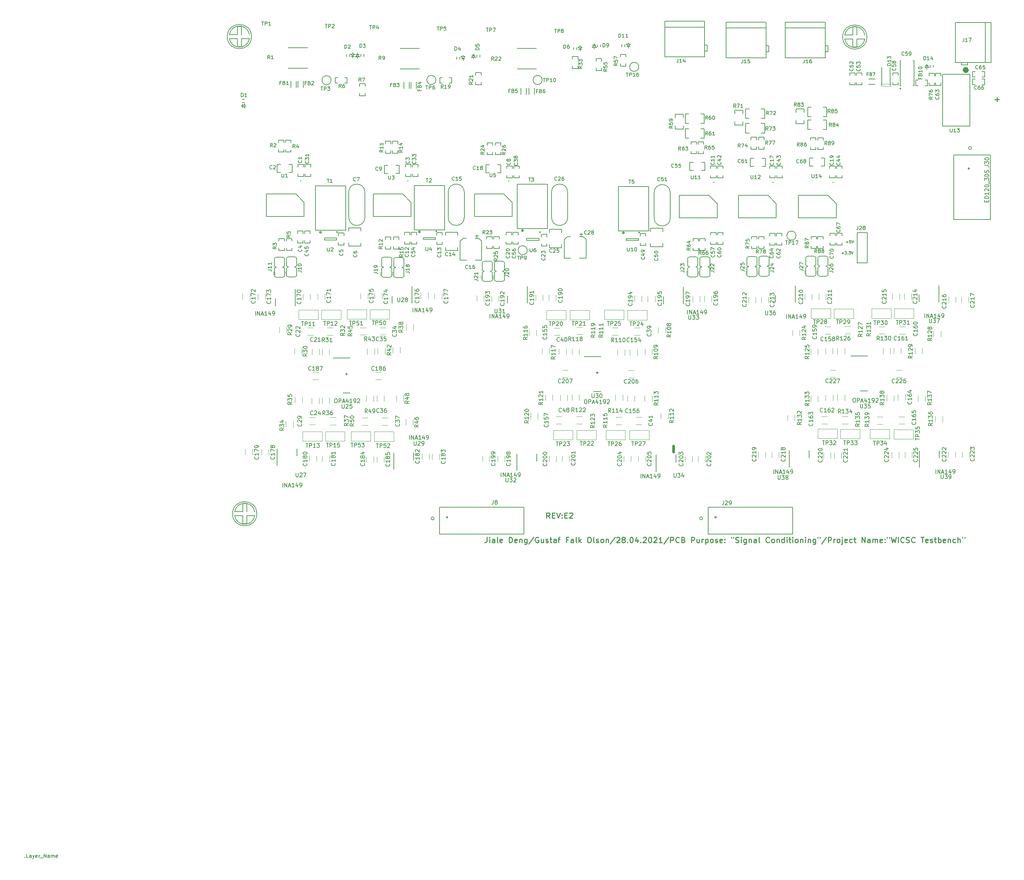
<source format=gbr>
%TF.GenerationSoftware,KiCad,Pcbnew,(5.99.0-10177-gd878cbddbc)*%
%TF.CreationDate,2021-05-05T15:51:09+02:00*%
%TF.ProjectId,TIDA-00555_E2,54494441-2d30-4303-9535-355f45322e6b,rev?*%
%TF.SameCoordinates,Original*%
%TF.FileFunction,Legend,Top*%
%TF.FilePolarity,Positive*%
%FSLAX46Y46*%
G04 Gerber Fmt 4.6, Leading zero omitted, Abs format (unit mm)*
G04 Created by KiCad (PCBNEW (5.99.0-10177-gd878cbddbc)) date 2021-05-05 15:51:09*
%MOMM*%
%LPD*%
G01*
G04 APERTURE LIST*
%ADD10C,0.152400*%
%ADD11C,0.254000*%
%ADD12C,0.150000*%
%ADD13C,0.177800*%
%ADD14C,0.100000*%
%ADD15C,0.120000*%
%ADD16C,0.203200*%
%ADD17C,0.228600*%
%ADD18C,0.889000*%
%ADD19O,0.599999X2.200001*%
G04 APERTURE END LIST*
D10*
X110957200Y-27432000D02*
X111541400Y-27432000D01*
X234260774Y-74136358D02*
X234794900Y-74136358D01*
X234527837Y-74390262D02*
X234527837Y-73882455D01*
X235462557Y-73723766D02*
X235128728Y-73723766D01*
X235095345Y-74041145D01*
X235128728Y-74009407D01*
X235195494Y-73977669D01*
X235362408Y-73977669D01*
X235429174Y-74009407D01*
X235462557Y-74041145D01*
X235495940Y-74104620D01*
X235495940Y-74263310D01*
X235462557Y-74326786D01*
X235429174Y-74358524D01*
X235362408Y-74390262D01*
X235195494Y-74390262D01*
X235128728Y-74358524D01*
X235095345Y-74326786D01*
X235696237Y-73723766D02*
X235929917Y-74390262D01*
X236163597Y-73723766D01*
X27482821Y-229118841D02*
X27527053Y-229160894D01*
X27482821Y-229202947D01*
X27438589Y-229160894D01*
X27482821Y-229118841D01*
X27482821Y-229202947D01*
X28367467Y-229202947D02*
X27925144Y-229202947D01*
X27925144Y-228319840D01*
X29075183Y-229202947D02*
X29075183Y-228740367D01*
X29030951Y-228656262D01*
X28942486Y-228614209D01*
X28765557Y-228614209D01*
X28677093Y-228656262D01*
X29075183Y-229160894D02*
X28986719Y-229202947D01*
X28765557Y-229202947D01*
X28677093Y-229160894D01*
X28632860Y-229076789D01*
X28632860Y-228992683D01*
X28677093Y-228908578D01*
X28765557Y-228866525D01*
X28986719Y-228866525D01*
X29075183Y-228824472D01*
X29429042Y-228614209D02*
X29650203Y-229202947D01*
X29871364Y-228614209D02*
X29650203Y-229202947D01*
X29561738Y-229413210D01*
X29517506Y-229455263D01*
X29429042Y-229497316D01*
X30579081Y-229160894D02*
X30490616Y-229202947D01*
X30313687Y-229202947D01*
X30225223Y-229160894D01*
X30180990Y-229076789D01*
X30180990Y-228740367D01*
X30225223Y-228656262D01*
X30313687Y-228614209D01*
X30490616Y-228614209D01*
X30579081Y-228656262D01*
X30623313Y-228740367D01*
X30623313Y-228824472D01*
X30180990Y-228908578D01*
X31021404Y-229202947D02*
X31021404Y-228614209D01*
X31021404Y-228782420D02*
X31065636Y-228698314D01*
X31109868Y-228656262D01*
X31198333Y-228614209D01*
X31286798Y-228614209D01*
X31375262Y-229287052D02*
X32082979Y-229287052D01*
X32304140Y-229202947D02*
X32304140Y-228319840D01*
X32834928Y-229202947D01*
X32834928Y-228319840D01*
X33675341Y-229202947D02*
X33675341Y-228740367D01*
X33631109Y-228656262D01*
X33542644Y-228614209D01*
X33365715Y-228614209D01*
X33277250Y-228656262D01*
X33675341Y-229160894D02*
X33586876Y-229202947D01*
X33365715Y-229202947D01*
X33277250Y-229160894D01*
X33233018Y-229076789D01*
X33233018Y-228992683D01*
X33277250Y-228908578D01*
X33365715Y-228866525D01*
X33586876Y-228866525D01*
X33675341Y-228824472D01*
X34117664Y-229202947D02*
X34117664Y-228614209D01*
X34117664Y-228698314D02*
X34161896Y-228656262D01*
X34250361Y-228614209D01*
X34383058Y-228614209D01*
X34471522Y-228656262D01*
X34515754Y-228740367D01*
X34515754Y-229202947D01*
X34515754Y-228740367D02*
X34559987Y-228656262D01*
X34648451Y-228614209D01*
X34781148Y-228614209D01*
X34869613Y-228656262D01*
X34913845Y-228740367D01*
X34913845Y-229202947D01*
X35710026Y-229160894D02*
X35621562Y-229202947D01*
X35444632Y-229202947D01*
X35356168Y-229160894D01*
X35311936Y-229076789D01*
X35311936Y-228740367D01*
X35356168Y-228656262D01*
X35444632Y-228614209D01*
X35621562Y-228614209D01*
X35710026Y-228656262D01*
X35754258Y-228740367D01*
X35754258Y-228824472D01*
X35311936Y-228908578D01*
D11*
X143799922Y-148514332D02*
X143799922Y-149466469D01*
X143733157Y-149656896D01*
X143599625Y-149783848D01*
X143399328Y-149847324D01*
X143265797Y-149847324D01*
X144467580Y-149847324D02*
X144467580Y-148958662D01*
X144467580Y-148514332D02*
X144400814Y-148577808D01*
X144467580Y-148641283D01*
X144534345Y-148577808D01*
X144467580Y-148514332D01*
X144467580Y-148641283D01*
X145736128Y-149847324D02*
X145736128Y-149149090D01*
X145669362Y-149022138D01*
X145535831Y-148958662D01*
X145268768Y-148958662D01*
X145135237Y-149022138D01*
X145736128Y-149783848D02*
X145602597Y-149847324D01*
X145268768Y-149847324D01*
X145135237Y-149783848D01*
X145068471Y-149656896D01*
X145068471Y-149529945D01*
X145135237Y-149402993D01*
X145268768Y-149339517D01*
X145602597Y-149339517D01*
X145736128Y-149276041D01*
X146604082Y-149847324D02*
X146470551Y-149783848D01*
X146403785Y-149656896D01*
X146403785Y-148514332D01*
X147672334Y-149783848D02*
X147538802Y-149847324D01*
X147271740Y-149847324D01*
X147138208Y-149783848D01*
X147071442Y-149656896D01*
X147071442Y-149149090D01*
X147138208Y-149022138D01*
X147271740Y-148958662D01*
X147538802Y-148958662D01*
X147672334Y-149022138D01*
X147739100Y-149149090D01*
X147739100Y-149276041D01*
X147071442Y-149402993D01*
X149408242Y-149847324D02*
X149408242Y-148514332D01*
X149742071Y-148514332D01*
X149942368Y-148577808D01*
X150075900Y-148704759D01*
X150142665Y-148831711D01*
X150209431Y-149085614D01*
X150209431Y-149276041D01*
X150142665Y-149529945D01*
X150075900Y-149656896D01*
X149942368Y-149783848D01*
X149742071Y-149847324D01*
X149408242Y-149847324D01*
X151344448Y-149783848D02*
X151210917Y-149847324D01*
X150943854Y-149847324D01*
X150810322Y-149783848D01*
X150743557Y-149656896D01*
X150743557Y-149149090D01*
X150810322Y-149022138D01*
X150943854Y-148958662D01*
X151210917Y-148958662D01*
X151344448Y-149022138D01*
X151411214Y-149149090D01*
X151411214Y-149276041D01*
X150743557Y-149402993D01*
X152012105Y-148958662D02*
X152012105Y-149847324D01*
X152012105Y-149085614D02*
X152078871Y-149022138D01*
X152212402Y-148958662D01*
X152412700Y-148958662D01*
X152546231Y-149022138D01*
X152612997Y-149149090D01*
X152612997Y-149847324D01*
X153881545Y-148958662D02*
X153881545Y-150037751D01*
X153814780Y-150164703D01*
X153748014Y-150228179D01*
X153614482Y-150291654D01*
X153414185Y-150291654D01*
X153280654Y-150228179D01*
X153881545Y-149783848D02*
X153748014Y-149847324D01*
X153480951Y-149847324D01*
X153347420Y-149783848D01*
X153280654Y-149720372D01*
X153213888Y-149593420D01*
X153213888Y-149212566D01*
X153280654Y-149085614D01*
X153347420Y-149022138D01*
X153480951Y-148958662D01*
X153748014Y-148958662D01*
X153881545Y-149022138D01*
X155550688Y-148450856D02*
X154348905Y-150164703D01*
X156752471Y-148577808D02*
X156618940Y-148514332D01*
X156418642Y-148514332D01*
X156218345Y-148577808D01*
X156084814Y-148704759D01*
X156018048Y-148831711D01*
X155951282Y-149085614D01*
X155951282Y-149276041D01*
X156018048Y-149529945D01*
X156084814Y-149656896D01*
X156218345Y-149783848D01*
X156418642Y-149847324D01*
X156552174Y-149847324D01*
X156752471Y-149783848D01*
X156819237Y-149720372D01*
X156819237Y-149276041D01*
X156552174Y-149276041D01*
X158021020Y-148958662D02*
X158021020Y-149847324D01*
X157420128Y-148958662D02*
X157420128Y-149656896D01*
X157486894Y-149783848D01*
X157620425Y-149847324D01*
X157820722Y-149847324D01*
X157954254Y-149783848D01*
X158021020Y-149720372D01*
X158621911Y-149783848D02*
X158755442Y-149847324D01*
X159022505Y-149847324D01*
X159156037Y-149783848D01*
X159222802Y-149656896D01*
X159222802Y-149593420D01*
X159156037Y-149466469D01*
X159022505Y-149402993D01*
X158822208Y-149402993D01*
X158688677Y-149339517D01*
X158621911Y-149212566D01*
X158621911Y-149149090D01*
X158688677Y-149022138D01*
X158822208Y-148958662D01*
X159022505Y-148958662D01*
X159156037Y-149022138D01*
X159623397Y-148958662D02*
X160157522Y-148958662D01*
X159823694Y-148514332D02*
X159823694Y-149656896D01*
X159890460Y-149783848D01*
X160023991Y-149847324D01*
X160157522Y-149847324D01*
X161225774Y-149847324D02*
X161225774Y-149149090D01*
X161159008Y-149022138D01*
X161025477Y-148958662D01*
X160758414Y-148958662D01*
X160624882Y-149022138D01*
X161225774Y-149783848D02*
X161092242Y-149847324D01*
X160758414Y-149847324D01*
X160624882Y-149783848D01*
X160558117Y-149656896D01*
X160558117Y-149529945D01*
X160624882Y-149402993D01*
X160758414Y-149339517D01*
X161092242Y-149339517D01*
X161225774Y-149276041D01*
X161693134Y-148958662D02*
X162227260Y-148958662D01*
X161893431Y-149847324D02*
X161893431Y-148704759D01*
X161960197Y-148577808D01*
X162093728Y-148514332D01*
X162227260Y-148514332D01*
X164230231Y-149149090D02*
X163762871Y-149149090D01*
X163762871Y-149847324D02*
X163762871Y-148514332D01*
X164430528Y-148514332D01*
X165565545Y-149847324D02*
X165565545Y-149149090D01*
X165498780Y-149022138D01*
X165365248Y-148958662D01*
X165098185Y-148958662D01*
X164964654Y-149022138D01*
X165565545Y-149783848D02*
X165432014Y-149847324D01*
X165098185Y-149847324D01*
X164964654Y-149783848D01*
X164897888Y-149656896D01*
X164897888Y-149529945D01*
X164964654Y-149402993D01*
X165098185Y-149339517D01*
X165432014Y-149339517D01*
X165565545Y-149276041D01*
X166433500Y-149847324D02*
X166299968Y-149783848D01*
X166233202Y-149656896D01*
X166233202Y-148514332D01*
X166967625Y-149847324D02*
X166967625Y-148514332D01*
X167101157Y-149339517D02*
X167501751Y-149847324D01*
X167501751Y-148958662D02*
X166967625Y-149466469D01*
X169437957Y-148514332D02*
X169705020Y-148514332D01*
X169838551Y-148577808D01*
X169972082Y-148704759D01*
X170038848Y-148958662D01*
X170038848Y-149402993D01*
X169972082Y-149656896D01*
X169838551Y-149783848D01*
X169705020Y-149847324D01*
X169437957Y-149847324D01*
X169304425Y-149783848D01*
X169170894Y-149656896D01*
X169104128Y-149402993D01*
X169104128Y-148958662D01*
X169170894Y-148704759D01*
X169304425Y-148577808D01*
X169437957Y-148514332D01*
X170840037Y-149847324D02*
X170706505Y-149783848D01*
X170639740Y-149656896D01*
X170639740Y-148514332D01*
X171307397Y-149783848D02*
X171440928Y-149847324D01*
X171707991Y-149847324D01*
X171841522Y-149783848D01*
X171908288Y-149656896D01*
X171908288Y-149593420D01*
X171841522Y-149466469D01*
X171707991Y-149402993D01*
X171507694Y-149402993D01*
X171374162Y-149339517D01*
X171307397Y-149212566D01*
X171307397Y-149149090D01*
X171374162Y-149022138D01*
X171507694Y-148958662D01*
X171707991Y-148958662D01*
X171841522Y-149022138D01*
X172709477Y-149847324D02*
X172575945Y-149783848D01*
X172509180Y-149720372D01*
X172442414Y-149593420D01*
X172442414Y-149212566D01*
X172509180Y-149085614D01*
X172575945Y-149022138D01*
X172709477Y-148958662D01*
X172909774Y-148958662D01*
X173043305Y-149022138D01*
X173110071Y-149085614D01*
X173176837Y-149212566D01*
X173176837Y-149593420D01*
X173110071Y-149720372D01*
X173043305Y-149783848D01*
X172909774Y-149847324D01*
X172709477Y-149847324D01*
X173777728Y-148958662D02*
X173777728Y-149847324D01*
X173777728Y-149085614D02*
X173844494Y-149022138D01*
X173978025Y-148958662D01*
X174178322Y-148958662D01*
X174311854Y-149022138D01*
X174378620Y-149149090D01*
X174378620Y-149847324D01*
X176047762Y-148450856D02*
X174845980Y-150164703D01*
X176448357Y-148641283D02*
X176515122Y-148577808D01*
X176648654Y-148514332D01*
X176982482Y-148514332D01*
X177116014Y-148577808D01*
X177182780Y-148641283D01*
X177249545Y-148768235D01*
X177249545Y-148895187D01*
X177182780Y-149085614D01*
X176381591Y-149847324D01*
X177249545Y-149847324D01*
X178050734Y-149085614D02*
X177917202Y-149022138D01*
X177850437Y-148958662D01*
X177783671Y-148831711D01*
X177783671Y-148768235D01*
X177850437Y-148641283D01*
X177917202Y-148577808D01*
X178050734Y-148514332D01*
X178317797Y-148514332D01*
X178451328Y-148577808D01*
X178518094Y-148641283D01*
X178584860Y-148768235D01*
X178584860Y-148831711D01*
X178518094Y-148958662D01*
X178451328Y-149022138D01*
X178317797Y-149085614D01*
X178050734Y-149085614D01*
X177917202Y-149149090D01*
X177850437Y-149212566D01*
X177783671Y-149339517D01*
X177783671Y-149593420D01*
X177850437Y-149720372D01*
X177917202Y-149783848D01*
X178050734Y-149847324D01*
X178317797Y-149847324D01*
X178451328Y-149783848D01*
X178518094Y-149720372D01*
X178584860Y-149593420D01*
X178584860Y-149339517D01*
X178518094Y-149212566D01*
X178451328Y-149149090D01*
X178317797Y-149085614D01*
X179185751Y-149720372D02*
X179252517Y-149783848D01*
X179185751Y-149847324D01*
X179118985Y-149783848D01*
X179185751Y-149720372D01*
X179185751Y-149847324D01*
X180120471Y-148514332D02*
X180254002Y-148514332D01*
X180387534Y-148577808D01*
X180454300Y-148641283D01*
X180521065Y-148768235D01*
X180587831Y-149022138D01*
X180587831Y-149339517D01*
X180521065Y-149593420D01*
X180454300Y-149720372D01*
X180387534Y-149783848D01*
X180254002Y-149847324D01*
X180120471Y-149847324D01*
X179986940Y-149783848D01*
X179920174Y-149720372D01*
X179853408Y-149593420D01*
X179786642Y-149339517D01*
X179786642Y-149022138D01*
X179853408Y-148768235D01*
X179920174Y-148641283D01*
X179986940Y-148577808D01*
X180120471Y-148514332D01*
X181789614Y-148958662D02*
X181789614Y-149847324D01*
X181455785Y-148450856D02*
X181121957Y-149402993D01*
X181989911Y-149402993D01*
X182524037Y-149720372D02*
X182590802Y-149783848D01*
X182524037Y-149847324D01*
X182457271Y-149783848D01*
X182524037Y-149720372D01*
X182524037Y-149847324D01*
X183124928Y-148641283D02*
X183191694Y-148577808D01*
X183325225Y-148514332D01*
X183659054Y-148514332D01*
X183792585Y-148577808D01*
X183859351Y-148641283D01*
X183926117Y-148768235D01*
X183926117Y-148895187D01*
X183859351Y-149085614D01*
X183058162Y-149847324D01*
X183926117Y-149847324D01*
X184794071Y-148514332D02*
X184927602Y-148514332D01*
X185061134Y-148577808D01*
X185127900Y-148641283D01*
X185194665Y-148768235D01*
X185261431Y-149022138D01*
X185261431Y-149339517D01*
X185194665Y-149593420D01*
X185127900Y-149720372D01*
X185061134Y-149783848D01*
X184927602Y-149847324D01*
X184794071Y-149847324D01*
X184660540Y-149783848D01*
X184593774Y-149720372D01*
X184527008Y-149593420D01*
X184460242Y-149339517D01*
X184460242Y-149022138D01*
X184527008Y-148768235D01*
X184593774Y-148641283D01*
X184660540Y-148577808D01*
X184794071Y-148514332D01*
X185795557Y-148641283D02*
X185862322Y-148577808D01*
X185995854Y-148514332D01*
X186329682Y-148514332D01*
X186463214Y-148577808D01*
X186529980Y-148641283D01*
X186596745Y-148768235D01*
X186596745Y-148895187D01*
X186529980Y-149085614D01*
X185728791Y-149847324D01*
X186596745Y-149847324D01*
X187932059Y-149847324D02*
X187130871Y-149847324D01*
X187531465Y-149847324D02*
X187531465Y-148514332D01*
X187397934Y-148704759D01*
X187264402Y-148831711D01*
X187130871Y-148895187D01*
X189534437Y-148450856D02*
X188332654Y-150164703D01*
X190001797Y-149847324D02*
X190001797Y-148514332D01*
X190535922Y-148514332D01*
X190669454Y-148577808D01*
X190736219Y-148641283D01*
X190802985Y-148768235D01*
X190802985Y-148958662D01*
X190736219Y-149085614D01*
X190669454Y-149149090D01*
X190535922Y-149212566D01*
X190001797Y-149212566D01*
X192205065Y-149720372D02*
X192138299Y-149783848D01*
X191938002Y-149847324D01*
X191804471Y-149847324D01*
X191604174Y-149783848D01*
X191470642Y-149656896D01*
X191403877Y-149529945D01*
X191337111Y-149276041D01*
X191337111Y-149085614D01*
X191403877Y-148831711D01*
X191470642Y-148704759D01*
X191604174Y-148577808D01*
X191804471Y-148514332D01*
X191938002Y-148514332D01*
X192138299Y-148577808D01*
X192205065Y-148641283D01*
X193273317Y-149149090D02*
X193473614Y-149212566D01*
X193540379Y-149276041D01*
X193607145Y-149402993D01*
X193607145Y-149593420D01*
X193540379Y-149720372D01*
X193473614Y-149783848D01*
X193340082Y-149847324D01*
X192805957Y-149847324D01*
X192805957Y-148514332D01*
X193273317Y-148514332D01*
X193406848Y-148577808D01*
X193473614Y-148641283D01*
X193540379Y-148768235D01*
X193540379Y-148895187D01*
X193473614Y-149022138D01*
X193406848Y-149085614D01*
X193273317Y-149149090D01*
X192805957Y-149149090D01*
X195276288Y-149847324D02*
X195276288Y-148514332D01*
X195810414Y-148514332D01*
X195943945Y-148577808D01*
X196010711Y-148641283D01*
X196077477Y-148768235D01*
X196077477Y-148958662D01*
X196010711Y-149085614D01*
X195943945Y-149149090D01*
X195810414Y-149212566D01*
X195276288Y-149212566D01*
X197279259Y-148958662D02*
X197279259Y-149847324D01*
X196678368Y-148958662D02*
X196678368Y-149656896D01*
X196745134Y-149783848D01*
X196878665Y-149847324D01*
X197078962Y-149847324D01*
X197212494Y-149783848D01*
X197279259Y-149720372D01*
X197946917Y-149847324D02*
X197946917Y-148958662D01*
X197946917Y-149212566D02*
X198013682Y-149085614D01*
X198080448Y-149022138D01*
X198213979Y-148958662D01*
X198347511Y-148958662D01*
X198814871Y-148958662D02*
X198814871Y-150291654D01*
X198814871Y-149022138D02*
X198948402Y-148958662D01*
X199215465Y-148958662D01*
X199348997Y-149022138D01*
X199415762Y-149085614D01*
X199482528Y-149212566D01*
X199482528Y-149593420D01*
X199415762Y-149720372D01*
X199348997Y-149783848D01*
X199215465Y-149847324D01*
X198948402Y-149847324D01*
X198814871Y-149783848D01*
X200283717Y-149847324D02*
X200150185Y-149783848D01*
X200083420Y-149720372D01*
X200016654Y-149593420D01*
X200016654Y-149212566D01*
X200083420Y-149085614D01*
X200150185Y-149022138D01*
X200283717Y-148958662D01*
X200484014Y-148958662D01*
X200617545Y-149022138D01*
X200684311Y-149085614D01*
X200751077Y-149212566D01*
X200751077Y-149593420D01*
X200684311Y-149720372D01*
X200617545Y-149783848D01*
X200484014Y-149847324D01*
X200283717Y-149847324D01*
X201285202Y-149783848D02*
X201418734Y-149847324D01*
X201685797Y-149847324D01*
X201819328Y-149783848D01*
X201886094Y-149656896D01*
X201886094Y-149593420D01*
X201819328Y-149466469D01*
X201685797Y-149402993D01*
X201485500Y-149402993D01*
X201351968Y-149339517D01*
X201285202Y-149212566D01*
X201285202Y-149149090D01*
X201351968Y-149022138D01*
X201485500Y-148958662D01*
X201685797Y-148958662D01*
X201819328Y-149022138D01*
X203021111Y-149783848D02*
X202887580Y-149847324D01*
X202620517Y-149847324D01*
X202486985Y-149783848D01*
X202420220Y-149656896D01*
X202420220Y-149149090D01*
X202486985Y-149022138D01*
X202620517Y-148958662D01*
X202887580Y-148958662D01*
X203021111Y-149022138D01*
X203087877Y-149149090D01*
X203087877Y-149276041D01*
X202420220Y-149402993D01*
X203688768Y-149720372D02*
X203755534Y-149783848D01*
X203688768Y-149847324D01*
X203622002Y-149783848D01*
X203688768Y-149720372D01*
X203688768Y-149847324D01*
X203688768Y-149022138D02*
X203755534Y-149085614D01*
X203688768Y-149149090D01*
X203622002Y-149085614D01*
X203688768Y-149022138D01*
X203688768Y-149149090D01*
X205357911Y-148514332D02*
X205357911Y-148768235D01*
X205892037Y-148514332D02*
X205892037Y-148768235D01*
X206426162Y-149783848D02*
X206626459Y-149847324D01*
X206960288Y-149847324D01*
X207093819Y-149783848D01*
X207160585Y-149720372D01*
X207227351Y-149593420D01*
X207227351Y-149466469D01*
X207160585Y-149339517D01*
X207093819Y-149276041D01*
X206960288Y-149212566D01*
X206693225Y-149149090D01*
X206559694Y-149085614D01*
X206492928Y-149022138D01*
X206426162Y-148895187D01*
X206426162Y-148768235D01*
X206492928Y-148641283D01*
X206559694Y-148577808D01*
X206693225Y-148514332D01*
X207027054Y-148514332D01*
X207227351Y-148577808D01*
X207828242Y-149847324D02*
X207828242Y-148958662D01*
X207828242Y-148514332D02*
X207761477Y-148577808D01*
X207828242Y-148641283D01*
X207895008Y-148577808D01*
X207828242Y-148514332D01*
X207828242Y-148641283D01*
X209096791Y-148958662D02*
X209096791Y-150037751D01*
X209030025Y-150164703D01*
X208963259Y-150228179D01*
X208829728Y-150291654D01*
X208629431Y-150291654D01*
X208495899Y-150228179D01*
X209096791Y-149783848D02*
X208963259Y-149847324D01*
X208696197Y-149847324D01*
X208562665Y-149783848D01*
X208495899Y-149720372D01*
X208429134Y-149593420D01*
X208429134Y-149212566D01*
X208495899Y-149085614D01*
X208562665Y-149022138D01*
X208696197Y-148958662D01*
X208963259Y-148958662D01*
X209096791Y-149022138D01*
X209764448Y-148958662D02*
X209764448Y-149847324D01*
X209764448Y-149085614D02*
X209831214Y-149022138D01*
X209964745Y-148958662D01*
X210165042Y-148958662D01*
X210298574Y-149022138D01*
X210365339Y-149149090D01*
X210365339Y-149847324D01*
X211633888Y-149847324D02*
X211633888Y-149149090D01*
X211567122Y-149022138D01*
X211433591Y-148958662D01*
X211166528Y-148958662D01*
X211032997Y-149022138D01*
X211633888Y-149783848D02*
X211500357Y-149847324D01*
X211166528Y-149847324D01*
X211032997Y-149783848D01*
X210966231Y-149656896D01*
X210966231Y-149529945D01*
X211032997Y-149402993D01*
X211166528Y-149339517D01*
X211500357Y-149339517D01*
X211633888Y-149276041D01*
X212501842Y-149847324D02*
X212368311Y-149783848D01*
X212301545Y-149656896D01*
X212301545Y-148514332D01*
X214905408Y-149720372D02*
X214838642Y-149783848D01*
X214638345Y-149847324D01*
X214504814Y-149847324D01*
X214304517Y-149783848D01*
X214170985Y-149656896D01*
X214104219Y-149529945D01*
X214037454Y-149276041D01*
X214037454Y-149085614D01*
X214104219Y-148831711D01*
X214170985Y-148704759D01*
X214304517Y-148577808D01*
X214504814Y-148514332D01*
X214638345Y-148514332D01*
X214838642Y-148577808D01*
X214905408Y-148641283D01*
X215706597Y-149847324D02*
X215573065Y-149783848D01*
X215506299Y-149720372D01*
X215439534Y-149593420D01*
X215439534Y-149212566D01*
X215506299Y-149085614D01*
X215573065Y-149022138D01*
X215706597Y-148958662D01*
X215906894Y-148958662D01*
X216040425Y-149022138D01*
X216107191Y-149085614D01*
X216173957Y-149212566D01*
X216173957Y-149593420D01*
X216107191Y-149720372D01*
X216040425Y-149783848D01*
X215906894Y-149847324D01*
X215706597Y-149847324D01*
X216774848Y-148958662D02*
X216774848Y-149847324D01*
X216774848Y-149085614D02*
X216841614Y-149022138D01*
X216975145Y-148958662D01*
X217175442Y-148958662D01*
X217308974Y-149022138D01*
X217375739Y-149149090D01*
X217375739Y-149847324D01*
X218644288Y-149847324D02*
X218644288Y-148514332D01*
X218644288Y-149783848D02*
X218510757Y-149847324D01*
X218243694Y-149847324D01*
X218110162Y-149783848D01*
X218043397Y-149720372D01*
X217976631Y-149593420D01*
X217976631Y-149212566D01*
X218043397Y-149085614D01*
X218110162Y-149022138D01*
X218243694Y-148958662D01*
X218510757Y-148958662D01*
X218644288Y-149022138D01*
X219311945Y-149847324D02*
X219311945Y-148958662D01*
X219311945Y-148514332D02*
X219245179Y-148577808D01*
X219311945Y-148641283D01*
X219378711Y-148577808D01*
X219311945Y-148514332D01*
X219311945Y-148641283D01*
X219779305Y-148958662D02*
X220313431Y-148958662D01*
X219979602Y-148514332D02*
X219979602Y-149656896D01*
X220046368Y-149783848D01*
X220179899Y-149847324D01*
X220313431Y-149847324D01*
X220780791Y-149847324D02*
X220780791Y-148958662D01*
X220780791Y-148514332D02*
X220714025Y-148577808D01*
X220780791Y-148641283D01*
X220847557Y-148577808D01*
X220780791Y-148514332D01*
X220780791Y-148641283D01*
X221648745Y-149847324D02*
X221515214Y-149783848D01*
X221448448Y-149720372D01*
X221381682Y-149593420D01*
X221381682Y-149212566D01*
X221448448Y-149085614D01*
X221515214Y-149022138D01*
X221648745Y-148958662D01*
X221849042Y-148958662D01*
X221982574Y-149022138D01*
X222049339Y-149085614D01*
X222116105Y-149212566D01*
X222116105Y-149593420D01*
X222049339Y-149720372D01*
X221982574Y-149783848D01*
X221849042Y-149847324D01*
X221648745Y-149847324D01*
X222716997Y-148958662D02*
X222716997Y-149847324D01*
X222716997Y-149085614D02*
X222783762Y-149022138D01*
X222917294Y-148958662D01*
X223117591Y-148958662D01*
X223251122Y-149022138D01*
X223317888Y-149149090D01*
X223317888Y-149847324D01*
X223985545Y-149847324D02*
X223985545Y-148958662D01*
X223985545Y-148514332D02*
X223918779Y-148577808D01*
X223985545Y-148641283D01*
X224052311Y-148577808D01*
X223985545Y-148514332D01*
X223985545Y-148641283D01*
X224653202Y-148958662D02*
X224653202Y-149847324D01*
X224653202Y-149085614D02*
X224719968Y-149022138D01*
X224853499Y-148958662D01*
X225053797Y-148958662D01*
X225187328Y-149022138D01*
X225254094Y-149149090D01*
X225254094Y-149847324D01*
X226522642Y-148958662D02*
X226522642Y-150037751D01*
X226455877Y-150164703D01*
X226389111Y-150228179D01*
X226255579Y-150291654D01*
X226055282Y-150291654D01*
X225921751Y-150228179D01*
X226522642Y-149783848D02*
X226389111Y-149847324D01*
X226122048Y-149847324D01*
X225988517Y-149783848D01*
X225921751Y-149720372D01*
X225854985Y-149593420D01*
X225854985Y-149212566D01*
X225921751Y-149085614D01*
X225988517Y-149022138D01*
X226122048Y-148958662D01*
X226389111Y-148958662D01*
X226522642Y-149022138D01*
X227123534Y-148514332D02*
X227123534Y-148768235D01*
X227657659Y-148514332D02*
X227657659Y-148768235D01*
X229260037Y-148450856D02*
X228058254Y-150164703D01*
X229727397Y-149847324D02*
X229727397Y-148514332D01*
X230261522Y-148514332D01*
X230395054Y-148577808D01*
X230461819Y-148641283D01*
X230528585Y-148768235D01*
X230528585Y-148958662D01*
X230461819Y-149085614D01*
X230395054Y-149149090D01*
X230261522Y-149212566D01*
X229727397Y-149212566D01*
X231129477Y-149847324D02*
X231129477Y-148958662D01*
X231129477Y-149212566D02*
X231196242Y-149085614D01*
X231263008Y-149022138D01*
X231396539Y-148958662D01*
X231530071Y-148958662D01*
X232197728Y-149847324D02*
X232064197Y-149783848D01*
X231997431Y-149720372D01*
X231930665Y-149593420D01*
X231930665Y-149212566D01*
X231997431Y-149085614D01*
X232064197Y-149022138D01*
X232197728Y-148958662D01*
X232398025Y-148958662D01*
X232531557Y-149022138D01*
X232598322Y-149085614D01*
X232665088Y-149212566D01*
X232665088Y-149593420D01*
X232598322Y-149720372D01*
X232531557Y-149783848D01*
X232398025Y-149847324D01*
X232197728Y-149847324D01*
X233265979Y-148958662D02*
X233265979Y-150101227D01*
X233199214Y-150228179D01*
X233065682Y-150291654D01*
X232998917Y-150291654D01*
X233265979Y-148514332D02*
X233199214Y-148577808D01*
X233265979Y-148641283D01*
X233332745Y-148577808D01*
X233265979Y-148514332D01*
X233265979Y-148641283D01*
X234467762Y-149783848D02*
X234334231Y-149847324D01*
X234067168Y-149847324D01*
X233933637Y-149783848D01*
X233866871Y-149656896D01*
X233866871Y-149149090D01*
X233933637Y-149022138D01*
X234067168Y-148958662D01*
X234334231Y-148958662D01*
X234467762Y-149022138D01*
X234534528Y-149149090D01*
X234534528Y-149276041D01*
X233866871Y-149402993D01*
X235736311Y-149783848D02*
X235602779Y-149847324D01*
X235335717Y-149847324D01*
X235202185Y-149783848D01*
X235135419Y-149720372D01*
X235068654Y-149593420D01*
X235068654Y-149212566D01*
X235135419Y-149085614D01*
X235202185Y-149022138D01*
X235335717Y-148958662D01*
X235602779Y-148958662D01*
X235736311Y-149022138D01*
X236136905Y-148958662D02*
X236671031Y-148958662D01*
X236337202Y-148514332D02*
X236337202Y-149656896D01*
X236403968Y-149783848D01*
X236537499Y-149847324D01*
X236671031Y-149847324D01*
X238206642Y-149847324D02*
X238206642Y-148514332D01*
X239007831Y-149847324D01*
X239007831Y-148514332D01*
X240276379Y-149847324D02*
X240276379Y-149149090D01*
X240209614Y-149022138D01*
X240076082Y-148958662D01*
X239809019Y-148958662D01*
X239675488Y-149022138D01*
X240276379Y-149783848D02*
X240142848Y-149847324D01*
X239809019Y-149847324D01*
X239675488Y-149783848D01*
X239608722Y-149656896D01*
X239608722Y-149529945D01*
X239675488Y-149402993D01*
X239809019Y-149339517D01*
X240142848Y-149339517D01*
X240276379Y-149276041D01*
X240944037Y-149847324D02*
X240944037Y-148958662D01*
X240944037Y-149085614D02*
X241010802Y-149022138D01*
X241144334Y-148958662D01*
X241344631Y-148958662D01*
X241478162Y-149022138D01*
X241544928Y-149149090D01*
X241544928Y-149847324D01*
X241544928Y-149149090D02*
X241611694Y-149022138D01*
X241745225Y-148958662D01*
X241945522Y-148958662D01*
X242079054Y-149022138D01*
X242145819Y-149149090D01*
X242145819Y-149847324D01*
X243347602Y-149783848D02*
X243214071Y-149847324D01*
X242947008Y-149847324D01*
X242813477Y-149783848D01*
X242746711Y-149656896D01*
X242746711Y-149149090D01*
X242813477Y-149022138D01*
X242947008Y-148958662D01*
X243214071Y-148958662D01*
X243347602Y-149022138D01*
X243414368Y-149149090D01*
X243414368Y-149276041D01*
X242746711Y-149402993D01*
X244015259Y-149720372D02*
X244082025Y-149783848D01*
X244015259Y-149847324D01*
X243948494Y-149783848D01*
X244015259Y-149720372D01*
X244015259Y-149847324D01*
X244015259Y-149022138D02*
X244082025Y-149085614D01*
X244015259Y-149149090D01*
X243948494Y-149085614D01*
X244015259Y-149022138D01*
X244015259Y-149149090D01*
X244616151Y-148514332D02*
X244616151Y-148768235D01*
X245150277Y-148514332D02*
X245150277Y-148768235D01*
X245617637Y-148514332D02*
X245951465Y-149847324D01*
X246218528Y-148895187D01*
X246485591Y-149847324D01*
X246819419Y-148514332D01*
X247353545Y-149847324D02*
X247353545Y-148514332D01*
X248822391Y-149720372D02*
X248755625Y-149783848D01*
X248555328Y-149847324D01*
X248421797Y-149847324D01*
X248221499Y-149783848D01*
X248087968Y-149656896D01*
X248021202Y-149529945D01*
X247954437Y-149276041D01*
X247954437Y-149085614D01*
X248021202Y-148831711D01*
X248087968Y-148704759D01*
X248221499Y-148577808D01*
X248421797Y-148514332D01*
X248555328Y-148514332D01*
X248755625Y-148577808D01*
X248822391Y-148641283D01*
X249356517Y-149783848D02*
X249556814Y-149847324D01*
X249890642Y-149847324D01*
X250024174Y-149783848D01*
X250090939Y-149720372D01*
X250157705Y-149593420D01*
X250157705Y-149466469D01*
X250090939Y-149339517D01*
X250024174Y-149276041D01*
X249890642Y-149212566D01*
X249623579Y-149149090D01*
X249490048Y-149085614D01*
X249423282Y-149022138D01*
X249356517Y-148895187D01*
X249356517Y-148768235D01*
X249423282Y-148641283D01*
X249490048Y-148577808D01*
X249623579Y-148514332D01*
X249957408Y-148514332D01*
X250157705Y-148577808D01*
X251559785Y-149720372D02*
X251493019Y-149783848D01*
X251292722Y-149847324D01*
X251159191Y-149847324D01*
X250958894Y-149783848D01*
X250825362Y-149656896D01*
X250758597Y-149529945D01*
X250691831Y-149276041D01*
X250691831Y-149085614D01*
X250758597Y-148831711D01*
X250825362Y-148704759D01*
X250958894Y-148577808D01*
X251159191Y-148514332D01*
X251292722Y-148514332D01*
X251493019Y-148577808D01*
X251559785Y-148641283D01*
X253028631Y-148514332D02*
X253829819Y-148514332D01*
X253429225Y-149847324D02*
X253429225Y-148514332D01*
X254831305Y-149783848D02*
X254697774Y-149847324D01*
X254430711Y-149847324D01*
X254297179Y-149783848D01*
X254230414Y-149656896D01*
X254230414Y-149149090D01*
X254297179Y-149022138D01*
X254430711Y-148958662D01*
X254697774Y-148958662D01*
X254831305Y-149022138D01*
X254898071Y-149149090D01*
X254898071Y-149276041D01*
X254230414Y-149402993D01*
X255432197Y-149783848D02*
X255565728Y-149847324D01*
X255832791Y-149847324D01*
X255966322Y-149783848D01*
X256033088Y-149656896D01*
X256033088Y-149593420D01*
X255966322Y-149466469D01*
X255832791Y-149402993D01*
X255632494Y-149402993D01*
X255498962Y-149339517D01*
X255432197Y-149212566D01*
X255432197Y-149149090D01*
X255498962Y-149022138D01*
X255632494Y-148958662D01*
X255832791Y-148958662D01*
X255966322Y-149022138D01*
X256433682Y-148958662D02*
X256967808Y-148958662D01*
X256633979Y-148514332D02*
X256633979Y-149656896D01*
X256700745Y-149783848D01*
X256834277Y-149847324D01*
X256967808Y-149847324D01*
X257435168Y-149847324D02*
X257435168Y-148514332D01*
X257435168Y-149022138D02*
X257568699Y-148958662D01*
X257835762Y-148958662D01*
X257969294Y-149022138D01*
X258036059Y-149085614D01*
X258102825Y-149212566D01*
X258102825Y-149593420D01*
X258036059Y-149720372D01*
X257969294Y-149783848D01*
X257835762Y-149847324D01*
X257568699Y-149847324D01*
X257435168Y-149783848D01*
X259237842Y-149783848D02*
X259104311Y-149847324D01*
X258837248Y-149847324D01*
X258703717Y-149783848D01*
X258636951Y-149656896D01*
X258636951Y-149149090D01*
X258703717Y-149022138D01*
X258837248Y-148958662D01*
X259104311Y-148958662D01*
X259237842Y-149022138D01*
X259304608Y-149149090D01*
X259304608Y-149276041D01*
X258636951Y-149402993D01*
X259905499Y-148958662D02*
X259905499Y-149847324D01*
X259905499Y-149085614D02*
X259972265Y-149022138D01*
X260105797Y-148958662D01*
X260306094Y-148958662D01*
X260439625Y-149022138D01*
X260506391Y-149149090D01*
X260506391Y-149847324D01*
X261774939Y-149783848D02*
X261641408Y-149847324D01*
X261374345Y-149847324D01*
X261240814Y-149783848D01*
X261174048Y-149720372D01*
X261107282Y-149593420D01*
X261107282Y-149212566D01*
X261174048Y-149085614D01*
X261240814Y-149022138D01*
X261374345Y-148958662D01*
X261641408Y-148958662D01*
X261774939Y-149022138D01*
X262375831Y-149847324D02*
X262375831Y-148514332D01*
X262976722Y-149847324D02*
X262976722Y-149149090D01*
X262909957Y-149022138D01*
X262776425Y-148958662D01*
X262576128Y-148958662D01*
X262442597Y-149022138D01*
X262375831Y-149085614D01*
X263577614Y-148514332D02*
X263577614Y-148768235D01*
X264111739Y-148514332D02*
X264111739Y-148768235D01*
X159643717Y-143700524D02*
X159176357Y-143065766D01*
X158842528Y-143700524D02*
X158842528Y-142367532D01*
X159376654Y-142367532D01*
X159510185Y-142431008D01*
X159576951Y-142494483D01*
X159643717Y-142621435D01*
X159643717Y-142811862D01*
X159576951Y-142938814D01*
X159510185Y-143002290D01*
X159376654Y-143065766D01*
X158842528Y-143065766D01*
X160244608Y-143002290D02*
X160711968Y-143002290D01*
X160912265Y-143700524D02*
X160244608Y-143700524D01*
X160244608Y-142367532D01*
X160912265Y-142367532D01*
X161312860Y-142367532D02*
X161780220Y-143700524D01*
X162247580Y-142367532D01*
X162714940Y-143573572D02*
X162781705Y-143637048D01*
X162714940Y-143700524D01*
X162648174Y-143637048D01*
X162714940Y-143573572D01*
X162714940Y-143700524D01*
X162714940Y-142875338D02*
X162781705Y-142938814D01*
X162714940Y-143002290D01*
X162648174Y-142938814D01*
X162714940Y-142875338D01*
X162714940Y-143002290D01*
X163382597Y-143002290D02*
X163849957Y-143002290D01*
X164050254Y-143700524D02*
X163382597Y-143700524D01*
X163382597Y-142367532D01*
X164050254Y-142367532D01*
X164584380Y-142494483D02*
X164651145Y-142431008D01*
X164784677Y-142367532D01*
X165118505Y-142367532D01*
X165252037Y-142431008D01*
X165318802Y-142494483D01*
X165385568Y-142621435D01*
X165385568Y-142748387D01*
X165318802Y-142938814D01*
X164517614Y-143700524D01*
X165385568Y-143700524D01*
X271694728Y-38239917D02*
X272762980Y-38239917D01*
X272228854Y-38747724D02*
X272228854Y-37732111D01*
D10*
X233117774Y-76930358D02*
X233651900Y-76930358D01*
X233384837Y-77184262D02*
X233384837Y-76676455D01*
X233918962Y-76517766D02*
X234352940Y-76517766D01*
X234119260Y-76771669D01*
X234219408Y-76771669D01*
X234286174Y-76803407D01*
X234319557Y-76835145D01*
X234352940Y-76898620D01*
X234352940Y-77057310D01*
X234319557Y-77120786D01*
X234286174Y-77152524D01*
X234219408Y-77184262D01*
X234019111Y-77184262D01*
X233952345Y-77152524D01*
X233918962Y-77120786D01*
X234653385Y-77120786D02*
X234686768Y-77152524D01*
X234653385Y-77184262D01*
X234620002Y-77152524D01*
X234653385Y-77120786D01*
X234653385Y-77184262D01*
X234920448Y-76517766D02*
X235354425Y-76517766D01*
X235120745Y-76771669D01*
X235220894Y-76771669D01*
X235287660Y-76803407D01*
X235321042Y-76835145D01*
X235354425Y-76898620D01*
X235354425Y-77057310D01*
X235321042Y-77120786D01*
X235287660Y-77152524D01*
X235220894Y-77184262D01*
X235020597Y-77184262D01*
X234953831Y-77152524D01*
X234920448Y-77120786D01*
X235554722Y-76517766D02*
X235788402Y-77184262D01*
X236022082Y-76517766D01*
%TO.C,R4*%
X95524287Y-50475600D02*
X95214661Y-50055073D01*
X94993499Y-50475600D02*
X94993499Y-49592493D01*
X95347357Y-49592493D01*
X95435822Y-49634546D01*
X95480054Y-49676599D01*
X95524287Y-49760704D01*
X95524287Y-49886862D01*
X95480054Y-49970968D01*
X95435822Y-50013020D01*
X95347357Y-50055073D01*
X94993499Y-50055073D01*
X96320468Y-49886862D02*
X96320468Y-50475600D01*
X96099306Y-49550441D02*
X95878145Y-50181231D01*
X96453165Y-50181231D01*
%TO.C,J26*%
X230018693Y-81504898D02*
X230649484Y-81504898D01*
X230775642Y-81549131D01*
X230859748Y-81637595D01*
X230901800Y-81770292D01*
X230901800Y-81858757D01*
X230102799Y-81106808D02*
X230060746Y-81062576D01*
X230018693Y-80974111D01*
X230018693Y-80752950D01*
X230060746Y-80664485D01*
X230102799Y-80620253D01*
X230186904Y-80576020D01*
X230271010Y-80576020D01*
X230397168Y-80620253D01*
X230901800Y-81151040D01*
X230901800Y-80576020D01*
X230018693Y-79779839D02*
X230018693Y-79956768D01*
X230060746Y-80045233D01*
X230102799Y-80089465D01*
X230228957Y-80177930D01*
X230397168Y-80222162D01*
X230733589Y-80222162D01*
X230817695Y-80177930D01*
X230859748Y-80133698D01*
X230901800Y-80045233D01*
X230901800Y-79868304D01*
X230859748Y-79779839D01*
X230817695Y-79735607D01*
X230733589Y-79691375D01*
X230523326Y-79691375D01*
X230439220Y-79735607D01*
X230397168Y-79779839D01*
X230355115Y-79868304D01*
X230355115Y-80045233D01*
X230397168Y-80133698D01*
X230439220Y-80177930D01*
X230523326Y-80222162D01*
%TO.C,C43*%
X217609695Y-54197485D02*
X217651748Y-54241718D01*
X217693800Y-54374415D01*
X217693800Y-54462879D01*
X217651748Y-54595576D01*
X217567642Y-54684041D01*
X217483537Y-54728273D01*
X217315326Y-54772505D01*
X217189168Y-54772505D01*
X217020957Y-54728273D01*
X216936851Y-54684041D01*
X216852746Y-54595576D01*
X216810693Y-54462879D01*
X216810693Y-54374415D01*
X216852746Y-54241718D01*
X216894799Y-54197485D01*
X217105062Y-53401304D02*
X217693800Y-53401304D01*
X216768641Y-53622466D02*
X217399431Y-53843627D01*
X217399431Y-53268607D01*
X216810693Y-53003214D02*
X216810693Y-52428194D01*
X217147115Y-52737820D01*
X217147115Y-52605123D01*
X217189168Y-52516659D01*
X217231220Y-52472426D01*
X217315326Y-52428194D01*
X217525589Y-52428194D01*
X217609695Y-52472426D01*
X217651748Y-52516659D01*
X217693800Y-52605123D01*
X217693800Y-52870517D01*
X217651748Y-52958981D01*
X217609695Y-53003214D01*
D12*
%TO.C,U31*%
X145827904Y-91044780D02*
X145827904Y-91854304D01*
X145875523Y-91949542D01*
X145923142Y-91997161D01*
X146018380Y-92044780D01*
X146208857Y-92044780D01*
X146304095Y-91997161D01*
X146351714Y-91949542D01*
X146399333Y-91854304D01*
X146399333Y-91044780D01*
X146780285Y-91044780D02*
X147399333Y-91044780D01*
X147066000Y-91425733D01*
X147208857Y-91425733D01*
X147304095Y-91473352D01*
X147351714Y-91520971D01*
X147399333Y-91616209D01*
X147399333Y-91854304D01*
X147351714Y-91949542D01*
X147304095Y-91997161D01*
X147208857Y-92044780D01*
X146923142Y-92044780D01*
X146827904Y-91997161D01*
X146780285Y-91949542D01*
X148351714Y-92044780D02*
X147780285Y-92044780D01*
X148066000Y-92044780D02*
X148066000Y-91044780D01*
X147970761Y-91187638D01*
X147875523Y-91282876D01*
X147780285Y-91330495D01*
X144583447Y-93314780D02*
X144583447Y-92314780D01*
X145059638Y-93314780D02*
X145059638Y-92314780D01*
X145631066Y-93314780D01*
X145631066Y-92314780D01*
X146059638Y-93029066D02*
X146535828Y-93029066D01*
X145964400Y-93314780D02*
X146297733Y-92314780D01*
X146631066Y-93314780D01*
X147488209Y-93314780D02*
X146916780Y-93314780D01*
X147202495Y-93314780D02*
X147202495Y-92314780D01*
X147107257Y-92457638D01*
X147012019Y-92552876D01*
X146916780Y-92600495D01*
X148345352Y-92648114D02*
X148345352Y-93314780D01*
X148107257Y-92267161D02*
X147869161Y-92981447D01*
X148488209Y-92981447D01*
X148916780Y-93314780D02*
X149107257Y-93314780D01*
X149202495Y-93267161D01*
X149250114Y-93219542D01*
X149345352Y-93076685D01*
X149392971Y-92886209D01*
X149392971Y-92505257D01*
X149345352Y-92410019D01*
X149297733Y-92362400D01*
X149202495Y-92314780D01*
X149012019Y-92314780D01*
X148916780Y-92362400D01*
X148869161Y-92410019D01*
X148821542Y-92505257D01*
X148821542Y-92743352D01*
X148869161Y-92838590D01*
X148916780Y-92886209D01*
X149012019Y-92933828D01*
X149202495Y-92933828D01*
X149297733Y-92886209D01*
X149345352Y-92838590D01*
X149392971Y-92743352D01*
%TO.C,J8*%
X145411866Y-139203180D02*
X145411866Y-139917466D01*
X145364247Y-140060323D01*
X145269009Y-140155561D01*
X145126152Y-140203180D01*
X145030914Y-140203180D01*
X146030914Y-139631752D02*
X145935676Y-139584133D01*
X145888057Y-139536514D01*
X145840438Y-139441276D01*
X145840438Y-139393657D01*
X145888057Y-139298419D01*
X145935676Y-139250800D01*
X146030914Y-139203180D01*
X146221390Y-139203180D01*
X146316628Y-139250800D01*
X146364247Y-139298419D01*
X146411866Y-139393657D01*
X146411866Y-139441276D01*
X146364247Y-139536514D01*
X146316628Y-139584133D01*
X146221390Y-139631752D01*
X146030914Y-139631752D01*
X145935676Y-139679371D01*
X145888057Y-139726990D01*
X145840438Y-139822228D01*
X145840438Y-140012704D01*
X145888057Y-140107942D01*
X145935676Y-140155561D01*
X146030914Y-140203180D01*
X146221390Y-140203180D01*
X146316628Y-140155561D01*
X146364247Y-140107942D01*
X146411866Y-140012704D01*
X146411866Y-139822228D01*
X146364247Y-139726990D01*
X146316628Y-139679371D01*
X146221390Y-139631752D01*
X133794797Y-143223980D02*
X133794797Y-143462076D01*
X133556701Y-143366838D02*
X133794797Y-143462076D01*
X134032892Y-143366838D01*
X133651939Y-143652552D02*
X133794797Y-143462076D01*
X133937654Y-143652552D01*
%TO.C,R109*%
X186837580Y-102973047D02*
X186361390Y-103306380D01*
X186837580Y-103544476D02*
X185837580Y-103544476D01*
X185837580Y-103163523D01*
X185885200Y-103068285D01*
X185932819Y-103020666D01*
X186028057Y-102973047D01*
X186170914Y-102973047D01*
X186266152Y-103020666D01*
X186313771Y-103068285D01*
X186361390Y-103163523D01*
X186361390Y-103544476D01*
X186837580Y-102020666D02*
X186837580Y-102592095D01*
X186837580Y-102306380D02*
X185837580Y-102306380D01*
X185980438Y-102401619D01*
X186075676Y-102496857D01*
X186123295Y-102592095D01*
X185837580Y-101401619D02*
X185837580Y-101306380D01*
X185885200Y-101211142D01*
X185932819Y-101163523D01*
X186028057Y-101115904D01*
X186218533Y-101068285D01*
X186456628Y-101068285D01*
X186647104Y-101115904D01*
X186742342Y-101163523D01*
X186789961Y-101211142D01*
X186837580Y-101306380D01*
X186837580Y-101401619D01*
X186789961Y-101496857D01*
X186742342Y-101544476D01*
X186647104Y-101592095D01*
X186456628Y-101639714D01*
X186218533Y-101639714D01*
X186028057Y-101592095D01*
X185932819Y-101544476D01*
X185885200Y-101496857D01*
X185837580Y-101401619D01*
X186837580Y-100592095D02*
X186837580Y-100401619D01*
X186789961Y-100306380D01*
X186742342Y-100258761D01*
X186599485Y-100163523D01*
X186409009Y-100115904D01*
X186028057Y-100115904D01*
X185932819Y-100163523D01*
X185885200Y-100211142D01*
X185837580Y-100306380D01*
X185837580Y-100496857D01*
X185885200Y-100592095D01*
X185932819Y-100639714D01*
X186028057Y-100687333D01*
X186266152Y-100687333D01*
X186361390Y-100639714D01*
X186409009Y-100592095D01*
X186456628Y-100496857D01*
X186456628Y-100306380D01*
X186409009Y-100211142D01*
X186361390Y-100163523D01*
X186266152Y-100115904D01*
%TO.C,U29*%
X125457104Y-124369580D02*
X125457104Y-125179104D01*
X125504723Y-125274342D01*
X125552342Y-125321961D01*
X125647580Y-125369580D01*
X125838057Y-125369580D01*
X125933295Y-125321961D01*
X125980914Y-125274342D01*
X126028533Y-125179104D01*
X126028533Y-124369580D01*
X126457104Y-124464819D02*
X126504723Y-124417200D01*
X126599961Y-124369580D01*
X126838057Y-124369580D01*
X126933295Y-124417200D01*
X126980914Y-124464819D01*
X127028533Y-124560057D01*
X127028533Y-124655295D01*
X126980914Y-124798152D01*
X126409485Y-125369580D01*
X127028533Y-125369580D01*
X127504723Y-125369580D02*
X127695200Y-125369580D01*
X127790438Y-125321961D01*
X127838057Y-125274342D01*
X127933295Y-125131485D01*
X127980914Y-124941009D01*
X127980914Y-124560057D01*
X127933295Y-124464819D01*
X127885676Y-124417200D01*
X127790438Y-124369580D01*
X127599961Y-124369580D01*
X127504723Y-124417200D01*
X127457104Y-124464819D01*
X127409485Y-124560057D01*
X127409485Y-124798152D01*
X127457104Y-124893390D01*
X127504723Y-124941009D01*
X127599961Y-124988628D01*
X127790438Y-124988628D01*
X127885676Y-124941009D01*
X127933295Y-124893390D01*
X127980914Y-124798152D01*
X124314247Y-123845580D02*
X124314247Y-122845580D01*
X124790438Y-123845580D02*
X124790438Y-122845580D01*
X125361866Y-123845580D01*
X125361866Y-122845580D01*
X125790438Y-123559866D02*
X126266628Y-123559866D01*
X125695200Y-123845580D02*
X126028533Y-122845580D01*
X126361866Y-123845580D01*
X127219009Y-123845580D02*
X126647580Y-123845580D01*
X126933295Y-123845580D02*
X126933295Y-122845580D01*
X126838057Y-122988438D01*
X126742819Y-123083676D01*
X126647580Y-123131295D01*
X128076152Y-123178914D02*
X128076152Y-123845580D01*
X127838057Y-122797961D02*
X127599961Y-123512247D01*
X128219009Y-123512247D01*
X128647580Y-123845580D02*
X128838057Y-123845580D01*
X128933295Y-123797961D01*
X128980914Y-123750342D01*
X129076152Y-123607485D01*
X129123771Y-123417009D01*
X129123771Y-123036057D01*
X129076152Y-122940819D01*
X129028533Y-122893200D01*
X128933295Y-122845580D01*
X128742819Y-122845580D01*
X128647580Y-122893200D01*
X128599961Y-122940819D01*
X128552342Y-123036057D01*
X128552342Y-123274152D01*
X128599961Y-123369390D01*
X128647580Y-123417009D01*
X128742819Y-123464628D01*
X128933295Y-123464628D01*
X129028533Y-123417009D01*
X129076152Y-123369390D01*
X129123771Y-123274152D01*
D10*
%TO.C,J27*%
X222525693Y-81123898D02*
X223156484Y-81123898D01*
X223282642Y-81168131D01*
X223366748Y-81256595D01*
X223408800Y-81389292D01*
X223408800Y-81477757D01*
X222609799Y-80725808D02*
X222567746Y-80681576D01*
X222525693Y-80593111D01*
X222525693Y-80371950D01*
X222567746Y-80283485D01*
X222609799Y-80239253D01*
X222693904Y-80195020D01*
X222778010Y-80195020D01*
X222904168Y-80239253D01*
X223408800Y-80770040D01*
X223408800Y-80195020D01*
X222525693Y-79885394D02*
X222525693Y-79266142D01*
X223408800Y-79664233D01*
D12*
%TO.C,C196*%
X201779142Y-89439047D02*
X201826761Y-89486666D01*
X201874380Y-89629523D01*
X201874380Y-89724761D01*
X201826761Y-89867619D01*
X201731523Y-89962857D01*
X201636285Y-90010476D01*
X201445809Y-90058095D01*
X201302952Y-90058095D01*
X201112476Y-90010476D01*
X201017238Y-89962857D01*
X200922000Y-89867619D01*
X200874380Y-89724761D01*
X200874380Y-89629523D01*
X200922000Y-89486666D01*
X200969619Y-89439047D01*
X201874380Y-88486666D02*
X201874380Y-89058095D01*
X201874380Y-88772380D02*
X200874380Y-88772380D01*
X201017238Y-88867619D01*
X201112476Y-88962857D01*
X201160095Y-89058095D01*
X201874380Y-88010476D02*
X201874380Y-87820000D01*
X201826761Y-87724761D01*
X201779142Y-87677142D01*
X201636285Y-87581904D01*
X201445809Y-87534285D01*
X201064857Y-87534285D01*
X200969619Y-87581904D01*
X200922000Y-87629523D01*
X200874380Y-87724761D01*
X200874380Y-87915238D01*
X200922000Y-88010476D01*
X200969619Y-88058095D01*
X201064857Y-88105714D01*
X201302952Y-88105714D01*
X201398190Y-88058095D01*
X201445809Y-88010476D01*
X201493428Y-87915238D01*
X201493428Y-87724761D01*
X201445809Y-87629523D01*
X201398190Y-87581904D01*
X201302952Y-87534285D01*
X200874380Y-86677142D02*
X200874380Y-86867619D01*
X200922000Y-86962857D01*
X200969619Y-87010476D01*
X201112476Y-87105714D01*
X201302952Y-87153333D01*
X201683904Y-87153333D01*
X201779142Y-87105714D01*
X201826761Y-87058095D01*
X201874380Y-86962857D01*
X201874380Y-86772380D01*
X201826761Y-86677142D01*
X201779142Y-86629523D01*
X201683904Y-86581904D01*
X201445809Y-86581904D01*
X201350571Y-86629523D01*
X201302952Y-86677142D01*
X201255333Y-86772380D01*
X201255333Y-86962857D01*
X201302952Y-87058095D01*
X201350571Y-87105714D01*
X201445809Y-87153333D01*
%TO.C,C24*%
X99991942Y-117603542D02*
X99944323Y-117651161D01*
X99801466Y-117698780D01*
X99706228Y-117698780D01*
X99563371Y-117651161D01*
X99468133Y-117555923D01*
X99420514Y-117460685D01*
X99372895Y-117270209D01*
X99372895Y-117127352D01*
X99420514Y-116936876D01*
X99468133Y-116841638D01*
X99563371Y-116746400D01*
X99706228Y-116698780D01*
X99801466Y-116698780D01*
X99944323Y-116746400D01*
X99991942Y-116794019D01*
X100372895Y-116794019D02*
X100420514Y-116746400D01*
X100515752Y-116698780D01*
X100753847Y-116698780D01*
X100849085Y-116746400D01*
X100896704Y-116794019D01*
X100944323Y-116889257D01*
X100944323Y-116984495D01*
X100896704Y-117127352D01*
X100325276Y-117698780D01*
X100944323Y-117698780D01*
X101801466Y-117032114D02*
X101801466Y-117698780D01*
X101563371Y-116651161D02*
X101325276Y-117365447D01*
X101944323Y-117365447D01*
%TO.C,R30*%
X98547180Y-102293657D02*
X98070990Y-102626990D01*
X98547180Y-102865085D02*
X97547180Y-102865085D01*
X97547180Y-102484133D01*
X97594800Y-102388895D01*
X97642419Y-102341276D01*
X97737657Y-102293657D01*
X97880514Y-102293657D01*
X97975752Y-102341276D01*
X98023371Y-102388895D01*
X98070990Y-102484133D01*
X98070990Y-102865085D01*
X97547180Y-101960323D02*
X97547180Y-101341276D01*
X97928133Y-101674609D01*
X97928133Y-101531752D01*
X97975752Y-101436514D01*
X98023371Y-101388895D01*
X98118609Y-101341276D01*
X98356704Y-101341276D01*
X98451942Y-101388895D01*
X98499561Y-101436514D01*
X98547180Y-101531752D01*
X98547180Y-101817466D01*
X98499561Y-101912704D01*
X98451942Y-101960323D01*
X97547180Y-100722228D02*
X97547180Y-100626990D01*
X97594800Y-100531752D01*
X97642419Y-100484133D01*
X97737657Y-100436514D01*
X97928133Y-100388895D01*
X98166228Y-100388895D01*
X98356704Y-100436514D01*
X98451942Y-100484133D01*
X98499561Y-100531752D01*
X98547180Y-100626990D01*
X98547180Y-100722228D01*
X98499561Y-100817466D01*
X98451942Y-100865085D01*
X98356704Y-100912704D01*
X98166228Y-100960323D01*
X97928133Y-100960323D01*
X97737657Y-100912704D01*
X97642419Y-100865085D01*
X97594800Y-100817466D01*
X97547180Y-100722228D01*
%TO.C,C210*%
X223246342Y-89104647D02*
X223293961Y-89152266D01*
X223341580Y-89295123D01*
X223341580Y-89390361D01*
X223293961Y-89533219D01*
X223198723Y-89628457D01*
X223103485Y-89676076D01*
X222913009Y-89723695D01*
X222770152Y-89723695D01*
X222579676Y-89676076D01*
X222484438Y-89628457D01*
X222389200Y-89533219D01*
X222341580Y-89390361D01*
X222341580Y-89295123D01*
X222389200Y-89152266D01*
X222436819Y-89104647D01*
X222436819Y-88723695D02*
X222389200Y-88676076D01*
X222341580Y-88580838D01*
X222341580Y-88342742D01*
X222389200Y-88247504D01*
X222436819Y-88199885D01*
X222532057Y-88152266D01*
X222627295Y-88152266D01*
X222770152Y-88199885D01*
X223341580Y-88771314D01*
X223341580Y-88152266D01*
X223341580Y-87199885D02*
X223341580Y-87771314D01*
X223341580Y-87485600D02*
X222341580Y-87485600D01*
X222484438Y-87580838D01*
X222579676Y-87676076D01*
X222627295Y-87771314D01*
X222341580Y-86580838D02*
X222341580Y-86485600D01*
X222389200Y-86390361D01*
X222436819Y-86342742D01*
X222532057Y-86295123D01*
X222722533Y-86247504D01*
X222960628Y-86247504D01*
X223151104Y-86295123D01*
X223246342Y-86342742D01*
X223293961Y-86390361D01*
X223341580Y-86485600D01*
X223341580Y-86580838D01*
X223293961Y-86676076D01*
X223246342Y-86723695D01*
X223151104Y-86771314D01*
X222960628Y-86818933D01*
X222722533Y-86818933D01*
X222532057Y-86771314D01*
X222436819Y-86723695D01*
X222389200Y-86676076D01*
X222341580Y-86580838D01*
%TO.C,R113*%
X186888380Y-114657047D02*
X186412190Y-114990380D01*
X186888380Y-115228476D02*
X185888380Y-115228476D01*
X185888380Y-114847523D01*
X185936000Y-114752285D01*
X185983619Y-114704666D01*
X186078857Y-114657047D01*
X186221714Y-114657047D01*
X186316952Y-114704666D01*
X186364571Y-114752285D01*
X186412190Y-114847523D01*
X186412190Y-115228476D01*
X186888380Y-113704666D02*
X186888380Y-114276095D01*
X186888380Y-113990380D02*
X185888380Y-113990380D01*
X186031238Y-114085619D01*
X186126476Y-114180857D01*
X186174095Y-114276095D01*
X186888380Y-112752285D02*
X186888380Y-113323714D01*
X186888380Y-113038000D02*
X185888380Y-113038000D01*
X186031238Y-113133238D01*
X186126476Y-113228476D01*
X186174095Y-113323714D01*
X185888380Y-112418952D02*
X185888380Y-111799904D01*
X186269333Y-112133238D01*
X186269333Y-111990380D01*
X186316952Y-111895142D01*
X186364571Y-111847523D01*
X186459809Y-111799904D01*
X186697904Y-111799904D01*
X186793142Y-111847523D01*
X186840761Y-111895142D01*
X186888380Y-111990380D01*
X186888380Y-112276095D01*
X186840761Y-112371333D01*
X186793142Y-112418952D01*
%TO.C,R50*%
X110332780Y-119870457D02*
X109856590Y-120203790D01*
X110332780Y-120441885D02*
X109332780Y-120441885D01*
X109332780Y-120060933D01*
X109380400Y-119965695D01*
X109428019Y-119918076D01*
X109523257Y-119870457D01*
X109666114Y-119870457D01*
X109761352Y-119918076D01*
X109808971Y-119965695D01*
X109856590Y-120060933D01*
X109856590Y-120441885D01*
X109332780Y-118965695D02*
X109332780Y-119441885D01*
X109808971Y-119489504D01*
X109761352Y-119441885D01*
X109713733Y-119346647D01*
X109713733Y-119108552D01*
X109761352Y-119013314D01*
X109808971Y-118965695D01*
X109904209Y-118918076D01*
X110142304Y-118918076D01*
X110237542Y-118965695D01*
X110285161Y-119013314D01*
X110332780Y-119108552D01*
X110332780Y-119346647D01*
X110285161Y-119441885D01*
X110237542Y-119489504D01*
X109332780Y-118299028D02*
X109332780Y-118203790D01*
X109380400Y-118108552D01*
X109428019Y-118060933D01*
X109523257Y-118013314D01*
X109713733Y-117965695D01*
X109951828Y-117965695D01*
X110142304Y-118013314D01*
X110237542Y-118060933D01*
X110285161Y-118108552D01*
X110332780Y-118203790D01*
X110332780Y-118299028D01*
X110285161Y-118394266D01*
X110237542Y-118441885D01*
X110142304Y-118489504D01*
X109951828Y-118537123D01*
X109713733Y-118537123D01*
X109523257Y-118489504D01*
X109428019Y-118441885D01*
X109380400Y-118394266D01*
X109332780Y-118299028D01*
D10*
%TO.C,FB10*%
X252882820Y-32788587D02*
X252882820Y-33098213D01*
X253345400Y-33098213D02*
X252462293Y-33098213D01*
X252462293Y-32655891D01*
X252882820Y-31992406D02*
X252924873Y-31859709D01*
X252966926Y-31815477D01*
X253051031Y-31771245D01*
X253177189Y-31771245D01*
X253261295Y-31815477D01*
X253303348Y-31859709D01*
X253345400Y-31948174D01*
X253345400Y-32302032D01*
X252462293Y-32302032D01*
X252462293Y-31992406D01*
X252504346Y-31903942D01*
X252546399Y-31859709D01*
X252630504Y-31815477D01*
X252714610Y-31815477D01*
X252798715Y-31859709D01*
X252840768Y-31903942D01*
X252882820Y-31992406D01*
X252882820Y-32302032D01*
X253345400Y-30886599D02*
X253345400Y-31417387D01*
X253345400Y-31151993D02*
X252462293Y-31151993D01*
X252588451Y-31240457D01*
X252672557Y-31328922D01*
X252714610Y-31417387D01*
X252462293Y-30311579D02*
X252462293Y-30223115D01*
X252504346Y-30134650D01*
X252546399Y-30090418D01*
X252630504Y-30046186D01*
X252798715Y-30001953D01*
X253008979Y-30001953D01*
X253177189Y-30046186D01*
X253261295Y-30090418D01*
X253303348Y-30134650D01*
X253345400Y-30223115D01*
X253345400Y-30311579D01*
X253303348Y-30400044D01*
X253261295Y-30444276D01*
X253177189Y-30488509D01*
X253008979Y-30532741D01*
X252798715Y-30532741D01*
X252630504Y-30488509D01*
X252546399Y-30444276D01*
X252504346Y-30400044D01*
X252462293Y-30311579D01*
%TO.C,D13*%
X245509500Y-29677523D02*
X244626393Y-29677523D01*
X244626393Y-29456361D01*
X244668446Y-29323665D01*
X244752551Y-29235200D01*
X244836657Y-29190968D01*
X245004868Y-29146735D01*
X245131026Y-29146735D01*
X245299237Y-29190968D01*
X245383342Y-29235200D01*
X245467448Y-29323665D01*
X245509500Y-29456361D01*
X245509500Y-29677523D01*
X245509500Y-28262090D02*
X245509500Y-28792877D01*
X245509500Y-28527483D02*
X244626393Y-28527483D01*
X244752551Y-28615948D01*
X244836657Y-28704413D01*
X244878710Y-28792877D01*
X244626393Y-27952464D02*
X244626393Y-27377444D01*
X244962815Y-27687070D01*
X244962815Y-27554373D01*
X245004868Y-27465909D01*
X245046920Y-27421676D01*
X245131026Y-27377444D01*
X245341289Y-27377444D01*
X245425395Y-27421676D01*
X245467448Y-27465909D01*
X245509500Y-27554373D01*
X245509500Y-27819767D01*
X245467448Y-27908231D01*
X245425395Y-27952464D01*
D12*
%TO.C,C222*%
X259335142Y-128779447D02*
X259382761Y-128827066D01*
X259430380Y-128969923D01*
X259430380Y-129065161D01*
X259382761Y-129208019D01*
X259287523Y-129303257D01*
X259192285Y-129350876D01*
X259001809Y-129398495D01*
X258858952Y-129398495D01*
X258668476Y-129350876D01*
X258573238Y-129303257D01*
X258478000Y-129208019D01*
X258430380Y-129065161D01*
X258430380Y-128969923D01*
X258478000Y-128827066D01*
X258525619Y-128779447D01*
X258525619Y-128398495D02*
X258478000Y-128350876D01*
X258430380Y-128255638D01*
X258430380Y-128017542D01*
X258478000Y-127922304D01*
X258525619Y-127874685D01*
X258620857Y-127827066D01*
X258716095Y-127827066D01*
X258858952Y-127874685D01*
X259430380Y-128446114D01*
X259430380Y-127827066D01*
X258525619Y-127446114D02*
X258478000Y-127398495D01*
X258430380Y-127303257D01*
X258430380Y-127065161D01*
X258478000Y-126969923D01*
X258525619Y-126922304D01*
X258620857Y-126874685D01*
X258716095Y-126874685D01*
X258858952Y-126922304D01*
X259430380Y-127493733D01*
X259430380Y-126874685D01*
X258525619Y-126493733D02*
X258478000Y-126446114D01*
X258430380Y-126350876D01*
X258430380Y-126112780D01*
X258478000Y-126017542D01*
X258525619Y-125969923D01*
X258620857Y-125922304D01*
X258716095Y-125922304D01*
X258858952Y-125969923D01*
X259430380Y-126541352D01*
X259430380Y-125922304D01*
D10*
%TO.C,FB6*%
X156557185Y-36119220D02*
X156247559Y-36119220D01*
X156247559Y-36581800D02*
X156247559Y-35698693D01*
X156689881Y-35698693D01*
X157353366Y-36119220D02*
X157486063Y-36161273D01*
X157530295Y-36203326D01*
X157574527Y-36287431D01*
X157574527Y-36413589D01*
X157530295Y-36497695D01*
X157486063Y-36539748D01*
X157397598Y-36581800D01*
X157043740Y-36581800D01*
X157043740Y-35698693D01*
X157353366Y-35698693D01*
X157441830Y-35740746D01*
X157486063Y-35782799D01*
X157530295Y-35866904D01*
X157530295Y-35951010D01*
X157486063Y-36035115D01*
X157441830Y-36077168D01*
X157353366Y-36119220D01*
X157043740Y-36119220D01*
X158370708Y-35698693D02*
X158193779Y-35698693D01*
X158105315Y-35740746D01*
X158061082Y-35782799D01*
X157972618Y-35908957D01*
X157928385Y-36077168D01*
X157928385Y-36413589D01*
X157972618Y-36497695D01*
X158016850Y-36539748D01*
X158105315Y-36581800D01*
X158282244Y-36581800D01*
X158370708Y-36539748D01*
X158414941Y-36497695D01*
X158459173Y-36413589D01*
X158459173Y-36203326D01*
X158414941Y-36119220D01*
X158370708Y-36077168D01*
X158282244Y-36035115D01*
X158105315Y-36035115D01*
X158016850Y-36077168D01*
X157972618Y-36119220D01*
X157928385Y-36203326D01*
D12*
%TO.C,C186*%
X115416152Y-106376742D02*
X115368533Y-106424361D01*
X115225676Y-106471980D01*
X115130438Y-106471980D01*
X114987580Y-106424361D01*
X114892342Y-106329123D01*
X114844723Y-106233885D01*
X114797104Y-106043409D01*
X114797104Y-105900552D01*
X114844723Y-105710076D01*
X114892342Y-105614838D01*
X114987580Y-105519600D01*
X115130438Y-105471980D01*
X115225676Y-105471980D01*
X115368533Y-105519600D01*
X115416152Y-105567219D01*
X116368533Y-106471980D02*
X115797104Y-106471980D01*
X116082819Y-106471980D02*
X116082819Y-105471980D01*
X115987580Y-105614838D01*
X115892342Y-105710076D01*
X115797104Y-105757695D01*
X116939961Y-105900552D02*
X116844723Y-105852933D01*
X116797104Y-105805314D01*
X116749485Y-105710076D01*
X116749485Y-105662457D01*
X116797104Y-105567219D01*
X116844723Y-105519600D01*
X116939961Y-105471980D01*
X117130438Y-105471980D01*
X117225676Y-105519600D01*
X117273295Y-105567219D01*
X117320914Y-105662457D01*
X117320914Y-105710076D01*
X117273295Y-105805314D01*
X117225676Y-105852933D01*
X117130438Y-105900552D01*
X116939961Y-105900552D01*
X116844723Y-105948171D01*
X116797104Y-105995790D01*
X116749485Y-106091028D01*
X116749485Y-106281504D01*
X116797104Y-106376742D01*
X116844723Y-106424361D01*
X116939961Y-106471980D01*
X117130438Y-106471980D01*
X117225676Y-106424361D01*
X117273295Y-106376742D01*
X117320914Y-106281504D01*
X117320914Y-106091028D01*
X117273295Y-105995790D01*
X117225676Y-105948171D01*
X117130438Y-105900552D01*
X118178057Y-105471980D02*
X117987580Y-105471980D01*
X117892342Y-105519600D01*
X117844723Y-105567219D01*
X117749485Y-105710076D01*
X117701866Y-105900552D01*
X117701866Y-106281504D01*
X117749485Y-106376742D01*
X117797104Y-106424361D01*
X117892342Y-106471980D01*
X118082819Y-106471980D01*
X118178057Y-106424361D01*
X118225676Y-106376742D01*
X118273295Y-106281504D01*
X118273295Y-106043409D01*
X118225676Y-105948171D01*
X118178057Y-105900552D01*
X118082819Y-105852933D01*
X117892342Y-105852933D01*
X117797104Y-105900552D01*
X117749485Y-105948171D01*
X117701866Y-106043409D01*
%TO.C,C223*%
X266447542Y-128677847D02*
X266495161Y-128725466D01*
X266542780Y-128868323D01*
X266542780Y-128963561D01*
X266495161Y-129106419D01*
X266399923Y-129201657D01*
X266304685Y-129249276D01*
X266114209Y-129296895D01*
X265971352Y-129296895D01*
X265780876Y-129249276D01*
X265685638Y-129201657D01*
X265590400Y-129106419D01*
X265542780Y-128963561D01*
X265542780Y-128868323D01*
X265590400Y-128725466D01*
X265638019Y-128677847D01*
X265638019Y-128296895D02*
X265590400Y-128249276D01*
X265542780Y-128154038D01*
X265542780Y-127915942D01*
X265590400Y-127820704D01*
X265638019Y-127773085D01*
X265733257Y-127725466D01*
X265828495Y-127725466D01*
X265971352Y-127773085D01*
X266542780Y-128344514D01*
X266542780Y-127725466D01*
X265638019Y-127344514D02*
X265590400Y-127296895D01*
X265542780Y-127201657D01*
X265542780Y-126963561D01*
X265590400Y-126868323D01*
X265638019Y-126820704D01*
X265733257Y-126773085D01*
X265828495Y-126773085D01*
X265971352Y-126820704D01*
X266542780Y-127392133D01*
X266542780Y-126773085D01*
X265542780Y-126439752D02*
X265542780Y-125820704D01*
X265923733Y-126154038D01*
X265923733Y-126011180D01*
X265971352Y-125915942D01*
X266018971Y-125868323D01*
X266114209Y-125820704D01*
X266352304Y-125820704D01*
X266447542Y-125868323D01*
X266495161Y-125915942D01*
X266542780Y-126011180D01*
X266542780Y-126296895D01*
X266495161Y-126392133D01*
X266447542Y-126439752D01*
%TO.C,C22*%
X96623142Y-97315257D02*
X96670761Y-97362876D01*
X96718380Y-97505733D01*
X96718380Y-97600971D01*
X96670761Y-97743828D01*
X96575523Y-97839066D01*
X96480285Y-97886685D01*
X96289809Y-97934304D01*
X96146952Y-97934304D01*
X95956476Y-97886685D01*
X95861238Y-97839066D01*
X95766000Y-97743828D01*
X95718380Y-97600971D01*
X95718380Y-97505733D01*
X95766000Y-97362876D01*
X95813619Y-97315257D01*
X95813619Y-96934304D02*
X95766000Y-96886685D01*
X95718380Y-96791447D01*
X95718380Y-96553352D01*
X95766000Y-96458114D01*
X95813619Y-96410495D01*
X95908857Y-96362876D01*
X96004095Y-96362876D01*
X96146952Y-96410495D01*
X96718380Y-96981923D01*
X96718380Y-96362876D01*
X95813619Y-95981923D02*
X95766000Y-95934304D01*
X95718380Y-95839066D01*
X95718380Y-95600971D01*
X95766000Y-95505733D01*
X95813619Y-95458114D01*
X95908857Y-95410495D01*
X96004095Y-95410495D01*
X96146952Y-95458114D01*
X96718380Y-96029542D01*
X96718380Y-95410495D01*
D10*
%TO.C,C31*%
X98864695Y-53765685D02*
X98906748Y-53809918D01*
X98948800Y-53942615D01*
X98948800Y-54031079D01*
X98906748Y-54163776D01*
X98822642Y-54252241D01*
X98738537Y-54296473D01*
X98570326Y-54340705D01*
X98444168Y-54340705D01*
X98275957Y-54296473D01*
X98191851Y-54252241D01*
X98107746Y-54163776D01*
X98065693Y-54031079D01*
X98065693Y-53942615D01*
X98107746Y-53809918D01*
X98149799Y-53765685D01*
X98065693Y-53456059D02*
X98065693Y-52881040D01*
X98402115Y-53190666D01*
X98402115Y-53057969D01*
X98444168Y-52969504D01*
X98486220Y-52925272D01*
X98570326Y-52881040D01*
X98780589Y-52881040D01*
X98864695Y-52925272D01*
X98906748Y-52969504D01*
X98948800Y-53057969D01*
X98948800Y-53323363D01*
X98906748Y-53411827D01*
X98864695Y-53456059D01*
X98948800Y-51996394D02*
X98948800Y-52527181D01*
X98948800Y-52261788D02*
X98065693Y-52261788D01*
X98191851Y-52350252D01*
X98275957Y-52438717D01*
X98318010Y-52527181D01*
D12*
%TO.C,R112*%
X190791180Y-119076647D02*
X190314990Y-119409980D01*
X190791180Y-119648076D02*
X189791180Y-119648076D01*
X189791180Y-119267123D01*
X189838800Y-119171885D01*
X189886419Y-119124266D01*
X189981657Y-119076647D01*
X190124514Y-119076647D01*
X190219752Y-119124266D01*
X190267371Y-119171885D01*
X190314990Y-119267123D01*
X190314990Y-119648076D01*
X190791180Y-118124266D02*
X190791180Y-118695695D01*
X190791180Y-118409980D02*
X189791180Y-118409980D01*
X189934038Y-118505219D01*
X190029276Y-118600457D01*
X190076895Y-118695695D01*
X190791180Y-117171885D02*
X190791180Y-117743314D01*
X190791180Y-117457600D02*
X189791180Y-117457600D01*
X189934038Y-117552838D01*
X190029276Y-117648076D01*
X190076895Y-117743314D01*
X189886419Y-116790933D02*
X189838800Y-116743314D01*
X189791180Y-116648076D01*
X189791180Y-116409980D01*
X189838800Y-116314742D01*
X189886419Y-116267123D01*
X189981657Y-116219504D01*
X190076895Y-116219504D01*
X190219752Y-116267123D01*
X190791180Y-116838552D01*
X190791180Y-116219504D01*
%TO.C,R42*%
X119679980Y-101988857D02*
X119203790Y-102322190D01*
X119679980Y-102560285D02*
X118679980Y-102560285D01*
X118679980Y-102179333D01*
X118727600Y-102084095D01*
X118775219Y-102036476D01*
X118870457Y-101988857D01*
X119013314Y-101988857D01*
X119108552Y-102036476D01*
X119156171Y-102084095D01*
X119203790Y-102179333D01*
X119203790Y-102560285D01*
X119013314Y-101131714D02*
X119679980Y-101131714D01*
X118632361Y-101369809D02*
X119346647Y-101607904D01*
X119346647Y-100988857D01*
X118775219Y-100655523D02*
X118727600Y-100607904D01*
X118679980Y-100512666D01*
X118679980Y-100274571D01*
X118727600Y-100179333D01*
X118775219Y-100131714D01*
X118870457Y-100084095D01*
X118965695Y-100084095D01*
X119108552Y-100131714D01*
X119679980Y-100703142D01*
X119679980Y-100084095D01*
%TO.C,C215*%
X244247942Y-89003047D02*
X244295561Y-89050666D01*
X244343180Y-89193523D01*
X244343180Y-89288761D01*
X244295561Y-89431619D01*
X244200323Y-89526857D01*
X244105085Y-89574476D01*
X243914609Y-89622095D01*
X243771752Y-89622095D01*
X243581276Y-89574476D01*
X243486038Y-89526857D01*
X243390800Y-89431619D01*
X243343180Y-89288761D01*
X243343180Y-89193523D01*
X243390800Y-89050666D01*
X243438419Y-89003047D01*
X243438419Y-88622095D02*
X243390800Y-88574476D01*
X243343180Y-88479238D01*
X243343180Y-88241142D01*
X243390800Y-88145904D01*
X243438419Y-88098285D01*
X243533657Y-88050666D01*
X243628895Y-88050666D01*
X243771752Y-88098285D01*
X244343180Y-88669714D01*
X244343180Y-88050666D01*
X244343180Y-87098285D02*
X244343180Y-87669714D01*
X244343180Y-87384000D02*
X243343180Y-87384000D01*
X243486038Y-87479238D01*
X243581276Y-87574476D01*
X243628895Y-87669714D01*
X243343180Y-86193523D02*
X243343180Y-86669714D01*
X243819371Y-86717333D01*
X243771752Y-86669714D01*
X243724133Y-86574476D01*
X243724133Y-86336380D01*
X243771752Y-86241142D01*
X243819371Y-86193523D01*
X243914609Y-86145904D01*
X244152704Y-86145904D01*
X244247942Y-86193523D01*
X244295561Y-86241142D01*
X244343180Y-86336380D01*
X244343180Y-86574476D01*
X244295561Y-86669714D01*
X244247942Y-86717333D01*
D10*
%TO.C,C25*%
X160163114Y-76655095D02*
X160118881Y-76697148D01*
X159986185Y-76739200D01*
X159897720Y-76739200D01*
X159765023Y-76697148D01*
X159676559Y-76613042D01*
X159632326Y-76528937D01*
X159588094Y-76360726D01*
X159588094Y-76234568D01*
X159632326Y-76066357D01*
X159676559Y-75982251D01*
X159765023Y-75898146D01*
X159897720Y-75856093D01*
X159986185Y-75856093D01*
X160118881Y-75898146D01*
X160163114Y-75940199D01*
X160516972Y-75940199D02*
X160561204Y-75898146D01*
X160649669Y-75856093D01*
X160870830Y-75856093D01*
X160959295Y-75898146D01*
X161003527Y-75940199D01*
X161047759Y-76024304D01*
X161047759Y-76108410D01*
X161003527Y-76234568D01*
X160472740Y-76739200D01*
X161047759Y-76739200D01*
X161888173Y-75856093D02*
X161445850Y-75856093D01*
X161401618Y-76276620D01*
X161445850Y-76234568D01*
X161534315Y-76192515D01*
X161755476Y-76192515D01*
X161843941Y-76234568D01*
X161888173Y-76276620D01*
X161932405Y-76360726D01*
X161932405Y-76570989D01*
X161888173Y-76655095D01*
X161843941Y-76697148D01*
X161755476Y-76739200D01*
X161534315Y-76739200D01*
X161445850Y-76697148D01*
X161401618Y-76655095D01*
%TO.C,D2*%
X107998299Y-25380400D02*
X107998299Y-24497293D01*
X108219461Y-24497293D01*
X108352157Y-24539346D01*
X108440622Y-24623451D01*
X108484854Y-24707557D01*
X108529087Y-24875768D01*
X108529087Y-25001926D01*
X108484854Y-25170137D01*
X108440622Y-25254242D01*
X108352157Y-25338348D01*
X108219461Y-25380400D01*
X107998299Y-25380400D01*
X108882945Y-24581399D02*
X108927177Y-24539346D01*
X109015642Y-24497293D01*
X109236803Y-24497293D01*
X109325268Y-24539346D01*
X109369500Y-24581399D01*
X109413732Y-24665504D01*
X109413732Y-24749610D01*
X109369500Y-24875768D01*
X108838713Y-25380400D01*
X109413732Y-25380400D01*
D12*
%TO.C,R46*%
X126588780Y-120175257D02*
X126112590Y-120508590D01*
X126588780Y-120746685D02*
X125588780Y-120746685D01*
X125588780Y-120365733D01*
X125636400Y-120270495D01*
X125684019Y-120222876D01*
X125779257Y-120175257D01*
X125922114Y-120175257D01*
X126017352Y-120222876D01*
X126064971Y-120270495D01*
X126112590Y-120365733D01*
X126112590Y-120746685D01*
X125922114Y-119318114D02*
X126588780Y-119318114D01*
X125541161Y-119556209D02*
X126255447Y-119794304D01*
X126255447Y-119175257D01*
X125588780Y-118365733D02*
X125588780Y-118556209D01*
X125636400Y-118651447D01*
X125684019Y-118699066D01*
X125826876Y-118794304D01*
X126017352Y-118841923D01*
X126398304Y-118841923D01*
X126493542Y-118794304D01*
X126541161Y-118746685D01*
X126588780Y-118651447D01*
X126588780Y-118460971D01*
X126541161Y-118365733D01*
X126493542Y-118318114D01*
X126398304Y-118270495D01*
X126160209Y-118270495D01*
X126064971Y-118318114D01*
X126017352Y-118365733D01*
X125969733Y-118460971D01*
X125969733Y-118651447D01*
X126017352Y-118746685D01*
X126064971Y-118794304D01*
X126160209Y-118841923D01*
D10*
%TO.C,TP7*%
X143662294Y-20230093D02*
X144193081Y-20230093D01*
X143927688Y-21113200D02*
X143927688Y-20230093D01*
X144502707Y-21113200D02*
X144502707Y-20230093D01*
X144856566Y-20230093D01*
X144945030Y-20272146D01*
X144989263Y-20314199D01*
X145033495Y-20398304D01*
X145033495Y-20524462D01*
X144989263Y-20608568D01*
X144945030Y-20650620D01*
X144856566Y-20692673D01*
X144502707Y-20692673D01*
X145343121Y-20230093D02*
X145962373Y-20230093D01*
X145564282Y-21113200D01*
%TO.C,D6*%
X163141699Y-25380400D02*
X163141699Y-24497293D01*
X163362861Y-24497293D01*
X163495557Y-24539346D01*
X163584022Y-24623451D01*
X163628254Y-24707557D01*
X163672487Y-24875768D01*
X163672487Y-25001926D01*
X163628254Y-25170137D01*
X163584022Y-25254242D01*
X163495557Y-25338348D01*
X163362861Y-25380400D01*
X163141699Y-25380400D01*
X164468668Y-24497293D02*
X164291739Y-24497293D01*
X164203274Y-24539346D01*
X164159042Y-24581399D01*
X164070577Y-24707557D01*
X164026345Y-24875768D01*
X164026345Y-25212189D01*
X164070577Y-25296295D01*
X164114809Y-25338348D01*
X164203274Y-25380400D01*
X164380203Y-25380400D01*
X164468668Y-25338348D01*
X164512900Y-25296295D01*
X164557132Y-25212189D01*
X164557132Y-25001926D01*
X164512900Y-24917820D01*
X164468668Y-24875768D01*
X164380203Y-24833715D01*
X164203274Y-24833715D01*
X164114809Y-24875768D01*
X164070577Y-24917820D01*
X164026345Y-25001926D01*
%TO.C,TP16*%
X178877921Y-31533093D02*
X179408709Y-31533093D01*
X179143315Y-32416200D02*
X179143315Y-31533093D01*
X179718335Y-32416200D02*
X179718335Y-31533093D01*
X180072193Y-31533093D01*
X180160657Y-31575146D01*
X180204890Y-31617199D01*
X180249122Y-31701304D01*
X180249122Y-31827462D01*
X180204890Y-31911568D01*
X180160657Y-31953620D01*
X180072193Y-31995673D01*
X179718335Y-31995673D01*
X181133768Y-32416200D02*
X180602980Y-32416200D01*
X180868374Y-32416200D02*
X180868374Y-31533093D01*
X180779909Y-31659251D01*
X180691445Y-31743357D01*
X180602980Y-31785410D01*
X181929949Y-31533093D02*
X181753020Y-31533093D01*
X181664555Y-31575146D01*
X181620323Y-31617199D01*
X181531858Y-31743357D01*
X181487626Y-31911568D01*
X181487626Y-32247989D01*
X181531858Y-32332095D01*
X181576091Y-32374148D01*
X181664555Y-32416200D01*
X181841484Y-32416200D01*
X181929949Y-32374148D01*
X181974181Y-32332095D01*
X182018413Y-32247989D01*
X182018413Y-32037726D01*
X181974181Y-31953620D01*
X181929949Y-31911568D01*
X181841484Y-31869515D01*
X181664555Y-31869515D01*
X181576091Y-31911568D01*
X181531858Y-31953620D01*
X181487626Y-32037726D01*
D12*
%TO.C,R48*%
X124192380Y-114180857D02*
X123716190Y-114514190D01*
X124192380Y-114752285D02*
X123192380Y-114752285D01*
X123192380Y-114371333D01*
X123240000Y-114276095D01*
X123287619Y-114228476D01*
X123382857Y-114180857D01*
X123525714Y-114180857D01*
X123620952Y-114228476D01*
X123668571Y-114276095D01*
X123716190Y-114371333D01*
X123716190Y-114752285D01*
X123525714Y-113323714D02*
X124192380Y-113323714D01*
X123144761Y-113561809D02*
X123859047Y-113799904D01*
X123859047Y-113180857D01*
X123620952Y-112657047D02*
X123573333Y-112752285D01*
X123525714Y-112799904D01*
X123430476Y-112847523D01*
X123382857Y-112847523D01*
X123287619Y-112799904D01*
X123240000Y-112752285D01*
X123192380Y-112657047D01*
X123192380Y-112466571D01*
X123240000Y-112371333D01*
X123287619Y-112323714D01*
X123382857Y-112276095D01*
X123430476Y-112276095D01*
X123525714Y-112323714D01*
X123573333Y-112371333D01*
X123620952Y-112466571D01*
X123620952Y-112657047D01*
X123668571Y-112752285D01*
X123716190Y-112799904D01*
X123811428Y-112847523D01*
X124001904Y-112847523D01*
X124097142Y-112799904D01*
X124144761Y-112752285D01*
X124192380Y-112657047D01*
X124192380Y-112466571D01*
X124144761Y-112371333D01*
X124097142Y-112323714D01*
X124001904Y-112276095D01*
X123811428Y-112276095D01*
X123716190Y-112323714D01*
X123668571Y-112371333D01*
X123620952Y-112466571D01*
%TO.C,C213*%
X216024342Y-89866647D02*
X216071961Y-89914266D01*
X216119580Y-90057123D01*
X216119580Y-90152361D01*
X216071961Y-90295219D01*
X215976723Y-90390457D01*
X215881485Y-90438076D01*
X215691009Y-90485695D01*
X215548152Y-90485695D01*
X215357676Y-90438076D01*
X215262438Y-90390457D01*
X215167200Y-90295219D01*
X215119580Y-90152361D01*
X215119580Y-90057123D01*
X215167200Y-89914266D01*
X215214819Y-89866647D01*
X215214819Y-89485695D02*
X215167200Y-89438076D01*
X215119580Y-89342838D01*
X215119580Y-89104742D01*
X215167200Y-89009504D01*
X215214819Y-88961885D01*
X215310057Y-88914266D01*
X215405295Y-88914266D01*
X215548152Y-88961885D01*
X216119580Y-89533314D01*
X216119580Y-88914266D01*
X216119580Y-87961885D02*
X216119580Y-88533314D01*
X216119580Y-88247600D02*
X215119580Y-88247600D01*
X215262438Y-88342838D01*
X215357676Y-88438076D01*
X215405295Y-88533314D01*
X215119580Y-87628552D02*
X215119580Y-87009504D01*
X215500533Y-87342838D01*
X215500533Y-87199980D01*
X215548152Y-87104742D01*
X215595771Y-87057123D01*
X215691009Y-87009504D01*
X215929104Y-87009504D01*
X216024342Y-87057123D01*
X216071961Y-87104742D01*
X216119580Y-87199980D01*
X216119580Y-87485695D01*
X216071961Y-87580933D01*
X216024342Y-87628552D01*
D10*
%TO.C,U5*%
X144552183Y-56882293D02*
X144552183Y-57597189D01*
X144596415Y-57681295D01*
X144640648Y-57723348D01*
X144729112Y-57765400D01*
X144906041Y-57765400D01*
X144994506Y-57723348D01*
X145038738Y-57681295D01*
X145082970Y-57597189D01*
X145082970Y-56882293D01*
X145967616Y-56882293D02*
X145525293Y-56882293D01*
X145481061Y-57302820D01*
X145525293Y-57260768D01*
X145613758Y-57218715D01*
X145834919Y-57218715D01*
X145923384Y-57260768D01*
X145967616Y-57302820D01*
X146011848Y-57386926D01*
X146011848Y-57597189D01*
X145967616Y-57681295D01*
X145923384Y-57723348D01*
X145834919Y-57765400D01*
X145613758Y-57765400D01*
X145525293Y-57723348D01*
X145481061Y-57681295D01*
D12*
%TO.C,R110*%
X175766552Y-99309180D02*
X175433219Y-98832990D01*
X175195123Y-99309180D02*
X175195123Y-98309180D01*
X175576076Y-98309180D01*
X175671314Y-98356800D01*
X175718933Y-98404419D01*
X175766552Y-98499657D01*
X175766552Y-98642514D01*
X175718933Y-98737752D01*
X175671314Y-98785371D01*
X175576076Y-98832990D01*
X175195123Y-98832990D01*
X176718933Y-99309180D02*
X176147504Y-99309180D01*
X176433219Y-99309180D02*
X176433219Y-98309180D01*
X176337980Y-98452038D01*
X176242742Y-98547276D01*
X176147504Y-98594895D01*
X177671314Y-99309180D02*
X177099885Y-99309180D01*
X177385600Y-99309180D02*
X177385600Y-98309180D01*
X177290361Y-98452038D01*
X177195123Y-98547276D01*
X177099885Y-98594895D01*
X178290361Y-98309180D02*
X178385600Y-98309180D01*
X178480838Y-98356800D01*
X178528457Y-98404419D01*
X178576076Y-98499657D01*
X178623695Y-98690133D01*
X178623695Y-98928228D01*
X178576076Y-99118704D01*
X178528457Y-99213942D01*
X178480838Y-99261561D01*
X178385600Y-99309180D01*
X178290361Y-99309180D01*
X178195123Y-99261561D01*
X178147504Y-99213942D01*
X178099885Y-99118704D01*
X178052266Y-98928228D01*
X178052266Y-98690133D01*
X178099885Y-98499657D01*
X178147504Y-98404419D01*
X178195123Y-98356800D01*
X178290361Y-98309180D01*
D10*
%TO.C,U1*%
X92151983Y-56958493D02*
X92151983Y-57673389D01*
X92196215Y-57757495D01*
X92240448Y-57799548D01*
X92328912Y-57841600D01*
X92505841Y-57841600D01*
X92594306Y-57799548D01*
X92638538Y-57757495D01*
X92682770Y-57673389D01*
X92682770Y-56958493D01*
X93611648Y-57841600D02*
X93080861Y-57841600D01*
X93346255Y-57841600D02*
X93346255Y-56958493D01*
X93257790Y-57084651D01*
X93169326Y-57168757D01*
X93080861Y-57210810D01*
D12*
%TO.C,C204*%
X177598342Y-129897047D02*
X177645961Y-129944666D01*
X177693580Y-130087523D01*
X177693580Y-130182761D01*
X177645961Y-130325619D01*
X177550723Y-130420857D01*
X177455485Y-130468476D01*
X177265009Y-130516095D01*
X177122152Y-130516095D01*
X176931676Y-130468476D01*
X176836438Y-130420857D01*
X176741200Y-130325619D01*
X176693580Y-130182761D01*
X176693580Y-130087523D01*
X176741200Y-129944666D01*
X176788819Y-129897047D01*
X176788819Y-129516095D02*
X176741200Y-129468476D01*
X176693580Y-129373238D01*
X176693580Y-129135142D01*
X176741200Y-129039904D01*
X176788819Y-128992285D01*
X176884057Y-128944666D01*
X176979295Y-128944666D01*
X177122152Y-128992285D01*
X177693580Y-129563714D01*
X177693580Y-128944666D01*
X176693580Y-128325619D02*
X176693580Y-128230380D01*
X176741200Y-128135142D01*
X176788819Y-128087523D01*
X176884057Y-128039904D01*
X177074533Y-127992285D01*
X177312628Y-127992285D01*
X177503104Y-128039904D01*
X177598342Y-128087523D01*
X177645961Y-128135142D01*
X177693580Y-128230380D01*
X177693580Y-128325619D01*
X177645961Y-128420857D01*
X177598342Y-128468476D01*
X177503104Y-128516095D01*
X177312628Y-128563714D01*
X177074533Y-128563714D01*
X176884057Y-128516095D01*
X176788819Y-128468476D01*
X176741200Y-128420857D01*
X176693580Y-128325619D01*
X177026914Y-127135142D02*
X177693580Y-127135142D01*
X176645961Y-127373238D02*
X177360247Y-127611333D01*
X177360247Y-126992285D01*
D10*
%TO.C,C56*%
X150960095Y-77616285D02*
X151002148Y-77660518D01*
X151044200Y-77793215D01*
X151044200Y-77881679D01*
X151002148Y-78014376D01*
X150918042Y-78102841D01*
X150833937Y-78147073D01*
X150665726Y-78191305D01*
X150539568Y-78191305D01*
X150371357Y-78147073D01*
X150287251Y-78102841D01*
X150203146Y-78014376D01*
X150161093Y-77881679D01*
X150161093Y-77793215D01*
X150203146Y-77660518D01*
X150245199Y-77616285D01*
X150161093Y-76775872D02*
X150161093Y-77218195D01*
X150581620Y-77262427D01*
X150539568Y-77218195D01*
X150497515Y-77129730D01*
X150497515Y-76908569D01*
X150539568Y-76820104D01*
X150581620Y-76775872D01*
X150665726Y-76731640D01*
X150875989Y-76731640D01*
X150960095Y-76775872D01*
X151002148Y-76820104D01*
X151044200Y-76908569D01*
X151044200Y-77129730D01*
X151002148Y-77218195D01*
X150960095Y-77262427D01*
X150161093Y-75935459D02*
X150161093Y-76112388D01*
X150203146Y-76200852D01*
X150245199Y-76245085D01*
X150371357Y-76333549D01*
X150539568Y-76377781D01*
X150875989Y-76377781D01*
X150960095Y-76333549D01*
X151002148Y-76289317D01*
X151044200Y-76200852D01*
X151044200Y-76023923D01*
X151002148Y-75935459D01*
X150960095Y-75891226D01*
X150875989Y-75846994D01*
X150665726Y-75846994D01*
X150581620Y-75891226D01*
X150539568Y-75935459D01*
X150497515Y-76023923D01*
X150497515Y-76200852D01*
X150539568Y-76289317D01*
X150581620Y-76333549D01*
X150665726Y-76377781D01*
%TO.C,C62*%
X217533495Y-77616285D02*
X217575548Y-77660518D01*
X217617600Y-77793215D01*
X217617600Y-77881679D01*
X217575548Y-78014376D01*
X217491442Y-78102841D01*
X217407337Y-78147073D01*
X217239126Y-78191305D01*
X217112968Y-78191305D01*
X216944757Y-78147073D01*
X216860651Y-78102841D01*
X216776546Y-78014376D01*
X216734493Y-77881679D01*
X216734493Y-77793215D01*
X216776546Y-77660518D01*
X216818599Y-77616285D01*
X216734493Y-76820104D02*
X216734493Y-76997033D01*
X216776546Y-77085498D01*
X216818599Y-77129730D01*
X216944757Y-77218195D01*
X217112968Y-77262427D01*
X217449389Y-77262427D01*
X217533495Y-77218195D01*
X217575548Y-77173963D01*
X217617600Y-77085498D01*
X217617600Y-76908569D01*
X217575548Y-76820104D01*
X217533495Y-76775872D01*
X217449389Y-76731640D01*
X217239126Y-76731640D01*
X217155020Y-76775872D01*
X217112968Y-76820104D01*
X217070915Y-76908569D01*
X217070915Y-77085498D01*
X217112968Y-77173963D01*
X217155020Y-77218195D01*
X217239126Y-77262427D01*
X216818599Y-76377781D02*
X216776546Y-76333549D01*
X216734493Y-76245085D01*
X216734493Y-76023923D01*
X216776546Y-75935459D01*
X216818599Y-75891226D01*
X216902704Y-75846994D01*
X216986810Y-75846994D01*
X217112968Y-75891226D01*
X217617600Y-76422014D01*
X217617600Y-75846994D01*
%TO.C,TP8*%
X160807294Y-20560293D02*
X161338081Y-20560293D01*
X161072688Y-21443400D02*
X161072688Y-20560293D01*
X161647707Y-21443400D02*
X161647707Y-20560293D01*
X162001566Y-20560293D01*
X162090030Y-20602346D01*
X162134263Y-20644399D01*
X162178495Y-20728504D01*
X162178495Y-20854662D01*
X162134263Y-20938768D01*
X162090030Y-20980820D01*
X162001566Y-21022873D01*
X161647707Y-21022873D01*
X162709282Y-20938768D02*
X162620818Y-20896715D01*
X162576585Y-20854662D01*
X162532353Y-20770557D01*
X162532353Y-20728504D01*
X162576585Y-20644399D01*
X162620818Y-20602346D01*
X162709282Y-20560293D01*
X162886211Y-20560293D01*
X162974676Y-20602346D01*
X163018908Y-20644399D01*
X163063141Y-20728504D01*
X163063141Y-20770557D01*
X163018908Y-20854662D01*
X162974676Y-20896715D01*
X162886211Y-20938768D01*
X162709282Y-20938768D01*
X162620818Y-20980820D01*
X162576585Y-21022873D01*
X162532353Y-21106979D01*
X162532353Y-21275189D01*
X162576585Y-21359295D01*
X162620818Y-21401348D01*
X162709282Y-21443400D01*
X162886211Y-21443400D01*
X162974676Y-21401348D01*
X163018908Y-21359295D01*
X163063141Y-21275189D01*
X163063141Y-21106979D01*
X163018908Y-21022873D01*
X162974676Y-20980820D01*
X162886211Y-20938768D01*
D12*
%TO.C,C202*%
X200102742Y-129947847D02*
X200150361Y-129995466D01*
X200197980Y-130138323D01*
X200197980Y-130233561D01*
X200150361Y-130376419D01*
X200055123Y-130471657D01*
X199959885Y-130519276D01*
X199769409Y-130566895D01*
X199626552Y-130566895D01*
X199436076Y-130519276D01*
X199340838Y-130471657D01*
X199245600Y-130376419D01*
X199197980Y-130233561D01*
X199197980Y-130138323D01*
X199245600Y-129995466D01*
X199293219Y-129947847D01*
X199293219Y-129566895D02*
X199245600Y-129519276D01*
X199197980Y-129424038D01*
X199197980Y-129185942D01*
X199245600Y-129090704D01*
X199293219Y-129043085D01*
X199388457Y-128995466D01*
X199483695Y-128995466D01*
X199626552Y-129043085D01*
X200197980Y-129614514D01*
X200197980Y-128995466D01*
X199197980Y-128376419D02*
X199197980Y-128281180D01*
X199245600Y-128185942D01*
X199293219Y-128138323D01*
X199388457Y-128090704D01*
X199578933Y-128043085D01*
X199817028Y-128043085D01*
X200007504Y-128090704D01*
X200102742Y-128138323D01*
X200150361Y-128185942D01*
X200197980Y-128281180D01*
X200197980Y-128376419D01*
X200150361Y-128471657D01*
X200102742Y-128519276D01*
X200007504Y-128566895D01*
X199817028Y-128614514D01*
X199578933Y-128614514D01*
X199388457Y-128566895D01*
X199293219Y-128519276D01*
X199245600Y-128471657D01*
X199197980Y-128376419D01*
X199293219Y-127662133D02*
X199245600Y-127614514D01*
X199197980Y-127519276D01*
X199197980Y-127281180D01*
X199245600Y-127185942D01*
X199293219Y-127138323D01*
X199388457Y-127090704D01*
X199483695Y-127090704D01*
X199626552Y-127138323D01*
X200197980Y-127709752D01*
X200197980Y-127090704D01*
%TO.C,*%
%TO.C,TP29*%
X231771904Y-93754380D02*
X232343333Y-93754380D01*
X232057619Y-94754380D02*
X232057619Y-93754380D01*
X232676666Y-94754380D02*
X232676666Y-93754380D01*
X233057619Y-93754380D01*
X233152857Y-93802000D01*
X233200476Y-93849619D01*
X233248095Y-93944857D01*
X233248095Y-94087714D01*
X233200476Y-94182952D01*
X233152857Y-94230571D01*
X233057619Y-94278190D01*
X232676666Y-94278190D01*
X233629047Y-93849619D02*
X233676666Y-93802000D01*
X233771904Y-93754380D01*
X234010000Y-93754380D01*
X234105238Y-93802000D01*
X234152857Y-93849619D01*
X234200476Y-93944857D01*
X234200476Y-94040095D01*
X234152857Y-94182952D01*
X233581428Y-94754380D01*
X234200476Y-94754380D01*
X234676666Y-94754380D02*
X234867142Y-94754380D01*
X234962380Y-94706761D01*
X235010000Y-94659142D01*
X235105238Y-94516285D01*
X235152857Y-94325809D01*
X235152857Y-93944857D01*
X235105238Y-93849619D01*
X235057619Y-93802000D01*
X234962380Y-93754380D01*
X234771904Y-93754380D01*
X234676666Y-93802000D01*
X234629047Y-93849619D01*
X234581428Y-93944857D01*
X234581428Y-94182952D01*
X234629047Y-94278190D01*
X234676666Y-94325809D01*
X234771904Y-94373428D01*
X234962380Y-94373428D01*
X235057619Y-94325809D01*
X235105238Y-94278190D01*
X235152857Y-94182952D01*
D10*
%TO.C,J20*%
X148408493Y-82647898D02*
X149039284Y-82647898D01*
X149165442Y-82692131D01*
X149249548Y-82780595D01*
X149291600Y-82913292D01*
X149291600Y-83001757D01*
X148492599Y-82249808D02*
X148450546Y-82205576D01*
X148408493Y-82117111D01*
X148408493Y-81895950D01*
X148450546Y-81807485D01*
X148492599Y-81763253D01*
X148576704Y-81719020D01*
X148660810Y-81719020D01*
X148786968Y-81763253D01*
X149291600Y-82294040D01*
X149291600Y-81719020D01*
X148408493Y-81144001D02*
X148408493Y-81055536D01*
X148450546Y-80967072D01*
X148492599Y-80922839D01*
X148576704Y-80878607D01*
X148744915Y-80834375D01*
X148955179Y-80834375D01*
X149123389Y-80878607D01*
X149207495Y-80922839D01*
X149249548Y-80967072D01*
X149291600Y-81055536D01*
X149291600Y-81144001D01*
X149249548Y-81232465D01*
X149207495Y-81276698D01*
X149123389Y-81320930D01*
X148955179Y-81365162D01*
X148744915Y-81365162D01*
X148576704Y-81320930D01*
X148492599Y-81276698D01*
X148450546Y-81232465D01*
X148408493Y-81144001D01*
%TO.C,R76*%
X256012400Y-37611285D02*
X255591873Y-37920911D01*
X256012400Y-38142073D02*
X255129293Y-38142073D01*
X255129293Y-37788215D01*
X255171346Y-37699750D01*
X255213399Y-37655518D01*
X255297504Y-37611285D01*
X255423662Y-37611285D01*
X255507768Y-37655518D01*
X255549820Y-37699750D01*
X255591873Y-37788215D01*
X255591873Y-38142073D01*
X255129293Y-37301659D02*
X255129293Y-36682407D01*
X256012400Y-37080498D01*
X255129293Y-35930459D02*
X255129293Y-36107388D01*
X255171346Y-36195852D01*
X255213399Y-36240085D01*
X255339557Y-36328549D01*
X255507768Y-36372781D01*
X255844189Y-36372781D01*
X255928295Y-36328549D01*
X255970348Y-36284317D01*
X256012400Y-36195852D01*
X256012400Y-36018923D01*
X255970348Y-35930459D01*
X255928295Y-35886226D01*
X255844189Y-35841994D01*
X255633926Y-35841994D01*
X255549820Y-35886226D01*
X255507768Y-35930459D01*
X255465715Y-36018923D01*
X255465715Y-36195852D01*
X255507768Y-36284317D01*
X255549820Y-36328549D01*
X255633926Y-36372781D01*
%TO.C,TP17*%
X218974521Y-73852193D02*
X219505309Y-73852193D01*
X219239915Y-74735300D02*
X219239915Y-73852193D01*
X219814935Y-74735300D02*
X219814935Y-73852193D01*
X220168793Y-73852193D01*
X220257257Y-73894246D01*
X220301490Y-73936299D01*
X220345722Y-74020404D01*
X220345722Y-74146562D01*
X220301490Y-74230668D01*
X220257257Y-74272720D01*
X220168793Y-74314773D01*
X219814935Y-74314773D01*
X221230368Y-74735300D02*
X220699580Y-74735300D01*
X220964974Y-74735300D02*
X220964974Y-73852193D01*
X220876509Y-73978351D01*
X220788045Y-74062457D01*
X220699580Y-74104510D01*
X221539994Y-73852193D02*
X222159246Y-73852193D01*
X221761155Y-74735300D01*
%TO.C,C38*%
X151442695Y-54248285D02*
X151484748Y-54292518D01*
X151526800Y-54425215D01*
X151526800Y-54513679D01*
X151484748Y-54646376D01*
X151400642Y-54734841D01*
X151316537Y-54779073D01*
X151148326Y-54823305D01*
X151022168Y-54823305D01*
X150853957Y-54779073D01*
X150769851Y-54734841D01*
X150685746Y-54646376D01*
X150643693Y-54513679D01*
X150643693Y-54425215D01*
X150685746Y-54292518D01*
X150727799Y-54248285D01*
X150643693Y-53938659D02*
X150643693Y-53363640D01*
X150980115Y-53673266D01*
X150980115Y-53540569D01*
X151022168Y-53452104D01*
X151064220Y-53407872D01*
X151148326Y-53363640D01*
X151358589Y-53363640D01*
X151442695Y-53407872D01*
X151484748Y-53452104D01*
X151526800Y-53540569D01*
X151526800Y-53805963D01*
X151484748Y-53894427D01*
X151442695Y-53938659D01*
X151022168Y-52832852D02*
X150980115Y-52921317D01*
X150938062Y-52965549D01*
X150853957Y-53009781D01*
X150811904Y-53009781D01*
X150727799Y-52965549D01*
X150685746Y-52921317D01*
X150643693Y-52832852D01*
X150643693Y-52655923D01*
X150685746Y-52567459D01*
X150727799Y-52523226D01*
X150811904Y-52478994D01*
X150853957Y-52478994D01*
X150938062Y-52523226D01*
X150980115Y-52567459D01*
X151022168Y-52655923D01*
X151022168Y-52832852D01*
X151064220Y-52921317D01*
X151106273Y-52965549D01*
X151190379Y-53009781D01*
X151358589Y-53009781D01*
X151442695Y-52965549D01*
X151484748Y-52921317D01*
X151526800Y-52832852D01*
X151526800Y-52655923D01*
X151484748Y-52567459D01*
X151442695Y-52523226D01*
X151358589Y-52478994D01*
X151190379Y-52478994D01*
X151106273Y-52523226D01*
X151064220Y-52567459D01*
X151022168Y-52655923D01*
%TO.C,R72*%
X214722314Y-42068200D02*
X214412688Y-41647673D01*
X214191526Y-42068200D02*
X214191526Y-41185093D01*
X214545385Y-41185093D01*
X214633849Y-41227146D01*
X214678081Y-41269199D01*
X214722314Y-41353304D01*
X214722314Y-41479462D01*
X214678081Y-41563568D01*
X214633849Y-41605620D01*
X214545385Y-41647673D01*
X214191526Y-41647673D01*
X215031940Y-41185093D02*
X215651192Y-41185093D01*
X215253101Y-42068200D01*
X215960818Y-41269199D02*
X216005050Y-41227146D01*
X216093515Y-41185093D01*
X216314676Y-41185093D01*
X216403141Y-41227146D01*
X216447373Y-41269199D01*
X216491605Y-41353304D01*
X216491605Y-41437410D01*
X216447373Y-41563568D01*
X215916585Y-42068200D01*
X216491605Y-42068200D01*
%TO.C,C14*%
X133975714Y-77569495D02*
X133931481Y-77611548D01*
X133798785Y-77653600D01*
X133710320Y-77653600D01*
X133577623Y-77611548D01*
X133489159Y-77527442D01*
X133444926Y-77443337D01*
X133400694Y-77275126D01*
X133400694Y-77148968D01*
X133444926Y-76980757D01*
X133489159Y-76896651D01*
X133577623Y-76812546D01*
X133710320Y-76770493D01*
X133798785Y-76770493D01*
X133931481Y-76812546D01*
X133975714Y-76854599D01*
X134860359Y-77653600D02*
X134329572Y-77653600D01*
X134594966Y-77653600D02*
X134594966Y-76770493D01*
X134506501Y-76896651D01*
X134418037Y-76980757D01*
X134329572Y-77022810D01*
X135656541Y-77064862D02*
X135656541Y-77653600D01*
X135435379Y-76728441D02*
X135214218Y-77359231D01*
X135789237Y-77359231D01*
%TO.C,J21*%
X140636093Y-83613098D02*
X141266884Y-83613098D01*
X141393042Y-83657331D01*
X141477148Y-83745795D01*
X141519200Y-83878492D01*
X141519200Y-83966957D01*
X140720199Y-83215008D02*
X140678146Y-83170776D01*
X140636093Y-83082311D01*
X140636093Y-82861150D01*
X140678146Y-82772685D01*
X140720199Y-82728453D01*
X140804304Y-82684220D01*
X140888410Y-82684220D01*
X141014568Y-82728453D01*
X141519200Y-83259240D01*
X141519200Y-82684220D01*
X141519200Y-81799575D02*
X141519200Y-82330362D01*
X141519200Y-82064968D02*
X140636093Y-82064968D01*
X140762251Y-82153433D01*
X140846357Y-82241898D01*
X140888410Y-82330362D01*
D12*
%TO.C,TP21*%
X165241504Y-94143580D02*
X165812933Y-94143580D01*
X165527219Y-95143580D02*
X165527219Y-94143580D01*
X166146266Y-95143580D02*
X166146266Y-94143580D01*
X166527219Y-94143580D01*
X166622457Y-94191200D01*
X166670076Y-94238819D01*
X166717695Y-94334057D01*
X166717695Y-94476914D01*
X166670076Y-94572152D01*
X166622457Y-94619771D01*
X166527219Y-94667390D01*
X166146266Y-94667390D01*
X167098647Y-94238819D02*
X167146266Y-94191200D01*
X167241504Y-94143580D01*
X167479600Y-94143580D01*
X167574838Y-94191200D01*
X167622457Y-94238819D01*
X167670076Y-94334057D01*
X167670076Y-94429295D01*
X167622457Y-94572152D01*
X167051028Y-95143580D01*
X167670076Y-95143580D01*
X168622457Y-95143580D02*
X168051028Y-95143580D01*
X168336742Y-95143580D02*
X168336742Y-94143580D01*
X168241504Y-94286438D01*
X168146266Y-94381676D01*
X168051028Y-94429295D01*
D10*
%TO.C,C5*%
X107475295Y-77002513D02*
X107517348Y-77046745D01*
X107559400Y-77179442D01*
X107559400Y-77267906D01*
X107517348Y-77400603D01*
X107433242Y-77489068D01*
X107349137Y-77533300D01*
X107180926Y-77577532D01*
X107054768Y-77577532D01*
X106886557Y-77533300D01*
X106802451Y-77489068D01*
X106718346Y-77400603D01*
X106676293Y-77267906D01*
X106676293Y-77179442D01*
X106718346Y-77046745D01*
X106760399Y-77002513D01*
X106676293Y-76162099D02*
X106676293Y-76604422D01*
X107096820Y-76648654D01*
X107054768Y-76604422D01*
X107012715Y-76515957D01*
X107012715Y-76294796D01*
X107054768Y-76206331D01*
X107096820Y-76162099D01*
X107180926Y-76117867D01*
X107391189Y-76117867D01*
X107475295Y-76162099D01*
X107517348Y-76206331D01*
X107559400Y-76294796D01*
X107559400Y-76515957D01*
X107517348Y-76604422D01*
X107475295Y-76648654D01*
%TO.C,R26*%
X148478800Y-51555885D02*
X148058273Y-51865511D01*
X148478800Y-52086673D02*
X147595693Y-52086673D01*
X147595693Y-51732815D01*
X147637746Y-51644350D01*
X147679799Y-51600118D01*
X147763904Y-51555885D01*
X147890062Y-51555885D01*
X147974168Y-51600118D01*
X148016220Y-51644350D01*
X148058273Y-51732815D01*
X148058273Y-52086673D01*
X147679799Y-51202027D02*
X147637746Y-51157795D01*
X147595693Y-51069330D01*
X147595693Y-50848169D01*
X147637746Y-50759704D01*
X147679799Y-50715472D01*
X147763904Y-50671240D01*
X147848010Y-50671240D01*
X147974168Y-50715472D01*
X148478800Y-51246259D01*
X148478800Y-50671240D01*
X147595693Y-49875059D02*
X147595693Y-50051988D01*
X147637746Y-50140452D01*
X147679799Y-50184685D01*
X147805957Y-50273149D01*
X147974168Y-50317381D01*
X148310589Y-50317381D01*
X148394695Y-50273149D01*
X148436748Y-50228917D01*
X148478800Y-50140452D01*
X148478800Y-49963523D01*
X148436748Y-49875059D01*
X148394695Y-49830826D01*
X148310589Y-49786594D01*
X148100326Y-49786594D01*
X148016220Y-49830826D01*
X147974168Y-49875059D01*
X147932115Y-49963523D01*
X147932115Y-50140452D01*
X147974168Y-50228917D01*
X148016220Y-50273149D01*
X148100326Y-50317381D01*
%TO.C,R57*%
X176698200Y-29178485D02*
X176277673Y-29488111D01*
X176698200Y-29709273D02*
X175815093Y-29709273D01*
X175815093Y-29355415D01*
X175857146Y-29266950D01*
X175899199Y-29222718D01*
X175983304Y-29178485D01*
X176109462Y-29178485D01*
X176193568Y-29222718D01*
X176235620Y-29266950D01*
X176277673Y-29355415D01*
X176277673Y-29709273D01*
X175815093Y-28338072D02*
X175815093Y-28780395D01*
X176235620Y-28824627D01*
X176193568Y-28780395D01*
X176151515Y-28691930D01*
X176151515Y-28470769D01*
X176193568Y-28382304D01*
X176235620Y-28338072D01*
X176319726Y-28293840D01*
X176529989Y-28293840D01*
X176614095Y-28338072D01*
X176656148Y-28382304D01*
X176698200Y-28470769D01*
X176698200Y-28691930D01*
X176656148Y-28780395D01*
X176614095Y-28824627D01*
X175815093Y-27984214D02*
X175815093Y-27364962D01*
X176698200Y-27763052D01*
D12*
%TO.C,TP15*%
X103367104Y-124826780D02*
X103938533Y-124826780D01*
X103652819Y-125826780D02*
X103652819Y-124826780D01*
X104271866Y-125826780D02*
X104271866Y-124826780D01*
X104652819Y-124826780D01*
X104748057Y-124874400D01*
X104795676Y-124922019D01*
X104843295Y-125017257D01*
X104843295Y-125160114D01*
X104795676Y-125255352D01*
X104748057Y-125302971D01*
X104652819Y-125350590D01*
X104271866Y-125350590D01*
X105795676Y-125826780D02*
X105224247Y-125826780D01*
X105509961Y-125826780D02*
X105509961Y-124826780D01*
X105414723Y-124969638D01*
X105319485Y-125064876D01*
X105224247Y-125112495D01*
X106700438Y-124826780D02*
X106224247Y-124826780D01*
X106176628Y-125302971D01*
X106224247Y-125255352D01*
X106319485Y-125207733D01*
X106557580Y-125207733D01*
X106652819Y-125255352D01*
X106700438Y-125302971D01*
X106748057Y-125398209D01*
X106748057Y-125636304D01*
X106700438Y-125731542D01*
X106652819Y-125779161D01*
X106557580Y-125826780D01*
X106319485Y-125826780D01*
X106224247Y-125779161D01*
X106176628Y-125731542D01*
%TO.C,R111*%
X173019980Y-97537447D02*
X172543790Y-97870780D01*
X173019980Y-98108876D02*
X172019980Y-98108876D01*
X172019980Y-97727923D01*
X172067600Y-97632685D01*
X172115219Y-97585066D01*
X172210457Y-97537447D01*
X172353314Y-97537447D01*
X172448552Y-97585066D01*
X172496171Y-97632685D01*
X172543790Y-97727923D01*
X172543790Y-98108876D01*
X173019980Y-96585066D02*
X173019980Y-97156495D01*
X173019980Y-96870780D02*
X172019980Y-96870780D01*
X172162838Y-96966019D01*
X172258076Y-97061257D01*
X172305695Y-97156495D01*
X173019980Y-95632685D02*
X173019980Y-96204114D01*
X173019980Y-95918400D02*
X172019980Y-95918400D01*
X172162838Y-96013638D01*
X172258076Y-96108876D01*
X172305695Y-96204114D01*
X173019980Y-94680304D02*
X173019980Y-95251733D01*
X173019980Y-94966019D02*
X172019980Y-94966019D01*
X172162838Y-95061257D01*
X172258076Y-95156495D01*
X172305695Y-95251733D01*
D10*
%TO.C,C8*%
X149639295Y-54142513D02*
X149681348Y-54186745D01*
X149723400Y-54319442D01*
X149723400Y-54407906D01*
X149681348Y-54540603D01*
X149597242Y-54629068D01*
X149513137Y-54673300D01*
X149344926Y-54717532D01*
X149218768Y-54717532D01*
X149050557Y-54673300D01*
X148966451Y-54629068D01*
X148882346Y-54540603D01*
X148840293Y-54407906D01*
X148840293Y-54319442D01*
X148882346Y-54186745D01*
X148924399Y-54142513D01*
X149218768Y-53611725D02*
X149176715Y-53700190D01*
X149134662Y-53744422D01*
X149050557Y-53788654D01*
X149008504Y-53788654D01*
X148924399Y-53744422D01*
X148882346Y-53700190D01*
X148840293Y-53611725D01*
X148840293Y-53434796D01*
X148882346Y-53346331D01*
X148924399Y-53302099D01*
X149008504Y-53257867D01*
X149050557Y-53257867D01*
X149134662Y-53302099D01*
X149176715Y-53346331D01*
X149218768Y-53434796D01*
X149218768Y-53611725D01*
X149260820Y-53700190D01*
X149302873Y-53744422D01*
X149386979Y-53788654D01*
X149555189Y-53788654D01*
X149639295Y-53744422D01*
X149681348Y-53700190D01*
X149723400Y-53611725D01*
X149723400Y-53434796D01*
X149681348Y-53346331D01*
X149639295Y-53302099D01*
X149555189Y-53257867D01*
X149386979Y-53257867D01*
X149302873Y-53302099D01*
X149260820Y-53346331D01*
X149218768Y-53434796D01*
D12*
%TO.C,*%
D10*
%TO.C,R84*%
X230571914Y-45065400D02*
X230262288Y-44644873D01*
X230041126Y-45065400D02*
X230041126Y-44182293D01*
X230394985Y-44182293D01*
X230483449Y-44224346D01*
X230527681Y-44266399D01*
X230571914Y-44350504D01*
X230571914Y-44476662D01*
X230527681Y-44560768D01*
X230483449Y-44602820D01*
X230394985Y-44644873D01*
X230041126Y-44644873D01*
X231102701Y-44560768D02*
X231014237Y-44518715D01*
X230970004Y-44476662D01*
X230925772Y-44392557D01*
X230925772Y-44350504D01*
X230970004Y-44266399D01*
X231014237Y-44224346D01*
X231102701Y-44182293D01*
X231279630Y-44182293D01*
X231368095Y-44224346D01*
X231412327Y-44266399D01*
X231456559Y-44350504D01*
X231456559Y-44392557D01*
X231412327Y-44476662D01*
X231368095Y-44518715D01*
X231279630Y-44560768D01*
X231102701Y-44560768D01*
X231014237Y-44602820D01*
X230970004Y-44644873D01*
X230925772Y-44728979D01*
X230925772Y-44897189D01*
X230970004Y-44981295D01*
X231014237Y-45023348D01*
X231102701Y-45065400D01*
X231279630Y-45065400D01*
X231368095Y-45023348D01*
X231412327Y-44981295D01*
X231456559Y-44897189D01*
X231456559Y-44728979D01*
X231412327Y-44644873D01*
X231368095Y-44602820D01*
X231279630Y-44560768D01*
X232252741Y-44476662D02*
X232252741Y-45065400D01*
X232031579Y-44140241D02*
X231810418Y-44771031D01*
X232385437Y-44771031D01*
D12*
%TO.C,R131*%
X240431580Y-97181847D02*
X239955390Y-97515180D01*
X240431580Y-97753276D02*
X239431580Y-97753276D01*
X239431580Y-97372323D01*
X239479200Y-97277085D01*
X239526819Y-97229466D01*
X239622057Y-97181847D01*
X239764914Y-97181847D01*
X239860152Y-97229466D01*
X239907771Y-97277085D01*
X239955390Y-97372323D01*
X239955390Y-97753276D01*
X240431580Y-96229466D02*
X240431580Y-96800895D01*
X240431580Y-96515180D02*
X239431580Y-96515180D01*
X239574438Y-96610419D01*
X239669676Y-96705657D01*
X239717295Y-96800895D01*
X239431580Y-95896133D02*
X239431580Y-95277085D01*
X239812533Y-95610419D01*
X239812533Y-95467561D01*
X239860152Y-95372323D01*
X239907771Y-95324704D01*
X240003009Y-95277085D01*
X240241104Y-95277085D01*
X240336342Y-95324704D01*
X240383961Y-95372323D01*
X240431580Y-95467561D01*
X240431580Y-95753276D01*
X240383961Y-95848514D01*
X240336342Y-95896133D01*
X240431580Y-94324704D02*
X240431580Y-94896133D01*
X240431580Y-94610419D02*
X239431580Y-94610419D01*
X239574438Y-94705657D01*
X239669676Y-94800895D01*
X239717295Y-94896133D01*
%TO.C,TP33*%
X233618304Y-124217180D02*
X234189733Y-124217180D01*
X233904019Y-125217180D02*
X233904019Y-124217180D01*
X234523066Y-125217180D02*
X234523066Y-124217180D01*
X234904019Y-124217180D01*
X234999257Y-124264800D01*
X235046876Y-124312419D01*
X235094495Y-124407657D01*
X235094495Y-124550514D01*
X235046876Y-124645752D01*
X234999257Y-124693371D01*
X234904019Y-124740990D01*
X234523066Y-124740990D01*
X235427828Y-124217180D02*
X236046876Y-124217180D01*
X235713542Y-124598133D01*
X235856400Y-124598133D01*
X235951638Y-124645752D01*
X235999257Y-124693371D01*
X236046876Y-124788609D01*
X236046876Y-125026704D01*
X235999257Y-125121942D01*
X235951638Y-125169561D01*
X235856400Y-125217180D01*
X235570685Y-125217180D01*
X235475447Y-125169561D01*
X235427828Y-125121942D01*
X236380209Y-124217180D02*
X236999257Y-124217180D01*
X236665923Y-124598133D01*
X236808780Y-124598133D01*
X236904019Y-124645752D01*
X236951638Y-124693371D01*
X236999257Y-124788609D01*
X236999257Y-125026704D01*
X236951638Y-125121942D01*
X236904019Y-125169561D01*
X236808780Y-125217180D01*
X236523066Y-125217180D01*
X236427828Y-125169561D01*
X236380209Y-125121942D01*
%TO.C,C207*%
X162406152Y-109547542D02*
X162358533Y-109595161D01*
X162215676Y-109642780D01*
X162120438Y-109642780D01*
X161977580Y-109595161D01*
X161882342Y-109499923D01*
X161834723Y-109404685D01*
X161787104Y-109214209D01*
X161787104Y-109071352D01*
X161834723Y-108880876D01*
X161882342Y-108785638D01*
X161977580Y-108690400D01*
X162120438Y-108642780D01*
X162215676Y-108642780D01*
X162358533Y-108690400D01*
X162406152Y-108738019D01*
X162787104Y-108738019D02*
X162834723Y-108690400D01*
X162929961Y-108642780D01*
X163168057Y-108642780D01*
X163263295Y-108690400D01*
X163310914Y-108738019D01*
X163358533Y-108833257D01*
X163358533Y-108928495D01*
X163310914Y-109071352D01*
X162739485Y-109642780D01*
X163358533Y-109642780D01*
X163977580Y-108642780D02*
X164072819Y-108642780D01*
X164168057Y-108690400D01*
X164215676Y-108738019D01*
X164263295Y-108833257D01*
X164310914Y-109023733D01*
X164310914Y-109261828D01*
X164263295Y-109452304D01*
X164215676Y-109547542D01*
X164168057Y-109595161D01*
X164072819Y-109642780D01*
X163977580Y-109642780D01*
X163882342Y-109595161D01*
X163834723Y-109547542D01*
X163787104Y-109452304D01*
X163739485Y-109261828D01*
X163739485Y-109023733D01*
X163787104Y-108833257D01*
X163834723Y-108738019D01*
X163882342Y-108690400D01*
X163977580Y-108642780D01*
X164644247Y-108642780D02*
X165310914Y-108642780D01*
X164882342Y-109642780D01*
%TO.C,R129*%
X250947180Y-102820647D02*
X250470990Y-103153980D01*
X250947180Y-103392076D02*
X249947180Y-103392076D01*
X249947180Y-103011123D01*
X249994800Y-102915885D01*
X250042419Y-102868266D01*
X250137657Y-102820647D01*
X250280514Y-102820647D01*
X250375752Y-102868266D01*
X250423371Y-102915885D01*
X250470990Y-103011123D01*
X250470990Y-103392076D01*
X250947180Y-101868266D02*
X250947180Y-102439695D01*
X250947180Y-102153980D02*
X249947180Y-102153980D01*
X250090038Y-102249219D01*
X250185276Y-102344457D01*
X250232895Y-102439695D01*
X250042419Y-101487314D02*
X249994800Y-101439695D01*
X249947180Y-101344457D01*
X249947180Y-101106361D01*
X249994800Y-101011123D01*
X250042419Y-100963504D01*
X250137657Y-100915885D01*
X250232895Y-100915885D01*
X250375752Y-100963504D01*
X250947180Y-101534933D01*
X250947180Y-100915885D01*
X250947180Y-100439695D02*
X250947180Y-100249219D01*
X250899561Y-100153980D01*
X250851942Y-100106361D01*
X250709085Y-100011123D01*
X250518609Y-99963504D01*
X250137657Y-99963504D01*
X250042419Y-100011123D01*
X249994800Y-100058742D01*
X249947180Y-100153980D01*
X249947180Y-100344457D01*
X249994800Y-100439695D01*
X250042419Y-100487314D01*
X250137657Y-100534933D01*
X250375752Y-100534933D01*
X250470990Y-100487314D01*
X250518609Y-100439695D01*
X250566228Y-100344457D01*
X250566228Y-100153980D01*
X250518609Y-100058742D01*
X250470990Y-100011123D01*
X250375752Y-99963504D01*
D10*
%TO.C,C3*%
X124213895Y-53761513D02*
X124255948Y-53805745D01*
X124298000Y-53938442D01*
X124298000Y-54026906D01*
X124255948Y-54159603D01*
X124171842Y-54248068D01*
X124087737Y-54292300D01*
X123919526Y-54336532D01*
X123793368Y-54336532D01*
X123625157Y-54292300D01*
X123541051Y-54248068D01*
X123456946Y-54159603D01*
X123414893Y-54026906D01*
X123414893Y-53938442D01*
X123456946Y-53805745D01*
X123498999Y-53761513D01*
X123414893Y-53451887D02*
X123414893Y-52876867D01*
X123751315Y-53186493D01*
X123751315Y-53053796D01*
X123793368Y-52965331D01*
X123835420Y-52921099D01*
X123919526Y-52876867D01*
X124129789Y-52876867D01*
X124213895Y-52921099D01*
X124255948Y-52965331D01*
X124298000Y-53053796D01*
X124298000Y-53319190D01*
X124255948Y-53407654D01*
X124213895Y-53451887D01*
D12*
%TO.C,R36*%
X103039942Y-117698780D02*
X102706609Y-117222590D01*
X102468514Y-117698780D02*
X102468514Y-116698780D01*
X102849466Y-116698780D01*
X102944704Y-116746400D01*
X102992323Y-116794019D01*
X103039942Y-116889257D01*
X103039942Y-117032114D01*
X102992323Y-117127352D01*
X102944704Y-117174971D01*
X102849466Y-117222590D01*
X102468514Y-117222590D01*
X103373276Y-116698780D02*
X103992323Y-116698780D01*
X103658990Y-117079733D01*
X103801847Y-117079733D01*
X103897085Y-117127352D01*
X103944704Y-117174971D01*
X103992323Y-117270209D01*
X103992323Y-117508304D01*
X103944704Y-117603542D01*
X103897085Y-117651161D01*
X103801847Y-117698780D01*
X103516133Y-117698780D01*
X103420895Y-117651161D01*
X103373276Y-117603542D01*
X104849466Y-116698780D02*
X104658990Y-116698780D01*
X104563752Y-116746400D01*
X104516133Y-116794019D01*
X104420895Y-116936876D01*
X104373276Y-117127352D01*
X104373276Y-117508304D01*
X104420895Y-117603542D01*
X104468514Y-117651161D01*
X104563752Y-117698780D01*
X104754228Y-117698780D01*
X104849466Y-117651161D01*
X104897085Y-117603542D01*
X104944704Y-117508304D01*
X104944704Y-117270209D01*
X104897085Y-117174971D01*
X104849466Y-117127352D01*
X104754228Y-117079733D01*
X104563752Y-117079733D01*
X104468514Y-117127352D01*
X104420895Y-117174971D01*
X104373276Y-117270209D01*
%TO.C,R38*%
X122677180Y-96248457D02*
X122200990Y-96581790D01*
X122677180Y-96819885D02*
X121677180Y-96819885D01*
X121677180Y-96438933D01*
X121724800Y-96343695D01*
X121772419Y-96296076D01*
X121867657Y-96248457D01*
X122010514Y-96248457D01*
X122105752Y-96296076D01*
X122153371Y-96343695D01*
X122200990Y-96438933D01*
X122200990Y-96819885D01*
X121677180Y-95915123D02*
X121677180Y-95296076D01*
X122058133Y-95629409D01*
X122058133Y-95486552D01*
X122105752Y-95391314D01*
X122153371Y-95343695D01*
X122248609Y-95296076D01*
X122486704Y-95296076D01*
X122581942Y-95343695D01*
X122629561Y-95391314D01*
X122677180Y-95486552D01*
X122677180Y-95772266D01*
X122629561Y-95867504D01*
X122581942Y-95915123D01*
X122105752Y-94724647D02*
X122058133Y-94819885D01*
X122010514Y-94867504D01*
X121915276Y-94915123D01*
X121867657Y-94915123D01*
X121772419Y-94867504D01*
X121724800Y-94819885D01*
X121677180Y-94724647D01*
X121677180Y-94534171D01*
X121724800Y-94438933D01*
X121772419Y-94391314D01*
X121867657Y-94343695D01*
X121915276Y-94343695D01*
X122010514Y-94391314D01*
X122058133Y-94438933D01*
X122105752Y-94534171D01*
X122105752Y-94724647D01*
X122153371Y-94819885D01*
X122200990Y-94867504D01*
X122296228Y-94915123D01*
X122486704Y-94915123D01*
X122581942Y-94867504D01*
X122629561Y-94819885D01*
X122677180Y-94724647D01*
X122677180Y-94534171D01*
X122629561Y-94438933D01*
X122581942Y-94391314D01*
X122486704Y-94343695D01*
X122296228Y-94343695D01*
X122200990Y-94391314D01*
X122153371Y-94438933D01*
X122105752Y-94534171D01*
D10*
%TO.C,J15*%
X208217501Y-28154893D02*
X208217501Y-28785684D01*
X208173268Y-28911842D01*
X208084804Y-28995948D01*
X207952107Y-29038000D01*
X207863642Y-29038000D01*
X209146379Y-29038000D02*
X208615591Y-29038000D01*
X208880985Y-29038000D02*
X208880985Y-28154893D01*
X208792520Y-28281051D01*
X208704056Y-28365157D01*
X208615591Y-28407210D01*
X209986792Y-28154893D02*
X209544469Y-28154893D01*
X209500237Y-28575420D01*
X209544469Y-28533368D01*
X209632934Y-28491315D01*
X209854095Y-28491315D01*
X209942560Y-28533368D01*
X209986792Y-28575420D01*
X210031024Y-28659526D01*
X210031024Y-28869789D01*
X209986792Y-28953895D01*
X209942560Y-28995948D01*
X209854095Y-29038000D01*
X209632934Y-29038000D01*
X209544469Y-28995948D01*
X209500237Y-28953895D01*
D12*
%TO.C,R132*%
X222994121Y-119572905D02*
X222517931Y-119906238D01*
X222994121Y-120144334D02*
X221994121Y-120144334D01*
X221994121Y-119763381D01*
X222041741Y-119668143D01*
X222089360Y-119620524D01*
X222184598Y-119572905D01*
X222327455Y-119572905D01*
X222422693Y-119620524D01*
X222470312Y-119668143D01*
X222517931Y-119763381D01*
X222517931Y-120144334D01*
X222994121Y-118620524D02*
X222994121Y-119191953D01*
X222994121Y-118906238D02*
X221994121Y-118906238D01*
X222136979Y-119001477D01*
X222232217Y-119096715D01*
X222279836Y-119191953D01*
X221994121Y-118287191D02*
X221994121Y-117668143D01*
X222375074Y-118001477D01*
X222375074Y-117858619D01*
X222422693Y-117763381D01*
X222470312Y-117715762D01*
X222565550Y-117668143D01*
X222803645Y-117668143D01*
X222898883Y-117715762D01*
X222946502Y-117763381D01*
X222994121Y-117858619D01*
X222994121Y-118144334D01*
X222946502Y-118239572D01*
X222898883Y-118287191D01*
X222089360Y-117287191D02*
X222041741Y-117239572D01*
X221994121Y-117144334D01*
X221994121Y-116906238D01*
X222041741Y-116811000D01*
X222089360Y-116763381D01*
X222184598Y-116715762D01*
X222279836Y-116715762D01*
X222422693Y-116763381D01*
X222994121Y-117334810D01*
X222994121Y-116715762D01*
%TO.C,C212*%
X209043542Y-89765047D02*
X209091161Y-89812666D01*
X209138780Y-89955523D01*
X209138780Y-90050761D01*
X209091161Y-90193619D01*
X208995923Y-90288857D01*
X208900685Y-90336476D01*
X208710209Y-90384095D01*
X208567352Y-90384095D01*
X208376876Y-90336476D01*
X208281638Y-90288857D01*
X208186400Y-90193619D01*
X208138780Y-90050761D01*
X208138780Y-89955523D01*
X208186400Y-89812666D01*
X208234019Y-89765047D01*
X208234019Y-89384095D02*
X208186400Y-89336476D01*
X208138780Y-89241238D01*
X208138780Y-89003142D01*
X208186400Y-88907904D01*
X208234019Y-88860285D01*
X208329257Y-88812666D01*
X208424495Y-88812666D01*
X208567352Y-88860285D01*
X209138780Y-89431714D01*
X209138780Y-88812666D01*
X209138780Y-87860285D02*
X209138780Y-88431714D01*
X209138780Y-88146000D02*
X208138780Y-88146000D01*
X208281638Y-88241238D01*
X208376876Y-88336476D01*
X208424495Y-88431714D01*
X208234019Y-87479333D02*
X208186400Y-87431714D01*
X208138780Y-87336476D01*
X208138780Y-87098380D01*
X208186400Y-87003142D01*
X208234019Y-86955523D01*
X208329257Y-86907904D01*
X208424495Y-86907904D01*
X208567352Y-86955523D01*
X209138780Y-87526952D01*
X209138780Y-86907904D01*
%TO.C,TP22*%
X167273504Y-124369580D02*
X167844933Y-124369580D01*
X167559219Y-125369580D02*
X167559219Y-124369580D01*
X168178266Y-125369580D02*
X168178266Y-124369580D01*
X168559219Y-124369580D01*
X168654457Y-124417200D01*
X168702076Y-124464819D01*
X168749695Y-124560057D01*
X168749695Y-124702914D01*
X168702076Y-124798152D01*
X168654457Y-124845771D01*
X168559219Y-124893390D01*
X168178266Y-124893390D01*
X169130647Y-124464819D02*
X169178266Y-124417200D01*
X169273504Y-124369580D01*
X169511600Y-124369580D01*
X169606838Y-124417200D01*
X169654457Y-124464819D01*
X169702076Y-124560057D01*
X169702076Y-124655295D01*
X169654457Y-124798152D01*
X169083028Y-125369580D01*
X169702076Y-125369580D01*
X170083028Y-124464819D02*
X170130647Y-124417200D01*
X170225885Y-124369580D01*
X170463980Y-124369580D01*
X170559219Y-124417200D01*
X170606838Y-124464819D01*
X170654457Y-124560057D01*
X170654457Y-124655295D01*
X170606838Y-124798152D01*
X170035409Y-125369580D01*
X170654457Y-125369580D01*
D10*
%TO.C,C64*%
X215806295Y-77565485D02*
X215848348Y-77609718D01*
X215890400Y-77742415D01*
X215890400Y-77830879D01*
X215848348Y-77963576D01*
X215764242Y-78052041D01*
X215680137Y-78096273D01*
X215511926Y-78140505D01*
X215385768Y-78140505D01*
X215217557Y-78096273D01*
X215133451Y-78052041D01*
X215049346Y-77963576D01*
X215007293Y-77830879D01*
X215007293Y-77742415D01*
X215049346Y-77609718D01*
X215091399Y-77565485D01*
X215007293Y-76769304D02*
X215007293Y-76946233D01*
X215049346Y-77034698D01*
X215091399Y-77078930D01*
X215217557Y-77167395D01*
X215385768Y-77211627D01*
X215722189Y-77211627D01*
X215806295Y-77167395D01*
X215848348Y-77123163D01*
X215890400Y-77034698D01*
X215890400Y-76857769D01*
X215848348Y-76769304D01*
X215806295Y-76725072D01*
X215722189Y-76680840D01*
X215511926Y-76680840D01*
X215427820Y-76725072D01*
X215385768Y-76769304D01*
X215343715Y-76857769D01*
X215343715Y-77034698D01*
X215385768Y-77123163D01*
X215427820Y-77167395D01*
X215511926Y-77211627D01*
X215301662Y-75884659D02*
X215890400Y-75884659D01*
X214965241Y-76105820D02*
X215596031Y-76326981D01*
X215596031Y-75751962D01*
D12*
%TO.C,C216*%
X259335542Y-90222247D02*
X259383161Y-90269866D01*
X259430780Y-90412723D01*
X259430780Y-90507961D01*
X259383161Y-90650819D01*
X259287923Y-90746057D01*
X259192685Y-90793676D01*
X259002209Y-90841295D01*
X258859352Y-90841295D01*
X258668876Y-90793676D01*
X258573638Y-90746057D01*
X258478400Y-90650819D01*
X258430780Y-90507961D01*
X258430780Y-90412723D01*
X258478400Y-90269866D01*
X258526019Y-90222247D01*
X258526019Y-89841295D02*
X258478400Y-89793676D01*
X258430780Y-89698438D01*
X258430780Y-89460342D01*
X258478400Y-89365104D01*
X258526019Y-89317485D01*
X258621257Y-89269866D01*
X258716495Y-89269866D01*
X258859352Y-89317485D01*
X259430780Y-89888914D01*
X259430780Y-89269866D01*
X259430780Y-88317485D02*
X259430780Y-88888914D01*
X259430780Y-88603200D02*
X258430780Y-88603200D01*
X258573638Y-88698438D01*
X258668876Y-88793676D01*
X258716495Y-88888914D01*
X258430780Y-87460342D02*
X258430780Y-87650819D01*
X258478400Y-87746057D01*
X258526019Y-87793676D01*
X258668876Y-87888914D01*
X258859352Y-87936533D01*
X259240304Y-87936533D01*
X259335542Y-87888914D01*
X259383161Y-87841295D01*
X259430780Y-87746057D01*
X259430780Y-87555580D01*
X259383161Y-87460342D01*
X259335542Y-87412723D01*
X259240304Y-87365104D01*
X259002209Y-87365104D01*
X258906971Y-87412723D01*
X258859352Y-87460342D01*
X258811733Y-87555580D01*
X258811733Y-87746057D01*
X258859352Y-87841295D01*
X258906971Y-87888914D01*
X259002209Y-87936533D01*
%TO.C,C227*%
X229765152Y-109496742D02*
X229717533Y-109544361D01*
X229574676Y-109591980D01*
X229479438Y-109591980D01*
X229336580Y-109544361D01*
X229241342Y-109449123D01*
X229193723Y-109353885D01*
X229146104Y-109163409D01*
X229146104Y-109020552D01*
X229193723Y-108830076D01*
X229241342Y-108734838D01*
X229336580Y-108639600D01*
X229479438Y-108591980D01*
X229574676Y-108591980D01*
X229717533Y-108639600D01*
X229765152Y-108687219D01*
X230146104Y-108687219D02*
X230193723Y-108639600D01*
X230288961Y-108591980D01*
X230527057Y-108591980D01*
X230622295Y-108639600D01*
X230669914Y-108687219D01*
X230717533Y-108782457D01*
X230717533Y-108877695D01*
X230669914Y-109020552D01*
X230098485Y-109591980D01*
X230717533Y-109591980D01*
X231098485Y-108687219D02*
X231146104Y-108639600D01*
X231241342Y-108591980D01*
X231479438Y-108591980D01*
X231574676Y-108639600D01*
X231622295Y-108687219D01*
X231669914Y-108782457D01*
X231669914Y-108877695D01*
X231622295Y-109020552D01*
X231050866Y-109591980D01*
X231669914Y-109591980D01*
X232003247Y-108591980D02*
X232669914Y-108591980D01*
X232241342Y-109591980D01*
D10*
%TO.C,C52*%
X235938495Y-30473885D02*
X235980548Y-30518118D01*
X236022600Y-30650815D01*
X236022600Y-30739279D01*
X235980548Y-30871976D01*
X235896442Y-30960441D01*
X235812337Y-31004673D01*
X235644126Y-31048905D01*
X235517968Y-31048905D01*
X235349757Y-31004673D01*
X235265651Y-30960441D01*
X235181546Y-30871976D01*
X235139493Y-30739279D01*
X235139493Y-30650815D01*
X235181546Y-30518118D01*
X235223599Y-30473885D01*
X235139493Y-29633472D02*
X235139493Y-30075795D01*
X235560020Y-30120027D01*
X235517968Y-30075795D01*
X235475915Y-29987330D01*
X235475915Y-29766169D01*
X235517968Y-29677704D01*
X235560020Y-29633472D01*
X235644126Y-29589240D01*
X235854389Y-29589240D01*
X235938495Y-29633472D01*
X235980548Y-29677704D01*
X236022600Y-29766169D01*
X236022600Y-29987330D01*
X235980548Y-30075795D01*
X235938495Y-30120027D01*
X235223599Y-29235381D02*
X235181546Y-29191149D01*
X235139493Y-29102685D01*
X235139493Y-28881523D01*
X235181546Y-28793059D01*
X235223599Y-28748826D01*
X235307704Y-28704594D01*
X235391810Y-28704594D01*
X235517968Y-28748826D01*
X236022600Y-29279614D01*
X236022600Y-28704594D01*
D12*
%TO.C,TP23*%
X161228304Y-124446380D02*
X161799733Y-124446380D01*
X161514019Y-125446380D02*
X161514019Y-124446380D01*
X162133066Y-125446380D02*
X162133066Y-124446380D01*
X162514019Y-124446380D01*
X162609257Y-124494000D01*
X162656876Y-124541619D01*
X162704495Y-124636857D01*
X162704495Y-124779714D01*
X162656876Y-124874952D01*
X162609257Y-124922571D01*
X162514019Y-124970190D01*
X162133066Y-124970190D01*
X163085447Y-124541619D02*
X163133066Y-124494000D01*
X163228304Y-124446380D01*
X163466400Y-124446380D01*
X163561638Y-124494000D01*
X163609257Y-124541619D01*
X163656876Y-124636857D01*
X163656876Y-124732095D01*
X163609257Y-124874952D01*
X163037828Y-125446380D01*
X163656876Y-125446380D01*
X163990209Y-124446380D02*
X164609257Y-124446380D01*
X164275923Y-124827333D01*
X164418780Y-124827333D01*
X164514019Y-124874952D01*
X164561638Y-124922571D01*
X164609257Y-125017809D01*
X164609257Y-125255904D01*
X164561638Y-125351142D01*
X164514019Y-125398761D01*
X164418780Y-125446380D01*
X164133066Y-125446380D01*
X164037828Y-125398761D01*
X163990209Y-125351142D01*
D10*
%TO.C,T2*%
X128499383Y-58177693D02*
X129030170Y-58177693D01*
X128764777Y-59060800D02*
X128764777Y-58177693D01*
X129295564Y-58261799D02*
X129339796Y-58219746D01*
X129428261Y-58177693D01*
X129649422Y-58177693D01*
X129737887Y-58219746D01*
X129782119Y-58261799D01*
X129826352Y-58345904D01*
X129826352Y-58430010D01*
X129782119Y-58556168D01*
X129251332Y-59060800D01*
X129826352Y-59060800D01*
%TO.C,J11*%
X88667693Y-81149298D02*
X89298484Y-81149298D01*
X89424642Y-81193531D01*
X89508748Y-81281995D01*
X89550800Y-81414692D01*
X89550800Y-81503157D01*
X89550800Y-80220420D02*
X89550800Y-80751208D01*
X89550800Y-80485814D02*
X88667693Y-80485814D01*
X88793851Y-80574279D01*
X88877957Y-80662743D01*
X88920010Y-80751208D01*
X89550800Y-79335775D02*
X89550800Y-79866562D01*
X89550800Y-79601168D02*
X88667693Y-79601168D01*
X88793851Y-79689633D01*
X88877957Y-79778098D01*
X88920010Y-79866562D01*
%TO.C,U11*%
X195246410Y-57364893D02*
X195246410Y-58079789D01*
X195290642Y-58163895D01*
X195334875Y-58205948D01*
X195423339Y-58248000D01*
X195600268Y-58248000D01*
X195688733Y-58205948D01*
X195732965Y-58163895D01*
X195777198Y-58079789D01*
X195777198Y-57364893D01*
X196706076Y-58248000D02*
X196175288Y-58248000D01*
X196440682Y-58248000D02*
X196440682Y-57364893D01*
X196352217Y-57491051D01*
X196263753Y-57575157D01*
X196175288Y-57617210D01*
X197590721Y-58248000D02*
X197059934Y-58248000D01*
X197325328Y-58248000D02*
X197325328Y-57364893D01*
X197236863Y-57491051D01*
X197148398Y-57575157D01*
X197059934Y-57617210D01*
D12*
%TO.C,R122*%
X165758952Y-116936780D02*
X165425619Y-116460590D01*
X165187523Y-116936780D02*
X165187523Y-115936780D01*
X165568476Y-115936780D01*
X165663714Y-115984400D01*
X165711333Y-116032019D01*
X165758952Y-116127257D01*
X165758952Y-116270114D01*
X165711333Y-116365352D01*
X165663714Y-116412971D01*
X165568476Y-116460590D01*
X165187523Y-116460590D01*
X166711333Y-116936780D02*
X166139904Y-116936780D01*
X166425619Y-116936780D02*
X166425619Y-115936780D01*
X166330380Y-116079638D01*
X166235142Y-116174876D01*
X166139904Y-116222495D01*
X167092285Y-116032019D02*
X167139904Y-115984400D01*
X167235142Y-115936780D01*
X167473238Y-115936780D01*
X167568476Y-115984400D01*
X167616095Y-116032019D01*
X167663714Y-116127257D01*
X167663714Y-116222495D01*
X167616095Y-116365352D01*
X167044666Y-116936780D01*
X167663714Y-116936780D01*
X168044666Y-116032019D02*
X168092285Y-115984400D01*
X168187523Y-115936780D01*
X168425619Y-115936780D01*
X168520857Y-115984400D01*
X168568476Y-116032019D01*
X168616095Y-116127257D01*
X168616095Y-116222495D01*
X168568476Y-116365352D01*
X167997047Y-116936780D01*
X168616095Y-116936780D01*
%TO.C,C164*%
X250648742Y-114352247D02*
X250696361Y-114399866D01*
X250743980Y-114542723D01*
X250743980Y-114637961D01*
X250696361Y-114780819D01*
X250601123Y-114876057D01*
X250505885Y-114923676D01*
X250315409Y-114971295D01*
X250172552Y-114971295D01*
X249982076Y-114923676D01*
X249886838Y-114876057D01*
X249791600Y-114780819D01*
X249743980Y-114637961D01*
X249743980Y-114542723D01*
X249791600Y-114399866D01*
X249839219Y-114352247D01*
X250743980Y-113399866D02*
X250743980Y-113971295D01*
X250743980Y-113685580D02*
X249743980Y-113685580D01*
X249886838Y-113780819D01*
X249982076Y-113876057D01*
X250029695Y-113971295D01*
X249743980Y-112542723D02*
X249743980Y-112733200D01*
X249791600Y-112828438D01*
X249839219Y-112876057D01*
X249982076Y-112971295D01*
X250172552Y-113018914D01*
X250553504Y-113018914D01*
X250648742Y-112971295D01*
X250696361Y-112923676D01*
X250743980Y-112828438D01*
X250743980Y-112637961D01*
X250696361Y-112542723D01*
X250648742Y-112495104D01*
X250553504Y-112447485D01*
X250315409Y-112447485D01*
X250220171Y-112495104D01*
X250172552Y-112542723D01*
X250124933Y-112637961D01*
X250124933Y-112828438D01*
X250172552Y-112923676D01*
X250220171Y-112971295D01*
X250315409Y-113018914D01*
X250077314Y-111590342D02*
X250743980Y-111590342D01*
X249696361Y-111828438D02*
X250410647Y-112066533D01*
X250410647Y-111447485D01*
%TO.C,C48*%
X162577542Y-116892342D02*
X162529923Y-116939961D01*
X162387066Y-116987580D01*
X162291828Y-116987580D01*
X162148971Y-116939961D01*
X162053733Y-116844723D01*
X162006114Y-116749485D01*
X161958495Y-116559009D01*
X161958495Y-116416152D01*
X162006114Y-116225676D01*
X162053733Y-116130438D01*
X162148971Y-116035200D01*
X162291828Y-115987580D01*
X162387066Y-115987580D01*
X162529923Y-116035200D01*
X162577542Y-116082819D01*
X163434685Y-116320914D02*
X163434685Y-116987580D01*
X163196590Y-115939961D02*
X162958495Y-116654247D01*
X163577542Y-116654247D01*
X164101352Y-116416152D02*
X164006114Y-116368533D01*
X163958495Y-116320914D01*
X163910876Y-116225676D01*
X163910876Y-116178057D01*
X163958495Y-116082819D01*
X164006114Y-116035200D01*
X164101352Y-115987580D01*
X164291828Y-115987580D01*
X164387066Y-116035200D01*
X164434685Y-116082819D01*
X164482304Y-116178057D01*
X164482304Y-116225676D01*
X164434685Y-116320914D01*
X164387066Y-116368533D01*
X164291828Y-116416152D01*
X164101352Y-116416152D01*
X164006114Y-116463771D01*
X163958495Y-116511390D01*
X163910876Y-116606628D01*
X163910876Y-116797104D01*
X163958495Y-116892342D01*
X164006114Y-116939961D01*
X164101352Y-116987580D01*
X164291828Y-116987580D01*
X164387066Y-116939961D01*
X164434685Y-116892342D01*
X164482304Y-116797104D01*
X164482304Y-116606628D01*
X164434685Y-116511390D01*
X164387066Y-116463771D01*
X164291828Y-116416152D01*
D10*
%TO.C,C50*%
X186774095Y-78225885D02*
X186816148Y-78270118D01*
X186858200Y-78402815D01*
X186858200Y-78491279D01*
X186816148Y-78623976D01*
X186732042Y-78712441D01*
X186647937Y-78756673D01*
X186479726Y-78800905D01*
X186353568Y-78800905D01*
X186185357Y-78756673D01*
X186101251Y-78712441D01*
X186017146Y-78623976D01*
X185975093Y-78491279D01*
X185975093Y-78402815D01*
X186017146Y-78270118D01*
X186059199Y-78225885D01*
X185975093Y-77385472D02*
X185975093Y-77827795D01*
X186395620Y-77872027D01*
X186353568Y-77827795D01*
X186311515Y-77739330D01*
X186311515Y-77518169D01*
X186353568Y-77429704D01*
X186395620Y-77385472D01*
X186479726Y-77341240D01*
X186689989Y-77341240D01*
X186774095Y-77385472D01*
X186816148Y-77429704D01*
X186858200Y-77518169D01*
X186858200Y-77739330D01*
X186816148Y-77827795D01*
X186774095Y-77872027D01*
X185975093Y-76766220D02*
X185975093Y-76677755D01*
X186017146Y-76589291D01*
X186059199Y-76545059D01*
X186143304Y-76500826D01*
X186311515Y-76456594D01*
X186521779Y-76456594D01*
X186689989Y-76500826D01*
X186774095Y-76545059D01*
X186816148Y-76589291D01*
X186858200Y-76677755D01*
X186858200Y-76766220D01*
X186816148Y-76854685D01*
X186774095Y-76898917D01*
X186689989Y-76943149D01*
X186521779Y-76987381D01*
X186311515Y-76987381D01*
X186143304Y-76943149D01*
X186059199Y-76898917D01*
X186017146Y-76854685D01*
X185975093Y-76766220D01*
D12*
%TO.C,C35*%
X116552742Y-98959942D02*
X116505123Y-99007561D01*
X116362266Y-99055180D01*
X116267028Y-99055180D01*
X116124171Y-99007561D01*
X116028933Y-98912323D01*
X115981314Y-98817085D01*
X115933695Y-98626609D01*
X115933695Y-98483752D01*
X115981314Y-98293276D01*
X116028933Y-98198038D01*
X116124171Y-98102800D01*
X116267028Y-98055180D01*
X116362266Y-98055180D01*
X116505123Y-98102800D01*
X116552742Y-98150419D01*
X116886076Y-98055180D02*
X117505123Y-98055180D01*
X117171790Y-98436133D01*
X117314647Y-98436133D01*
X117409885Y-98483752D01*
X117457504Y-98531371D01*
X117505123Y-98626609D01*
X117505123Y-98864704D01*
X117457504Y-98959942D01*
X117409885Y-99007561D01*
X117314647Y-99055180D01*
X117028933Y-99055180D01*
X116933695Y-99007561D01*
X116886076Y-98959942D01*
X118409885Y-98055180D02*
X117933695Y-98055180D01*
X117886076Y-98531371D01*
X117933695Y-98483752D01*
X118028933Y-98436133D01*
X118267028Y-98436133D01*
X118362266Y-98483752D01*
X118409885Y-98531371D01*
X118457504Y-98626609D01*
X118457504Y-98864704D01*
X118409885Y-98959942D01*
X118362266Y-99007561D01*
X118267028Y-99055180D01*
X118028933Y-99055180D01*
X117933695Y-99007561D01*
X117886076Y-98959942D01*
%TO.C,C29*%
X97082142Y-119921257D02*
X97129761Y-119968876D01*
X97177380Y-120111733D01*
X97177380Y-120206971D01*
X97129761Y-120349828D01*
X97034523Y-120445066D01*
X96939285Y-120492685D01*
X96748809Y-120540304D01*
X96605952Y-120540304D01*
X96415476Y-120492685D01*
X96320238Y-120445066D01*
X96225000Y-120349828D01*
X96177380Y-120206971D01*
X96177380Y-120111733D01*
X96225000Y-119968876D01*
X96272619Y-119921257D01*
X96272619Y-119540304D02*
X96225000Y-119492685D01*
X96177380Y-119397447D01*
X96177380Y-119159352D01*
X96225000Y-119064114D01*
X96272619Y-119016495D01*
X96367857Y-118968876D01*
X96463095Y-118968876D01*
X96605952Y-119016495D01*
X97177380Y-119587923D01*
X97177380Y-118968876D01*
X97177380Y-118492685D02*
X97177380Y-118302209D01*
X97129761Y-118206971D01*
X97082142Y-118159352D01*
X96939285Y-118064114D01*
X96748809Y-118016495D01*
X96367857Y-118016495D01*
X96272619Y-118064114D01*
X96225000Y-118111733D01*
X96177380Y-118206971D01*
X96177380Y-118397447D01*
X96225000Y-118492685D01*
X96272619Y-118540304D01*
X96367857Y-118587923D01*
X96605952Y-118587923D01*
X96701190Y-118540304D01*
X96748809Y-118492685D01*
X96796428Y-118397447D01*
X96796428Y-118206971D01*
X96748809Y-118111733D01*
X96701190Y-118064114D01*
X96605952Y-118016495D01*
D10*
%TO.C,C19*%
X230944695Y-54172085D02*
X230986748Y-54216318D01*
X231028800Y-54349015D01*
X231028800Y-54437479D01*
X230986748Y-54570176D01*
X230902642Y-54658641D01*
X230818537Y-54702873D01*
X230650326Y-54747105D01*
X230524168Y-54747105D01*
X230355957Y-54702873D01*
X230271851Y-54658641D01*
X230187746Y-54570176D01*
X230145693Y-54437479D01*
X230145693Y-54349015D01*
X230187746Y-54216318D01*
X230229799Y-54172085D01*
X231028800Y-53287440D02*
X231028800Y-53818227D01*
X231028800Y-53552833D02*
X230145693Y-53552833D01*
X230271851Y-53641298D01*
X230355957Y-53729763D01*
X230398010Y-53818227D01*
X231028800Y-52845117D02*
X231028800Y-52668188D01*
X230986748Y-52579723D01*
X230944695Y-52535491D01*
X230818537Y-52447026D01*
X230650326Y-52402794D01*
X230313904Y-52402794D01*
X230229799Y-52447026D01*
X230187746Y-52491259D01*
X230145693Y-52579723D01*
X230145693Y-52756652D01*
X230187746Y-52845117D01*
X230229799Y-52889349D01*
X230313904Y-52933581D01*
X230524168Y-52933581D01*
X230608273Y-52889349D01*
X230650326Y-52845117D01*
X230692379Y-52756652D01*
X230692379Y-52579723D01*
X230650326Y-52491259D01*
X230608273Y-52447026D01*
X230524168Y-52402794D01*
D12*
%TO.C,C191*%
X155479142Y-89307847D02*
X155526761Y-89355466D01*
X155574380Y-89498323D01*
X155574380Y-89593561D01*
X155526761Y-89736419D01*
X155431523Y-89831657D01*
X155336285Y-89879276D01*
X155145809Y-89926895D01*
X155002952Y-89926895D01*
X154812476Y-89879276D01*
X154717238Y-89831657D01*
X154622000Y-89736419D01*
X154574380Y-89593561D01*
X154574380Y-89498323D01*
X154622000Y-89355466D01*
X154669619Y-89307847D01*
X155574380Y-88355466D02*
X155574380Y-88926895D01*
X155574380Y-88641180D02*
X154574380Y-88641180D01*
X154717238Y-88736419D01*
X154812476Y-88831657D01*
X154860095Y-88926895D01*
X155574380Y-87879276D02*
X155574380Y-87688800D01*
X155526761Y-87593561D01*
X155479142Y-87545942D01*
X155336285Y-87450704D01*
X155145809Y-87403085D01*
X154764857Y-87403085D01*
X154669619Y-87450704D01*
X154622000Y-87498323D01*
X154574380Y-87593561D01*
X154574380Y-87784038D01*
X154622000Y-87879276D01*
X154669619Y-87926895D01*
X154764857Y-87974514D01*
X155002952Y-87974514D01*
X155098190Y-87926895D01*
X155145809Y-87879276D01*
X155193428Y-87784038D01*
X155193428Y-87593561D01*
X155145809Y-87498323D01*
X155098190Y-87450704D01*
X155002952Y-87403085D01*
X155574380Y-86450704D02*
X155574380Y-87022133D01*
X155574380Y-86736419D02*
X154574380Y-86736419D01*
X154717238Y-86831657D01*
X154812476Y-86926895D01*
X154860095Y-87022133D01*
D10*
%TO.C,U12*%
X210283210Y-57339493D02*
X210283210Y-58054389D01*
X210327442Y-58138495D01*
X210371675Y-58180548D01*
X210460139Y-58222600D01*
X210637068Y-58222600D01*
X210725533Y-58180548D01*
X210769765Y-58138495D01*
X210813998Y-58054389D01*
X210813998Y-57339493D01*
X211742876Y-58222600D02*
X211212088Y-58222600D01*
X211477482Y-58222600D02*
X211477482Y-57339493D01*
X211389017Y-57465651D01*
X211300553Y-57549757D01*
X211212088Y-57591810D01*
X212096734Y-57423599D02*
X212140966Y-57381546D01*
X212229431Y-57339493D01*
X212450592Y-57339493D01*
X212539057Y-57381546D01*
X212583289Y-57423599D01*
X212627521Y-57507704D01*
X212627521Y-57591810D01*
X212583289Y-57717968D01*
X212052502Y-58222600D01*
X212627521Y-58222600D01*
%TO.C,C66*%
X267118864Y-35621395D02*
X267074631Y-35663448D01*
X266941935Y-35705500D01*
X266853470Y-35705500D01*
X266720773Y-35663448D01*
X266632309Y-35579342D01*
X266588076Y-35495237D01*
X266543844Y-35327026D01*
X266543844Y-35200868D01*
X266588076Y-35032657D01*
X266632309Y-34948551D01*
X266720773Y-34864446D01*
X266853470Y-34822393D01*
X266941935Y-34822393D01*
X267074631Y-34864446D01*
X267118864Y-34906499D01*
X267915045Y-34822393D02*
X267738116Y-34822393D01*
X267649651Y-34864446D01*
X267605419Y-34906499D01*
X267516954Y-35032657D01*
X267472722Y-35200868D01*
X267472722Y-35537289D01*
X267516954Y-35621395D01*
X267561187Y-35663448D01*
X267649651Y-35705500D01*
X267826580Y-35705500D01*
X267915045Y-35663448D01*
X267959277Y-35621395D01*
X268003509Y-35537289D01*
X268003509Y-35327026D01*
X267959277Y-35242920D01*
X267915045Y-35200868D01*
X267826580Y-35158815D01*
X267649651Y-35158815D01*
X267561187Y-35200868D01*
X267516954Y-35242920D01*
X267472722Y-35327026D01*
X268799691Y-34822393D02*
X268622761Y-34822393D01*
X268534297Y-34864446D01*
X268490065Y-34906499D01*
X268401600Y-35032657D01*
X268357368Y-35200868D01*
X268357368Y-35537289D01*
X268401600Y-35621395D01*
X268445832Y-35663448D01*
X268534297Y-35705500D01*
X268711226Y-35705500D01*
X268799691Y-35663448D01*
X268843923Y-35621395D01*
X268888155Y-35537289D01*
X268888155Y-35327026D01*
X268843923Y-35242920D01*
X268799691Y-35200868D01*
X268711226Y-35158815D01*
X268534297Y-35158815D01*
X268445832Y-35200868D01*
X268401600Y-35242920D01*
X268357368Y-35327026D01*
%TO.C,T1*%
X103556583Y-58279293D02*
X104087370Y-58279293D01*
X103821977Y-59162400D02*
X103821977Y-58279293D01*
X104883552Y-59162400D02*
X104352764Y-59162400D01*
X104618158Y-59162400D02*
X104618158Y-58279293D01*
X104529693Y-58405451D01*
X104441229Y-58489557D01*
X104352764Y-58531610D01*
%TO.C,FB5*%
X149597585Y-36068420D02*
X149287959Y-36068420D01*
X149287959Y-36531000D02*
X149287959Y-35647893D01*
X149730281Y-35647893D01*
X150393766Y-36068420D02*
X150526463Y-36110473D01*
X150570695Y-36152526D01*
X150614927Y-36236631D01*
X150614927Y-36362789D01*
X150570695Y-36446895D01*
X150526463Y-36488948D01*
X150437998Y-36531000D01*
X150084140Y-36531000D01*
X150084140Y-35647893D01*
X150393766Y-35647893D01*
X150482230Y-35689946D01*
X150526463Y-35731999D01*
X150570695Y-35816104D01*
X150570695Y-35900210D01*
X150526463Y-35984315D01*
X150482230Y-36026368D01*
X150393766Y-36068420D01*
X150084140Y-36068420D01*
X151455341Y-35647893D02*
X151013018Y-35647893D01*
X150968785Y-36068420D01*
X151013018Y-36026368D01*
X151101482Y-35984315D01*
X151322644Y-35984315D01*
X151411108Y-36026368D01*
X151455341Y-36068420D01*
X151499573Y-36152526D01*
X151499573Y-36362789D01*
X151455341Y-36446895D01*
X151411108Y-36488948D01*
X151322644Y-36531000D01*
X151101482Y-36531000D01*
X151013018Y-36488948D01*
X150968785Y-36446895D01*
%TO.C,FB7*%
X239802670Y-31873052D02*
X239533938Y-31873052D01*
X239533938Y-32274536D02*
X239533938Y-31508066D01*
X239917840Y-31508066D01*
X240493695Y-31873052D02*
X240608866Y-31909550D01*
X240647256Y-31946049D01*
X240685646Y-32019046D01*
X240685646Y-32128542D01*
X240647256Y-32201539D01*
X240608866Y-32238037D01*
X240532085Y-32274536D01*
X240224963Y-32274536D01*
X240224963Y-31508066D01*
X240493695Y-31508066D01*
X240570475Y-31544565D01*
X240608866Y-31581063D01*
X240647256Y-31654060D01*
X240647256Y-31727057D01*
X240608866Y-31800055D01*
X240570475Y-31836553D01*
X240493695Y-31873052D01*
X240224963Y-31873052D01*
X240954378Y-31508066D02*
X241491842Y-31508066D01*
X241146330Y-32274536D01*
D12*
%TO.C,U36*%
X213950704Y-91501980D02*
X213950704Y-92311504D01*
X213998323Y-92406742D01*
X214045942Y-92454361D01*
X214141180Y-92501980D01*
X214331657Y-92501980D01*
X214426895Y-92454361D01*
X214474514Y-92406742D01*
X214522133Y-92311504D01*
X214522133Y-91501980D01*
X214903085Y-91501980D02*
X215522133Y-91501980D01*
X215188800Y-91882933D01*
X215331657Y-91882933D01*
X215426895Y-91930552D01*
X215474514Y-91978171D01*
X215522133Y-92073409D01*
X215522133Y-92311504D01*
X215474514Y-92406742D01*
X215426895Y-92454361D01*
X215331657Y-92501980D01*
X215045942Y-92501980D01*
X214950704Y-92454361D01*
X214903085Y-92406742D01*
X216379276Y-91501980D02*
X216188800Y-91501980D01*
X216093561Y-91549600D01*
X216045942Y-91597219D01*
X215950704Y-91740076D01*
X215903085Y-91930552D01*
X215903085Y-92311504D01*
X215950704Y-92406742D01*
X215998323Y-92454361D01*
X216093561Y-92501980D01*
X216284038Y-92501980D01*
X216379276Y-92454361D01*
X216426895Y-92406742D01*
X216474514Y-92311504D01*
X216474514Y-92073409D01*
X216426895Y-91978171D01*
X216379276Y-91930552D01*
X216284038Y-91882933D01*
X216093561Y-91882933D01*
X215998323Y-91930552D01*
X215950704Y-91978171D01*
X215903085Y-92073409D01*
X219259447Y-93365580D02*
X219259447Y-92365580D01*
X219735638Y-93365580D02*
X219735638Y-92365580D01*
X220307066Y-93365580D01*
X220307066Y-92365580D01*
X220735638Y-93079866D02*
X221211828Y-93079866D01*
X220640400Y-93365580D02*
X220973733Y-92365580D01*
X221307066Y-93365580D01*
X222164209Y-93365580D02*
X221592780Y-93365580D01*
X221878495Y-93365580D02*
X221878495Y-92365580D01*
X221783257Y-92508438D01*
X221688019Y-92603676D01*
X221592780Y-92651295D01*
X223021352Y-92698914D02*
X223021352Y-93365580D01*
X222783257Y-92317961D02*
X222545161Y-93032247D01*
X223164209Y-93032247D01*
X223592780Y-93365580D02*
X223783257Y-93365580D01*
X223878495Y-93317961D01*
X223926114Y-93270342D01*
X224021352Y-93127485D01*
X224068971Y-92937009D01*
X224068971Y-92556057D01*
X224021352Y-92460819D01*
X223973733Y-92413200D01*
X223878495Y-92365580D01*
X223688019Y-92365580D01*
X223592780Y-92413200D01*
X223545161Y-92460819D01*
X223497542Y-92556057D01*
X223497542Y-92794152D01*
X223545161Y-92889390D01*
X223592780Y-92937009D01*
X223688019Y-92984628D01*
X223878495Y-92984628D01*
X223973733Y-92937009D01*
X224021352Y-92889390D01*
X224068971Y-92794152D01*
%TO.C,C41*%
X185421542Y-119768857D02*
X185469161Y-119816476D01*
X185516780Y-119959333D01*
X185516780Y-120054571D01*
X185469161Y-120197428D01*
X185373923Y-120292666D01*
X185278685Y-120340285D01*
X185088209Y-120387904D01*
X184945352Y-120387904D01*
X184754876Y-120340285D01*
X184659638Y-120292666D01*
X184564400Y-120197428D01*
X184516780Y-120054571D01*
X184516780Y-119959333D01*
X184564400Y-119816476D01*
X184612019Y-119768857D01*
X184850114Y-118911714D02*
X185516780Y-118911714D01*
X184469161Y-119149809D02*
X185183447Y-119387904D01*
X185183447Y-118768857D01*
X185516780Y-117864095D02*
X185516780Y-118435523D01*
X185516780Y-118149809D02*
X184516780Y-118149809D01*
X184659638Y-118245047D01*
X184754876Y-118340285D01*
X184802495Y-118435523D01*
%TO.C,C158*%
X228496952Y-98959942D02*
X228449333Y-99007561D01*
X228306476Y-99055180D01*
X228211238Y-99055180D01*
X228068380Y-99007561D01*
X227973142Y-98912323D01*
X227925523Y-98817085D01*
X227877904Y-98626609D01*
X227877904Y-98483752D01*
X227925523Y-98293276D01*
X227973142Y-98198038D01*
X228068380Y-98102800D01*
X228211238Y-98055180D01*
X228306476Y-98055180D01*
X228449333Y-98102800D01*
X228496952Y-98150419D01*
X229449333Y-99055180D02*
X228877904Y-99055180D01*
X229163619Y-99055180D02*
X229163619Y-98055180D01*
X229068380Y-98198038D01*
X228973142Y-98293276D01*
X228877904Y-98340895D01*
X230354095Y-98055180D02*
X229877904Y-98055180D01*
X229830285Y-98531371D01*
X229877904Y-98483752D01*
X229973142Y-98436133D01*
X230211238Y-98436133D01*
X230306476Y-98483752D01*
X230354095Y-98531371D01*
X230401714Y-98626609D01*
X230401714Y-98864704D01*
X230354095Y-98959942D01*
X230306476Y-99007561D01*
X230211238Y-99055180D01*
X229973142Y-99055180D01*
X229877904Y-99007561D01*
X229830285Y-98959942D01*
X230973142Y-98483752D02*
X230877904Y-98436133D01*
X230830285Y-98388514D01*
X230782666Y-98293276D01*
X230782666Y-98245657D01*
X230830285Y-98150419D01*
X230877904Y-98102800D01*
X230973142Y-98055180D01*
X231163619Y-98055180D01*
X231258857Y-98102800D01*
X231306476Y-98150419D01*
X231354095Y-98245657D01*
X231354095Y-98293276D01*
X231306476Y-98388514D01*
X231258857Y-98436133D01*
X231163619Y-98483752D01*
X230973142Y-98483752D01*
X230877904Y-98531371D01*
X230830285Y-98578990D01*
X230782666Y-98674228D01*
X230782666Y-98864704D01*
X230830285Y-98959942D01*
X230877904Y-99007561D01*
X230973142Y-99055180D01*
X231163619Y-99055180D01*
X231258857Y-99007561D01*
X231306476Y-98959942D01*
X231354095Y-98864704D01*
X231354095Y-98674228D01*
X231306476Y-98578990D01*
X231258857Y-98531371D01*
X231163619Y-98483752D01*
%TO.C,TP35*%
X251725180Y-124064495D02*
X251725180Y-123493066D01*
X252725180Y-123778780D02*
X251725180Y-123778780D01*
X252725180Y-123159733D02*
X251725180Y-123159733D01*
X251725180Y-122778780D01*
X251772800Y-122683542D01*
X251820419Y-122635923D01*
X251915657Y-122588304D01*
X252058514Y-122588304D01*
X252153752Y-122635923D01*
X252201371Y-122683542D01*
X252248990Y-122778780D01*
X252248990Y-123159733D01*
X251725180Y-122254971D02*
X251725180Y-121635923D01*
X252106133Y-121969257D01*
X252106133Y-121826400D01*
X252153752Y-121731161D01*
X252201371Y-121683542D01*
X252296609Y-121635923D01*
X252534704Y-121635923D01*
X252629942Y-121683542D01*
X252677561Y-121731161D01*
X252725180Y-121826400D01*
X252725180Y-122112114D01*
X252677561Y-122207352D01*
X252629942Y-122254971D01*
X251725180Y-120731161D02*
X251725180Y-121207352D01*
X252201371Y-121254971D01*
X252153752Y-121207352D01*
X252106133Y-121112114D01*
X252106133Y-120874019D01*
X252153752Y-120778780D01*
X252201371Y-120731161D01*
X252296609Y-120683542D01*
X252534704Y-120683542D01*
X252629942Y-120731161D01*
X252677561Y-120778780D01*
X252725180Y-120874019D01*
X252725180Y-121112114D01*
X252677561Y-121207352D01*
X252629942Y-121254971D01*
D10*
%TO.C,U4*%
X128448583Y-75449693D02*
X128448583Y-76164589D01*
X128492815Y-76248695D01*
X128537048Y-76290748D01*
X128625512Y-76332800D01*
X128802441Y-76332800D01*
X128890906Y-76290748D01*
X128935138Y-76248695D01*
X128979370Y-76164589D01*
X128979370Y-75449693D01*
X129819784Y-75744062D02*
X129819784Y-76332800D01*
X129598622Y-75407641D02*
X129377461Y-76038431D01*
X129952481Y-76038431D01*
D12*
%TO.C,R115*%
X174086780Y-120194247D02*
X173610590Y-120527580D01*
X174086780Y-120765676D02*
X173086780Y-120765676D01*
X173086780Y-120384723D01*
X173134400Y-120289485D01*
X173182019Y-120241866D01*
X173277257Y-120194247D01*
X173420114Y-120194247D01*
X173515352Y-120241866D01*
X173562971Y-120289485D01*
X173610590Y-120384723D01*
X173610590Y-120765676D01*
X174086780Y-119241866D02*
X174086780Y-119813295D01*
X174086780Y-119527580D02*
X173086780Y-119527580D01*
X173229638Y-119622819D01*
X173324876Y-119718057D01*
X173372495Y-119813295D01*
X174086780Y-118289485D02*
X174086780Y-118860914D01*
X174086780Y-118575200D02*
X173086780Y-118575200D01*
X173229638Y-118670438D01*
X173324876Y-118765676D01*
X173372495Y-118860914D01*
X173086780Y-117384723D02*
X173086780Y-117860914D01*
X173562971Y-117908533D01*
X173515352Y-117860914D01*
X173467733Y-117765676D01*
X173467733Y-117527580D01*
X173515352Y-117432342D01*
X173562971Y-117384723D01*
X173658209Y-117337104D01*
X173896304Y-117337104D01*
X173991542Y-117384723D01*
X174039161Y-117432342D01*
X174086780Y-117527580D01*
X174086780Y-117765676D01*
X174039161Y-117860914D01*
X173991542Y-117908533D01*
D10*
%TO.C,U10*%
X179168210Y-75551293D02*
X179168210Y-76266189D01*
X179212442Y-76350295D01*
X179256675Y-76392348D01*
X179345139Y-76434400D01*
X179522068Y-76434400D01*
X179610533Y-76392348D01*
X179654765Y-76350295D01*
X179698998Y-76266189D01*
X179698998Y-75551293D01*
X180627876Y-76434400D02*
X180097088Y-76434400D01*
X180362482Y-76434400D02*
X180362482Y-75551293D01*
X180274017Y-75677451D01*
X180185553Y-75761557D01*
X180097088Y-75803610D01*
X181202895Y-75551293D02*
X181291360Y-75551293D01*
X181379824Y-75593346D01*
X181424057Y-75635399D01*
X181468289Y-75719504D01*
X181512521Y-75887715D01*
X181512521Y-76097979D01*
X181468289Y-76266189D01*
X181424057Y-76350295D01*
X181379824Y-76392348D01*
X181291360Y-76434400D01*
X181202895Y-76434400D01*
X181114431Y-76392348D01*
X181070198Y-76350295D01*
X181025966Y-76266189D01*
X180981734Y-76097979D01*
X180981734Y-75887715D01*
X181025966Y-75719504D01*
X181070198Y-75635399D01*
X181114431Y-75593346D01*
X181202895Y-75551293D01*
D12*
%TO.C,C183*%
X133199142Y-129338247D02*
X133246761Y-129385866D01*
X133294380Y-129528723D01*
X133294380Y-129623961D01*
X133246761Y-129766819D01*
X133151523Y-129862057D01*
X133056285Y-129909676D01*
X132865809Y-129957295D01*
X132722952Y-129957295D01*
X132532476Y-129909676D01*
X132437238Y-129862057D01*
X132342000Y-129766819D01*
X132294380Y-129623961D01*
X132294380Y-129528723D01*
X132342000Y-129385866D01*
X132389619Y-129338247D01*
X133294380Y-128385866D02*
X133294380Y-128957295D01*
X133294380Y-128671580D02*
X132294380Y-128671580D01*
X132437238Y-128766819D01*
X132532476Y-128862057D01*
X132580095Y-128957295D01*
X132722952Y-127814438D02*
X132675333Y-127909676D01*
X132627714Y-127957295D01*
X132532476Y-128004914D01*
X132484857Y-128004914D01*
X132389619Y-127957295D01*
X132342000Y-127909676D01*
X132294380Y-127814438D01*
X132294380Y-127623961D01*
X132342000Y-127528723D01*
X132389619Y-127481104D01*
X132484857Y-127433485D01*
X132532476Y-127433485D01*
X132627714Y-127481104D01*
X132675333Y-127528723D01*
X132722952Y-127623961D01*
X132722952Y-127814438D01*
X132770571Y-127909676D01*
X132818190Y-127957295D01*
X132913428Y-128004914D01*
X133103904Y-128004914D01*
X133199142Y-127957295D01*
X133246761Y-127909676D01*
X133294380Y-127814438D01*
X133294380Y-127623961D01*
X133246761Y-127528723D01*
X133199142Y-127481104D01*
X133103904Y-127433485D01*
X132913428Y-127433485D01*
X132818190Y-127481104D01*
X132770571Y-127528723D01*
X132722952Y-127623961D01*
X132294380Y-127100152D02*
X132294380Y-126481104D01*
X132675333Y-126814438D01*
X132675333Y-126671580D01*
X132722952Y-126576342D01*
X132770571Y-126528723D01*
X132865809Y-126481104D01*
X133103904Y-126481104D01*
X133199142Y-126528723D01*
X133246761Y-126576342D01*
X133294380Y-126671580D01*
X133294380Y-126957295D01*
X133246761Y-127052533D01*
X133199142Y-127100152D01*
%TO.C,C219*%
X211499542Y-128727947D02*
X211547161Y-128775566D01*
X211594780Y-128918423D01*
X211594780Y-129013661D01*
X211547161Y-129156519D01*
X211451923Y-129251757D01*
X211356685Y-129299376D01*
X211166209Y-129346995D01*
X211023352Y-129346995D01*
X210832876Y-129299376D01*
X210737638Y-129251757D01*
X210642400Y-129156519D01*
X210594780Y-129013661D01*
X210594780Y-128918423D01*
X210642400Y-128775566D01*
X210690019Y-128727947D01*
X210690019Y-128346995D02*
X210642400Y-128299376D01*
X210594780Y-128204138D01*
X210594780Y-127966042D01*
X210642400Y-127870804D01*
X210690019Y-127823185D01*
X210785257Y-127775566D01*
X210880495Y-127775566D01*
X211023352Y-127823185D01*
X211594780Y-128394614D01*
X211594780Y-127775566D01*
X211594780Y-126823185D02*
X211594780Y-127394614D01*
X211594780Y-127108900D02*
X210594780Y-127108900D01*
X210737638Y-127204138D01*
X210832876Y-127299376D01*
X210880495Y-127394614D01*
X211594780Y-126346995D02*
X211594780Y-126156519D01*
X211547161Y-126061280D01*
X211499542Y-126013661D01*
X211356685Y-125918423D01*
X211166209Y-125870804D01*
X210785257Y-125870804D01*
X210690019Y-125918423D01*
X210642400Y-125966042D01*
X210594780Y-126061280D01*
X210594780Y-126251757D01*
X210642400Y-126346995D01*
X210690019Y-126394614D01*
X210785257Y-126442233D01*
X211023352Y-126442233D01*
X211118590Y-126394614D01*
X211166209Y-126346995D01*
X211213828Y-126251757D01*
X211213828Y-126061280D01*
X211166209Y-125966042D01*
X211118590Y-125918423D01*
X211023352Y-125870804D01*
D10*
%TO.C,R12*%
X117516200Y-75279485D02*
X117095673Y-75589111D01*
X117516200Y-75810273D02*
X116633093Y-75810273D01*
X116633093Y-75456415D01*
X116675146Y-75367950D01*
X116717199Y-75323718D01*
X116801304Y-75279485D01*
X116927462Y-75279485D01*
X117011568Y-75323718D01*
X117053620Y-75367950D01*
X117095673Y-75456415D01*
X117095673Y-75810273D01*
X117516200Y-74394840D02*
X117516200Y-74925627D01*
X117516200Y-74660233D02*
X116633093Y-74660233D01*
X116759251Y-74748698D01*
X116843357Y-74837163D01*
X116885410Y-74925627D01*
X116717199Y-74040981D02*
X116675146Y-73996749D01*
X116633093Y-73908285D01*
X116633093Y-73687123D01*
X116675146Y-73598659D01*
X116717199Y-73554426D01*
X116801304Y-73510194D01*
X116885410Y-73510194D01*
X117011568Y-73554426D01*
X117516200Y-74085214D01*
X117516200Y-73510194D01*
D12*
%TO.C,J29*%
X203406476Y-139355580D02*
X203406476Y-140069866D01*
X203358857Y-140212723D01*
X203263619Y-140307961D01*
X203120761Y-140355580D01*
X203025523Y-140355580D01*
X203835047Y-139450819D02*
X203882666Y-139403200D01*
X203977904Y-139355580D01*
X204216000Y-139355580D01*
X204311238Y-139403200D01*
X204358857Y-139450819D01*
X204406476Y-139546057D01*
X204406476Y-139641295D01*
X204358857Y-139784152D01*
X203787428Y-140355580D01*
X204406476Y-140355580D01*
X204882666Y-140355580D02*
X205073142Y-140355580D01*
X205168380Y-140307961D01*
X205216000Y-140260342D01*
X205311238Y-140117485D01*
X205358857Y-139927009D01*
X205358857Y-139546057D01*
X205311238Y-139450819D01*
X205263619Y-139403200D01*
X205168380Y-139355580D01*
X204977904Y-139355580D01*
X204882666Y-139403200D01*
X204835047Y-139450819D01*
X204787428Y-139546057D01*
X204787428Y-139784152D01*
X204835047Y-139879390D01*
X204882666Y-139927009D01*
X204977904Y-139974628D01*
X205168380Y-139974628D01*
X205263619Y-139927009D01*
X205311238Y-139879390D01*
X205358857Y-139784152D01*
X201409597Y-143216380D02*
X201409597Y-143454476D01*
X201171501Y-143359238D02*
X201409597Y-143454476D01*
X201647692Y-143359238D01*
X201266739Y-143644952D02*
X201409597Y-143454476D01*
X201552454Y-143644952D01*
%TO.C,C194*%
X180290742Y-89591447D02*
X180338361Y-89639066D01*
X180385980Y-89781923D01*
X180385980Y-89877161D01*
X180338361Y-90020019D01*
X180243123Y-90115257D01*
X180147885Y-90162876D01*
X179957409Y-90210495D01*
X179814552Y-90210495D01*
X179624076Y-90162876D01*
X179528838Y-90115257D01*
X179433600Y-90020019D01*
X179385980Y-89877161D01*
X179385980Y-89781923D01*
X179433600Y-89639066D01*
X179481219Y-89591447D01*
X180385980Y-88639066D02*
X180385980Y-89210495D01*
X180385980Y-88924780D02*
X179385980Y-88924780D01*
X179528838Y-89020019D01*
X179624076Y-89115257D01*
X179671695Y-89210495D01*
X180385980Y-88162876D02*
X180385980Y-87972400D01*
X180338361Y-87877161D01*
X180290742Y-87829542D01*
X180147885Y-87734304D01*
X179957409Y-87686685D01*
X179576457Y-87686685D01*
X179481219Y-87734304D01*
X179433600Y-87781923D01*
X179385980Y-87877161D01*
X179385980Y-88067638D01*
X179433600Y-88162876D01*
X179481219Y-88210495D01*
X179576457Y-88258114D01*
X179814552Y-88258114D01*
X179909790Y-88210495D01*
X179957409Y-88162876D01*
X180005028Y-88067638D01*
X180005028Y-87877161D01*
X179957409Y-87781923D01*
X179909790Y-87734304D01*
X179814552Y-87686685D01*
X179719314Y-86829542D02*
X180385980Y-86829542D01*
X179338361Y-87067638D02*
X180052647Y-87305733D01*
X180052647Y-86686685D01*
D10*
%TO.C,TP5*%
X131241694Y-19925293D02*
X131772481Y-19925293D01*
X131507088Y-20808400D02*
X131507088Y-19925293D01*
X132082107Y-20808400D02*
X132082107Y-19925293D01*
X132435966Y-19925293D01*
X132524430Y-19967346D01*
X132568663Y-20009399D01*
X132612895Y-20093504D01*
X132612895Y-20219662D01*
X132568663Y-20303768D01*
X132524430Y-20345820D01*
X132435966Y-20387873D01*
X132082107Y-20387873D01*
X133453308Y-19925293D02*
X133010985Y-19925293D01*
X132966753Y-20345820D01*
X133010985Y-20303768D01*
X133099450Y-20261715D01*
X133320611Y-20261715D01*
X133409076Y-20303768D01*
X133453308Y-20345820D01*
X133497541Y-20429926D01*
X133497541Y-20640189D01*
X133453308Y-20724295D01*
X133409076Y-20766348D01*
X133320611Y-20808400D01*
X133099450Y-20808400D01*
X133010985Y-20766348D01*
X132966753Y-20724295D01*
%TO.C,R3*%
X90820800Y-75300713D02*
X90400273Y-75610339D01*
X90820800Y-75831500D02*
X89937693Y-75831500D01*
X89937693Y-75477642D01*
X89979746Y-75389177D01*
X90021799Y-75344945D01*
X90105904Y-75300713D01*
X90232062Y-75300713D01*
X90316168Y-75344945D01*
X90358220Y-75389177D01*
X90400273Y-75477642D01*
X90400273Y-75831500D01*
X89937693Y-74991087D02*
X89937693Y-74416067D01*
X90274115Y-74725693D01*
X90274115Y-74592996D01*
X90316168Y-74504531D01*
X90358220Y-74460299D01*
X90442326Y-74416067D01*
X90652589Y-74416067D01*
X90736695Y-74460299D01*
X90778748Y-74504531D01*
X90820800Y-74592996D01*
X90820800Y-74858390D01*
X90778748Y-74946854D01*
X90736695Y-74991087D01*
%TO.C,U2*%
X103632783Y-75576693D02*
X103632783Y-76291589D01*
X103677015Y-76375695D01*
X103721248Y-76417748D01*
X103809712Y-76459800D01*
X103986641Y-76459800D01*
X104075106Y-76417748D01*
X104119338Y-76375695D01*
X104163570Y-76291589D01*
X104163570Y-75576693D01*
X104561661Y-75660799D02*
X104605893Y-75618746D01*
X104694358Y-75576693D01*
X104915519Y-75576693D01*
X105003984Y-75618746D01*
X105048216Y-75660799D01*
X105092448Y-75744904D01*
X105092448Y-75829010D01*
X105048216Y-75955168D01*
X104517429Y-76459800D01*
X105092448Y-76459800D01*
D12*
%TO.C,U33*%
X194595904Y-92619580D02*
X194595904Y-93429104D01*
X194643523Y-93524342D01*
X194691142Y-93571961D01*
X194786380Y-93619580D01*
X194976857Y-93619580D01*
X195072095Y-93571961D01*
X195119714Y-93524342D01*
X195167333Y-93429104D01*
X195167333Y-92619580D01*
X195548285Y-92619580D02*
X196167333Y-92619580D01*
X195834000Y-93000533D01*
X195976857Y-93000533D01*
X196072095Y-93048152D01*
X196119714Y-93095771D01*
X196167333Y-93191009D01*
X196167333Y-93429104D01*
X196119714Y-93524342D01*
X196072095Y-93571961D01*
X195976857Y-93619580D01*
X195691142Y-93619580D01*
X195595904Y-93571961D01*
X195548285Y-93524342D01*
X196500666Y-92619580D02*
X197119714Y-92619580D01*
X196786380Y-93000533D01*
X196929238Y-93000533D01*
X197024476Y-93048152D01*
X197072095Y-93095771D01*
X197119714Y-93191009D01*
X197119714Y-93429104D01*
X197072095Y-93524342D01*
X197024476Y-93571961D01*
X196929238Y-93619580D01*
X196643523Y-93619580D01*
X196548285Y-93571961D01*
X196500666Y-93524342D01*
X194316647Y-92298780D02*
X194316647Y-91298780D01*
X194792838Y-92298780D02*
X194792838Y-91298780D01*
X195364266Y-92298780D01*
X195364266Y-91298780D01*
X195792838Y-92013066D02*
X196269028Y-92013066D01*
X195697600Y-92298780D02*
X196030933Y-91298780D01*
X196364266Y-92298780D01*
X197221409Y-92298780D02*
X196649980Y-92298780D01*
X196935695Y-92298780D02*
X196935695Y-91298780D01*
X196840457Y-91441638D01*
X196745219Y-91536876D01*
X196649980Y-91584495D01*
X198078552Y-91632114D02*
X198078552Y-92298780D01*
X197840457Y-91251161D02*
X197602361Y-91965447D01*
X198221409Y-91965447D01*
X198649980Y-92298780D02*
X198840457Y-92298780D01*
X198935695Y-92251161D01*
X198983314Y-92203542D01*
X199078552Y-92060685D01*
X199126171Y-91870209D01*
X199126171Y-91489257D01*
X199078552Y-91394019D01*
X199030933Y-91346400D01*
X198935695Y-91298780D01*
X198745219Y-91298780D01*
X198649980Y-91346400D01*
X198602361Y-91394019D01*
X198554742Y-91489257D01*
X198554742Y-91727352D01*
X198602361Y-91822590D01*
X198649980Y-91870209D01*
X198745219Y-91917828D01*
X198935695Y-91917828D01*
X199030933Y-91870209D01*
X199078552Y-91822590D01*
X199126171Y-91727352D01*
D10*
%TO.C,J18*%
X123389493Y-81657298D02*
X124020284Y-81657298D01*
X124146442Y-81701531D01*
X124230548Y-81789995D01*
X124272600Y-81922692D01*
X124272600Y-82011157D01*
X124272600Y-80728420D02*
X124272600Y-81259208D01*
X124272600Y-80993814D02*
X123389493Y-80993814D01*
X123515651Y-81082279D01*
X123599757Y-81170743D01*
X123641810Y-81259208D01*
X123767968Y-80197633D02*
X123725915Y-80286098D01*
X123683862Y-80330330D01*
X123599757Y-80374562D01*
X123557704Y-80374562D01*
X123473599Y-80330330D01*
X123431546Y-80286098D01*
X123389493Y-80197633D01*
X123389493Y-80020704D01*
X123431546Y-79932239D01*
X123473599Y-79888007D01*
X123557704Y-79843775D01*
X123599757Y-79843775D01*
X123683862Y-79888007D01*
X123725915Y-79932239D01*
X123767968Y-80020704D01*
X123767968Y-80197633D01*
X123810020Y-80286098D01*
X123852073Y-80330330D01*
X123936179Y-80374562D01*
X124104389Y-80374562D01*
X124188495Y-80330330D01*
X124230548Y-80286098D01*
X124272600Y-80197633D01*
X124272600Y-80020704D01*
X124230548Y-79932239D01*
X124188495Y-79888007D01*
X124104389Y-79843775D01*
X123936179Y-79843775D01*
X123852073Y-79888007D01*
X123810020Y-79932239D01*
X123767968Y-80020704D01*
D12*
%TO.C,TP53*%
X109564704Y-124775980D02*
X110136133Y-124775980D01*
X109850419Y-125775980D02*
X109850419Y-124775980D01*
X110469466Y-125775980D02*
X110469466Y-124775980D01*
X110850419Y-124775980D01*
X110945657Y-124823600D01*
X110993276Y-124871219D01*
X111040895Y-124966457D01*
X111040895Y-125109314D01*
X110993276Y-125204552D01*
X110945657Y-125252171D01*
X110850419Y-125299790D01*
X110469466Y-125299790D01*
X111945657Y-124775980D02*
X111469466Y-124775980D01*
X111421847Y-125252171D01*
X111469466Y-125204552D01*
X111564704Y-125156933D01*
X111802800Y-125156933D01*
X111898038Y-125204552D01*
X111945657Y-125252171D01*
X111993276Y-125347409D01*
X111993276Y-125585504D01*
X111945657Y-125680742D01*
X111898038Y-125728361D01*
X111802800Y-125775980D01*
X111564704Y-125775980D01*
X111469466Y-125728361D01*
X111421847Y-125680742D01*
X112326609Y-124775980D02*
X112945657Y-124775980D01*
X112612323Y-125156933D01*
X112755180Y-125156933D01*
X112850419Y-125204552D01*
X112898038Y-125252171D01*
X112945657Y-125347409D01*
X112945657Y-125585504D01*
X112898038Y-125680742D01*
X112850419Y-125728361D01*
X112755180Y-125775980D01*
X112469466Y-125775980D01*
X112374228Y-125728361D01*
X112326609Y-125680742D01*
%TO.C,C37*%
X121718342Y-119921257D02*
X121765961Y-119968876D01*
X121813580Y-120111733D01*
X121813580Y-120206971D01*
X121765961Y-120349828D01*
X121670723Y-120445066D01*
X121575485Y-120492685D01*
X121385009Y-120540304D01*
X121242152Y-120540304D01*
X121051676Y-120492685D01*
X120956438Y-120445066D01*
X120861200Y-120349828D01*
X120813580Y-120206971D01*
X120813580Y-120111733D01*
X120861200Y-119968876D01*
X120908819Y-119921257D01*
X120813580Y-119587923D02*
X120813580Y-118968876D01*
X121194533Y-119302209D01*
X121194533Y-119159352D01*
X121242152Y-119064114D01*
X121289771Y-119016495D01*
X121385009Y-118968876D01*
X121623104Y-118968876D01*
X121718342Y-119016495D01*
X121765961Y-119064114D01*
X121813580Y-119159352D01*
X121813580Y-119445066D01*
X121765961Y-119540304D01*
X121718342Y-119587923D01*
X120813580Y-118635542D02*
X120813580Y-117968876D01*
X121813580Y-118397447D01*
%TO.C,*%
D10*
%TO.C,C70*%
X230970095Y-77692485D02*
X231012148Y-77736718D01*
X231054200Y-77869415D01*
X231054200Y-77957879D01*
X231012148Y-78090576D01*
X230928042Y-78179041D01*
X230843937Y-78223273D01*
X230675726Y-78267505D01*
X230549568Y-78267505D01*
X230381357Y-78223273D01*
X230297251Y-78179041D01*
X230213146Y-78090576D01*
X230171093Y-77957879D01*
X230171093Y-77869415D01*
X230213146Y-77736718D01*
X230255199Y-77692485D01*
X230171093Y-77382859D02*
X230171093Y-76763607D01*
X231054200Y-77161698D01*
X230171093Y-76232820D02*
X230171093Y-76144355D01*
X230213146Y-76055891D01*
X230255199Y-76011659D01*
X230339304Y-75967426D01*
X230507515Y-75923194D01*
X230717779Y-75923194D01*
X230885989Y-75967426D01*
X230970095Y-76011659D01*
X231012148Y-76055891D01*
X231054200Y-76144355D01*
X231054200Y-76232820D01*
X231012148Y-76321285D01*
X230970095Y-76365517D01*
X230885989Y-76409749D01*
X230717779Y-76453981D01*
X230507515Y-76453981D01*
X230339304Y-76409749D01*
X230255199Y-76365517D01*
X230213146Y-76321285D01*
X230171093Y-76232820D01*
D12*
%TO.C,U28*%
X121312704Y-88199980D02*
X121312704Y-89009504D01*
X121360323Y-89104742D01*
X121407942Y-89152361D01*
X121503180Y-89199980D01*
X121693657Y-89199980D01*
X121788895Y-89152361D01*
X121836514Y-89104742D01*
X121884133Y-89009504D01*
X121884133Y-88199980D01*
X122312704Y-88295219D02*
X122360323Y-88247600D01*
X122455561Y-88199980D01*
X122693657Y-88199980D01*
X122788895Y-88247600D01*
X122836514Y-88295219D01*
X122884133Y-88390457D01*
X122884133Y-88485695D01*
X122836514Y-88628552D01*
X122265085Y-89199980D01*
X122884133Y-89199980D01*
X123455561Y-88628552D02*
X123360323Y-88580933D01*
X123312704Y-88533314D01*
X123265085Y-88438076D01*
X123265085Y-88390457D01*
X123312704Y-88295219D01*
X123360323Y-88247600D01*
X123455561Y-88199980D01*
X123646038Y-88199980D01*
X123741276Y-88247600D01*
X123788895Y-88295219D01*
X123836514Y-88390457D01*
X123836514Y-88438076D01*
X123788895Y-88533314D01*
X123741276Y-88580933D01*
X123646038Y-88628552D01*
X123455561Y-88628552D01*
X123360323Y-88676171D01*
X123312704Y-88723790D01*
X123265085Y-88819028D01*
X123265085Y-89009504D01*
X123312704Y-89104742D01*
X123360323Y-89152361D01*
X123455561Y-89199980D01*
X123646038Y-89199980D01*
X123741276Y-89152361D01*
X123788895Y-89104742D01*
X123836514Y-89009504D01*
X123836514Y-88819028D01*
X123788895Y-88723790D01*
X123741276Y-88676171D01*
X123646038Y-88628552D01*
X125199047Y-91739980D02*
X125199047Y-90739980D01*
X125675238Y-91739980D02*
X125675238Y-90739980D01*
X126246666Y-91739980D01*
X126246666Y-90739980D01*
X126675238Y-91454266D02*
X127151428Y-91454266D01*
X126580000Y-91739980D02*
X126913333Y-90739980D01*
X127246666Y-91739980D01*
X128103809Y-91739980D02*
X127532380Y-91739980D01*
X127818095Y-91739980D02*
X127818095Y-90739980D01*
X127722857Y-90882838D01*
X127627619Y-90978076D01*
X127532380Y-91025695D01*
X128960952Y-91073314D02*
X128960952Y-91739980D01*
X128722857Y-90692361D02*
X128484761Y-91406647D01*
X129103809Y-91406647D01*
X129532380Y-91739980D02*
X129722857Y-91739980D01*
X129818095Y-91692361D01*
X129865714Y-91644742D01*
X129960952Y-91501885D01*
X130008571Y-91311409D01*
X130008571Y-90930457D01*
X129960952Y-90835219D01*
X129913333Y-90787600D01*
X129818095Y-90739980D01*
X129627619Y-90739980D01*
X129532380Y-90787600D01*
X129484761Y-90835219D01*
X129437142Y-90930457D01*
X129437142Y-91168552D01*
X129484761Y-91263790D01*
X129532380Y-91311409D01*
X129627619Y-91359028D01*
X129818095Y-91359028D01*
X129913333Y-91311409D01*
X129960952Y-91263790D01*
X130008571Y-91168552D01*
%TO.C,C197*%
X194819542Y-89591447D02*
X194867161Y-89639066D01*
X194914780Y-89781923D01*
X194914780Y-89877161D01*
X194867161Y-90020019D01*
X194771923Y-90115257D01*
X194676685Y-90162876D01*
X194486209Y-90210495D01*
X194343352Y-90210495D01*
X194152876Y-90162876D01*
X194057638Y-90115257D01*
X193962400Y-90020019D01*
X193914780Y-89877161D01*
X193914780Y-89781923D01*
X193962400Y-89639066D01*
X194010019Y-89591447D01*
X194914780Y-88639066D02*
X194914780Y-89210495D01*
X194914780Y-88924780D02*
X193914780Y-88924780D01*
X194057638Y-89020019D01*
X194152876Y-89115257D01*
X194200495Y-89210495D01*
X194914780Y-88162876D02*
X194914780Y-87972400D01*
X194867161Y-87877161D01*
X194819542Y-87829542D01*
X194676685Y-87734304D01*
X194486209Y-87686685D01*
X194105257Y-87686685D01*
X194010019Y-87734304D01*
X193962400Y-87781923D01*
X193914780Y-87877161D01*
X193914780Y-88067638D01*
X193962400Y-88162876D01*
X194010019Y-88210495D01*
X194105257Y-88258114D01*
X194343352Y-88258114D01*
X194438590Y-88210495D01*
X194486209Y-88162876D01*
X194533828Y-88067638D01*
X194533828Y-87877161D01*
X194486209Y-87781923D01*
X194438590Y-87734304D01*
X194343352Y-87686685D01*
X193914780Y-87353352D02*
X193914780Y-86686685D01*
X194914780Y-87115257D01*
D10*
%TO.C,J22*%
X200122893Y-81454098D02*
X200753684Y-81454098D01*
X200879842Y-81498331D01*
X200963948Y-81586795D01*
X201006000Y-81719492D01*
X201006000Y-81807957D01*
X200206999Y-81056008D02*
X200164946Y-81011776D01*
X200122893Y-80923311D01*
X200122893Y-80702150D01*
X200164946Y-80613685D01*
X200206999Y-80569453D01*
X200291104Y-80525220D01*
X200375210Y-80525220D01*
X200501368Y-80569453D01*
X201006000Y-81100240D01*
X201006000Y-80525220D01*
X200206999Y-80171362D02*
X200164946Y-80127130D01*
X200122893Y-80038665D01*
X200122893Y-79817504D01*
X200164946Y-79729039D01*
X200206999Y-79684807D01*
X200291104Y-79640575D01*
X200375210Y-79640575D01*
X200501368Y-79684807D01*
X201006000Y-80215594D01*
X201006000Y-79640575D01*
%TO.C,C2*%
X89707687Y-55674695D02*
X89663454Y-55716748D01*
X89530757Y-55758800D01*
X89442293Y-55758800D01*
X89309596Y-55716748D01*
X89221131Y-55632642D01*
X89176899Y-55548537D01*
X89132667Y-55380326D01*
X89132667Y-55254168D01*
X89176899Y-55085957D01*
X89221131Y-55001851D01*
X89309596Y-54917746D01*
X89442293Y-54875693D01*
X89530757Y-54875693D01*
X89663454Y-54917746D01*
X89707687Y-54959799D01*
X90061545Y-54959799D02*
X90105777Y-54917746D01*
X90194242Y-54875693D01*
X90415403Y-54875693D01*
X90503868Y-54917746D01*
X90548100Y-54959799D01*
X90592332Y-55043904D01*
X90592332Y-55128010D01*
X90548100Y-55254168D01*
X90017313Y-55758800D01*
X90592332Y-55758800D01*
D12*
%TO.C,TP31*%
X246824504Y-93889580D02*
X247395933Y-93889580D01*
X247110219Y-94889580D02*
X247110219Y-93889580D01*
X247729266Y-94889580D02*
X247729266Y-93889580D01*
X248110219Y-93889580D01*
X248205457Y-93937200D01*
X248253076Y-93984819D01*
X248300695Y-94080057D01*
X248300695Y-94222914D01*
X248253076Y-94318152D01*
X248205457Y-94365771D01*
X248110219Y-94413390D01*
X247729266Y-94413390D01*
X248634028Y-93889580D02*
X249253076Y-93889580D01*
X248919742Y-94270533D01*
X249062600Y-94270533D01*
X249157838Y-94318152D01*
X249205457Y-94365771D01*
X249253076Y-94461009D01*
X249253076Y-94699104D01*
X249205457Y-94794342D01*
X249157838Y-94841961D01*
X249062600Y-94889580D01*
X248776885Y-94889580D01*
X248681647Y-94841961D01*
X248634028Y-94794342D01*
X250205457Y-94889580D02*
X249634028Y-94889580D01*
X249919742Y-94889580D02*
X249919742Y-93889580D01*
X249824504Y-94032438D01*
X249729266Y-94127676D01*
X249634028Y-94175295D01*
D10*
%TO.C,J23*%
X192579093Y-81428698D02*
X193209884Y-81428698D01*
X193336042Y-81472931D01*
X193420148Y-81561395D01*
X193462200Y-81694092D01*
X193462200Y-81782557D01*
X192663199Y-81030608D02*
X192621146Y-80986376D01*
X192579093Y-80897911D01*
X192579093Y-80676750D01*
X192621146Y-80588285D01*
X192663199Y-80544053D01*
X192747304Y-80499820D01*
X192831410Y-80499820D01*
X192957568Y-80544053D01*
X193462200Y-81074840D01*
X193462200Y-80499820D01*
X192579093Y-80190194D02*
X192579093Y-79615175D01*
X192915515Y-79924801D01*
X192915515Y-79792104D01*
X192957568Y-79703639D01*
X192999620Y-79659407D01*
X193083726Y-79615175D01*
X193293989Y-79615175D01*
X193378095Y-79659407D01*
X193420148Y-79703639D01*
X193462200Y-79792104D01*
X193462200Y-80057498D01*
X193420148Y-80145962D01*
X193378095Y-80190194D01*
%TO.C,R86*%
X222469314Y-50018400D02*
X222159688Y-49597873D01*
X221938526Y-50018400D02*
X221938526Y-49135293D01*
X222292385Y-49135293D01*
X222380849Y-49177346D01*
X222425081Y-49219399D01*
X222469314Y-49303504D01*
X222469314Y-49429662D01*
X222425081Y-49513768D01*
X222380849Y-49555820D01*
X222292385Y-49597873D01*
X221938526Y-49597873D01*
X223000101Y-49513768D02*
X222911637Y-49471715D01*
X222867404Y-49429662D01*
X222823172Y-49345557D01*
X222823172Y-49303504D01*
X222867404Y-49219399D01*
X222911637Y-49177346D01*
X223000101Y-49135293D01*
X223177030Y-49135293D01*
X223265495Y-49177346D01*
X223309727Y-49219399D01*
X223353959Y-49303504D01*
X223353959Y-49345557D01*
X223309727Y-49429662D01*
X223265495Y-49471715D01*
X223177030Y-49513768D01*
X223000101Y-49513768D01*
X222911637Y-49555820D01*
X222867404Y-49597873D01*
X222823172Y-49681979D01*
X222823172Y-49850189D01*
X222867404Y-49934295D01*
X222911637Y-49976348D01*
X223000101Y-50018400D01*
X223177030Y-50018400D01*
X223265495Y-49976348D01*
X223309727Y-49934295D01*
X223353959Y-49850189D01*
X223353959Y-49681979D01*
X223309727Y-49597873D01*
X223265495Y-49555820D01*
X223177030Y-49513768D01*
X224150141Y-49135293D02*
X223973211Y-49135293D01*
X223884747Y-49177346D01*
X223840515Y-49219399D01*
X223752050Y-49345557D01*
X223707818Y-49513768D01*
X223707818Y-49850189D01*
X223752050Y-49934295D01*
X223796282Y-49976348D01*
X223884747Y-50018400D01*
X224061676Y-50018400D01*
X224150141Y-49976348D01*
X224194373Y-49934295D01*
X224238605Y-49850189D01*
X224238605Y-49639926D01*
X224194373Y-49555820D01*
X224150141Y-49513768D01*
X224061676Y-49471715D01*
X223884747Y-49471715D01*
X223796282Y-49513768D01*
X223752050Y-49555820D01*
X223707818Y-49639926D01*
%TO.C,D11*%
X176980526Y-22586400D02*
X176980526Y-21703293D01*
X177201688Y-21703293D01*
X177334385Y-21745346D01*
X177422849Y-21829451D01*
X177467081Y-21913557D01*
X177511314Y-22081768D01*
X177511314Y-22207926D01*
X177467081Y-22376137D01*
X177422849Y-22460242D01*
X177334385Y-22544348D01*
X177201688Y-22586400D01*
X176980526Y-22586400D01*
X178395959Y-22586400D02*
X177865172Y-22586400D01*
X178130566Y-22586400D02*
X178130566Y-21703293D01*
X178042101Y-21829451D01*
X177953637Y-21913557D01*
X177865172Y-21955610D01*
X179280605Y-22586400D02*
X178749818Y-22586400D01*
X179015211Y-22586400D02*
X179015211Y-21703293D01*
X178926747Y-21829451D01*
X178838282Y-21913557D01*
X178749818Y-21955610D01*
D12*
%TO.C,R118*%
X164946152Y-99055180D02*
X164612819Y-98578990D01*
X164374723Y-99055180D02*
X164374723Y-98055180D01*
X164755676Y-98055180D01*
X164850914Y-98102800D01*
X164898533Y-98150419D01*
X164946152Y-98245657D01*
X164946152Y-98388514D01*
X164898533Y-98483752D01*
X164850914Y-98531371D01*
X164755676Y-98578990D01*
X164374723Y-98578990D01*
X165898533Y-99055180D02*
X165327104Y-99055180D01*
X165612819Y-99055180D02*
X165612819Y-98055180D01*
X165517580Y-98198038D01*
X165422342Y-98293276D01*
X165327104Y-98340895D01*
X166850914Y-99055180D02*
X166279485Y-99055180D01*
X166565200Y-99055180D02*
X166565200Y-98055180D01*
X166469961Y-98198038D01*
X166374723Y-98293276D01*
X166279485Y-98340895D01*
X167422342Y-98483752D02*
X167327104Y-98436133D01*
X167279485Y-98388514D01*
X167231866Y-98293276D01*
X167231866Y-98245657D01*
X167279485Y-98150419D01*
X167327104Y-98102800D01*
X167422342Y-98055180D01*
X167612819Y-98055180D01*
X167708057Y-98102800D01*
X167755676Y-98150419D01*
X167803295Y-98245657D01*
X167803295Y-98293276D01*
X167755676Y-98388514D01*
X167708057Y-98436133D01*
X167612819Y-98483752D01*
X167422342Y-98483752D01*
X167327104Y-98531371D01*
X167279485Y-98578990D01*
X167231866Y-98674228D01*
X167231866Y-98864704D01*
X167279485Y-98959942D01*
X167327104Y-99007561D01*
X167422342Y-99055180D01*
X167612819Y-99055180D01*
X167708057Y-99007561D01*
X167755676Y-98959942D01*
X167803295Y-98864704D01*
X167803295Y-98674228D01*
X167755676Y-98578990D01*
X167708057Y-98531371D01*
X167612819Y-98483752D01*
D10*
%TO.C,C61*%
X207610314Y-54125295D02*
X207566081Y-54167348D01*
X207433385Y-54209400D01*
X207344920Y-54209400D01*
X207212223Y-54167348D01*
X207123759Y-54083242D01*
X207079526Y-53999137D01*
X207035294Y-53830926D01*
X207035294Y-53704768D01*
X207079526Y-53536557D01*
X207123759Y-53452451D01*
X207212223Y-53368346D01*
X207344920Y-53326293D01*
X207433385Y-53326293D01*
X207566081Y-53368346D01*
X207610314Y-53410399D01*
X208406495Y-53326293D02*
X208229566Y-53326293D01*
X208141101Y-53368346D01*
X208096869Y-53410399D01*
X208008404Y-53536557D01*
X207964172Y-53704768D01*
X207964172Y-54041189D01*
X208008404Y-54125295D01*
X208052637Y-54167348D01*
X208141101Y-54209400D01*
X208318030Y-54209400D01*
X208406495Y-54167348D01*
X208450727Y-54125295D01*
X208494959Y-54041189D01*
X208494959Y-53830926D01*
X208450727Y-53746820D01*
X208406495Y-53704768D01*
X208318030Y-53662715D01*
X208141101Y-53662715D01*
X208052637Y-53704768D01*
X208008404Y-53746820D01*
X207964172Y-53830926D01*
X209379605Y-54209400D02*
X208848818Y-54209400D01*
X209114211Y-54209400D02*
X209114211Y-53326293D01*
X209025747Y-53452451D01*
X208937282Y-53536557D01*
X208848818Y-53578610D01*
D12*
%TO.C,U37*%
X255200304Y-93483180D02*
X255200304Y-94292704D01*
X255247923Y-94387942D01*
X255295542Y-94435561D01*
X255390780Y-94483180D01*
X255581257Y-94483180D01*
X255676495Y-94435561D01*
X255724114Y-94387942D01*
X255771733Y-94292704D01*
X255771733Y-93483180D01*
X256152685Y-93483180D02*
X256771733Y-93483180D01*
X256438400Y-93864133D01*
X256581257Y-93864133D01*
X256676495Y-93911752D01*
X256724114Y-93959371D01*
X256771733Y-94054609D01*
X256771733Y-94292704D01*
X256724114Y-94387942D01*
X256676495Y-94435561D01*
X256581257Y-94483180D01*
X256295542Y-94483180D01*
X256200304Y-94435561D01*
X256152685Y-94387942D01*
X257105066Y-93483180D02*
X257771733Y-93483180D01*
X257343161Y-94483180D01*
X254057447Y-93213180D02*
X254057447Y-92213180D01*
X254533638Y-93213180D02*
X254533638Y-92213180D01*
X255105066Y-93213180D01*
X255105066Y-92213180D01*
X255533638Y-92927466D02*
X256009828Y-92927466D01*
X255438400Y-93213180D02*
X255771733Y-92213180D01*
X256105066Y-93213180D01*
X256962209Y-93213180D02*
X256390780Y-93213180D01*
X256676495Y-93213180D02*
X256676495Y-92213180D01*
X256581257Y-92356038D01*
X256486019Y-92451276D01*
X256390780Y-92498895D01*
X257819352Y-92546514D02*
X257819352Y-93213180D01*
X257581257Y-92165561D02*
X257343161Y-92879847D01*
X257962209Y-92879847D01*
X258390780Y-93213180D02*
X258581257Y-93213180D01*
X258676495Y-93165561D01*
X258724114Y-93117942D01*
X258819352Y-92975085D01*
X258866971Y-92784609D01*
X258866971Y-92403657D01*
X258819352Y-92308419D01*
X258771733Y-92260800D01*
X258676495Y-92213180D01*
X258486019Y-92213180D01*
X258390780Y-92260800D01*
X258343161Y-92308419D01*
X258295542Y-92403657D01*
X258295542Y-92641752D01*
X258343161Y-92736990D01*
X258390780Y-92784609D01*
X258486019Y-92832228D01*
X258676495Y-92832228D01*
X258771733Y-92784609D01*
X258819352Y-92736990D01*
X258866971Y-92641752D01*
D10*
%TO.C,J25*%
X207666693Y-81200098D02*
X208297484Y-81200098D01*
X208423642Y-81244331D01*
X208507748Y-81332795D01*
X208549800Y-81465492D01*
X208549800Y-81553957D01*
X207750799Y-80802008D02*
X207708746Y-80757776D01*
X207666693Y-80669311D01*
X207666693Y-80448150D01*
X207708746Y-80359685D01*
X207750799Y-80315453D01*
X207834904Y-80271220D01*
X207919010Y-80271220D01*
X208045168Y-80315453D01*
X208549800Y-80846240D01*
X208549800Y-80271220D01*
X207666693Y-79430807D02*
X207666693Y-79873130D01*
X208087220Y-79917362D01*
X208045168Y-79873130D01*
X208003115Y-79784665D01*
X208003115Y-79563504D01*
X208045168Y-79475039D01*
X208087220Y-79430807D01*
X208171326Y-79386575D01*
X208381589Y-79386575D01*
X208465695Y-79430807D01*
X208507748Y-79475039D01*
X208549800Y-79563504D01*
X208549800Y-79784665D01*
X208507748Y-79873130D01*
X208465695Y-79917362D01*
%TO.C,C54*%
X125585495Y-77311485D02*
X125627548Y-77355718D01*
X125669600Y-77488415D01*
X125669600Y-77576879D01*
X125627548Y-77709576D01*
X125543442Y-77798041D01*
X125459337Y-77842273D01*
X125291126Y-77886505D01*
X125164968Y-77886505D01*
X124996757Y-77842273D01*
X124912651Y-77798041D01*
X124828546Y-77709576D01*
X124786493Y-77576879D01*
X124786493Y-77488415D01*
X124828546Y-77355718D01*
X124870599Y-77311485D01*
X124786493Y-76471072D02*
X124786493Y-76913395D01*
X125207020Y-76957627D01*
X125164968Y-76913395D01*
X125122915Y-76824930D01*
X125122915Y-76603769D01*
X125164968Y-76515304D01*
X125207020Y-76471072D01*
X125291126Y-76426840D01*
X125501389Y-76426840D01*
X125585495Y-76471072D01*
X125627548Y-76515304D01*
X125669600Y-76603769D01*
X125669600Y-76824930D01*
X125627548Y-76913395D01*
X125585495Y-76957627D01*
X125080862Y-75630659D02*
X125669600Y-75630659D01*
X124744441Y-75851820D02*
X125375231Y-76072981D01*
X125375231Y-75497962D01*
D12*
%TO.C,R125*%
X224895580Y-102922247D02*
X224419390Y-103255580D01*
X224895580Y-103493676D02*
X223895580Y-103493676D01*
X223895580Y-103112723D01*
X223943200Y-103017485D01*
X223990819Y-102969866D01*
X224086057Y-102922247D01*
X224228914Y-102922247D01*
X224324152Y-102969866D01*
X224371771Y-103017485D01*
X224419390Y-103112723D01*
X224419390Y-103493676D01*
X224895580Y-101969866D02*
X224895580Y-102541295D01*
X224895580Y-102255580D02*
X223895580Y-102255580D01*
X224038438Y-102350819D01*
X224133676Y-102446057D01*
X224181295Y-102541295D01*
X223990819Y-101588914D02*
X223943200Y-101541295D01*
X223895580Y-101446057D01*
X223895580Y-101207961D01*
X223943200Y-101112723D01*
X223990819Y-101065104D01*
X224086057Y-101017485D01*
X224181295Y-101017485D01*
X224324152Y-101065104D01*
X224895580Y-101636533D01*
X224895580Y-101017485D01*
X223895580Y-100112723D02*
X223895580Y-100588914D01*
X224371771Y-100636533D01*
X224324152Y-100588914D01*
X224276533Y-100493676D01*
X224276533Y-100255580D01*
X224324152Y-100160342D01*
X224371771Y-100112723D01*
X224467009Y-100065104D01*
X224705104Y-100065104D01*
X224800342Y-100112723D01*
X224847961Y-100160342D01*
X224895580Y-100255580D01*
X224895580Y-100493676D01*
X224847961Y-100588914D01*
X224800342Y-100636533D01*
D10*
%TO.C,C9*%
X116403087Y-56030295D02*
X116358854Y-56072348D01*
X116226157Y-56114400D01*
X116137693Y-56114400D01*
X116004996Y-56072348D01*
X115916531Y-55988242D01*
X115872299Y-55904137D01*
X115828067Y-55735926D01*
X115828067Y-55609768D01*
X115872299Y-55441557D01*
X115916531Y-55357451D01*
X116004996Y-55273346D01*
X116137693Y-55231293D01*
X116226157Y-55231293D01*
X116358854Y-55273346D01*
X116403087Y-55315399D01*
X116845409Y-56114400D02*
X117022339Y-56114400D01*
X117110803Y-56072348D01*
X117155035Y-56030295D01*
X117243500Y-55904137D01*
X117287732Y-55735926D01*
X117287732Y-55399504D01*
X117243500Y-55315399D01*
X117199268Y-55273346D01*
X117110803Y-55231293D01*
X116933874Y-55231293D01*
X116845409Y-55273346D01*
X116801177Y-55315399D01*
X116756945Y-55399504D01*
X116756945Y-55609768D01*
X116801177Y-55693873D01*
X116845409Y-55735926D01*
X116933874Y-55777979D01*
X117110803Y-55777979D01*
X117199268Y-55735926D01*
X117243500Y-55693873D01*
X117287732Y-55609768D01*
%TO.C,R7*%
X112135887Y-33686200D02*
X111826261Y-33265673D01*
X111605099Y-33686200D02*
X111605099Y-32803093D01*
X111958957Y-32803093D01*
X112047422Y-32845146D01*
X112091654Y-32887199D01*
X112135887Y-32971304D01*
X112135887Y-33097462D01*
X112091654Y-33181568D01*
X112047422Y-33223620D01*
X111958957Y-33265673D01*
X111605099Y-33265673D01*
X112445513Y-32803093D02*
X113064765Y-32803093D01*
X112666674Y-33686200D01*
%TO.C,C6*%
X110980495Y-77332713D02*
X111022548Y-77376945D01*
X111064600Y-77509642D01*
X111064600Y-77598106D01*
X111022548Y-77730803D01*
X110938442Y-77819268D01*
X110854337Y-77863500D01*
X110686126Y-77907732D01*
X110559968Y-77907732D01*
X110391757Y-77863500D01*
X110307651Y-77819268D01*
X110223546Y-77730803D01*
X110181493Y-77598106D01*
X110181493Y-77509642D01*
X110223546Y-77376945D01*
X110265599Y-77332713D01*
X110181493Y-76536531D02*
X110181493Y-76713461D01*
X110223546Y-76801925D01*
X110265599Y-76846157D01*
X110391757Y-76934622D01*
X110559968Y-76978854D01*
X110896389Y-76978854D01*
X110980495Y-76934622D01*
X111022548Y-76890390D01*
X111064600Y-76801925D01*
X111064600Y-76624996D01*
X111022548Y-76536531D01*
X110980495Y-76492299D01*
X110896389Y-76448067D01*
X110686126Y-76448067D01*
X110602020Y-76492299D01*
X110559968Y-76536531D01*
X110517915Y-76624996D01*
X110517915Y-76801925D01*
X110559968Y-76890390D01*
X110602020Y-76934622D01*
X110686126Y-76978854D01*
D12*
%TO.C,C225*%
X252143142Y-128881047D02*
X252190761Y-128928666D01*
X252238380Y-129071523D01*
X252238380Y-129166761D01*
X252190761Y-129309619D01*
X252095523Y-129404857D01*
X252000285Y-129452476D01*
X251809809Y-129500095D01*
X251666952Y-129500095D01*
X251476476Y-129452476D01*
X251381238Y-129404857D01*
X251286000Y-129309619D01*
X251238380Y-129166761D01*
X251238380Y-129071523D01*
X251286000Y-128928666D01*
X251333619Y-128881047D01*
X251333619Y-128500095D02*
X251286000Y-128452476D01*
X251238380Y-128357238D01*
X251238380Y-128119142D01*
X251286000Y-128023904D01*
X251333619Y-127976285D01*
X251428857Y-127928666D01*
X251524095Y-127928666D01*
X251666952Y-127976285D01*
X252238380Y-128547714D01*
X252238380Y-127928666D01*
X251333619Y-127547714D02*
X251286000Y-127500095D01*
X251238380Y-127404857D01*
X251238380Y-127166761D01*
X251286000Y-127071523D01*
X251333619Y-127023904D01*
X251428857Y-126976285D01*
X251524095Y-126976285D01*
X251666952Y-127023904D01*
X252238380Y-127595333D01*
X252238380Y-126976285D01*
X251238380Y-126071523D02*
X251238380Y-126547714D01*
X251714571Y-126595333D01*
X251666952Y-126547714D01*
X251619333Y-126452476D01*
X251619333Y-126214380D01*
X251666952Y-126119142D01*
X251714571Y-126071523D01*
X251809809Y-126023904D01*
X252047904Y-126023904D01*
X252143142Y-126071523D01*
X252190761Y-126119142D01*
X252238380Y-126214380D01*
X252238380Y-126452476D01*
X252190761Y-126547714D01*
X252143142Y-126595333D01*
%TO.C,C206*%
X179017752Y-109649142D02*
X178970133Y-109696761D01*
X178827276Y-109744380D01*
X178732038Y-109744380D01*
X178589180Y-109696761D01*
X178493942Y-109601523D01*
X178446323Y-109506285D01*
X178398704Y-109315809D01*
X178398704Y-109172952D01*
X178446323Y-108982476D01*
X178493942Y-108887238D01*
X178589180Y-108792000D01*
X178732038Y-108744380D01*
X178827276Y-108744380D01*
X178970133Y-108792000D01*
X179017752Y-108839619D01*
X179398704Y-108839619D02*
X179446323Y-108792000D01*
X179541561Y-108744380D01*
X179779657Y-108744380D01*
X179874895Y-108792000D01*
X179922514Y-108839619D01*
X179970133Y-108934857D01*
X179970133Y-109030095D01*
X179922514Y-109172952D01*
X179351085Y-109744380D01*
X179970133Y-109744380D01*
X180589180Y-108744380D02*
X180684419Y-108744380D01*
X180779657Y-108792000D01*
X180827276Y-108839619D01*
X180874895Y-108934857D01*
X180922514Y-109125333D01*
X180922514Y-109363428D01*
X180874895Y-109553904D01*
X180827276Y-109649142D01*
X180779657Y-109696761D01*
X180684419Y-109744380D01*
X180589180Y-109744380D01*
X180493942Y-109696761D01*
X180446323Y-109649142D01*
X180398704Y-109553904D01*
X180351085Y-109363428D01*
X180351085Y-109125333D01*
X180398704Y-108934857D01*
X180446323Y-108839619D01*
X180493942Y-108792000D01*
X180589180Y-108744380D01*
X181779657Y-108744380D02*
X181589180Y-108744380D01*
X181493942Y-108792000D01*
X181446323Y-108839619D01*
X181351085Y-108982476D01*
X181303466Y-109172952D01*
X181303466Y-109553904D01*
X181351085Y-109649142D01*
X181398704Y-109696761D01*
X181493942Y-109744380D01*
X181684419Y-109744380D01*
X181779657Y-109696761D01*
X181827276Y-109649142D01*
X181874895Y-109553904D01*
X181874895Y-109315809D01*
X181827276Y-109220571D01*
X181779657Y-109172952D01*
X181684419Y-109125333D01*
X181493942Y-109125333D01*
X181398704Y-109172952D01*
X181351085Y-109220571D01*
X181303466Y-109315809D01*
%TO.C,R126*%
X232408552Y-98902780D02*
X232075219Y-98426590D01*
X231837123Y-98902780D02*
X231837123Y-97902780D01*
X232218076Y-97902780D01*
X232313314Y-97950400D01*
X232360933Y-97998019D01*
X232408552Y-98093257D01*
X232408552Y-98236114D01*
X232360933Y-98331352D01*
X232313314Y-98378971D01*
X232218076Y-98426590D01*
X231837123Y-98426590D01*
X233360933Y-98902780D02*
X232789504Y-98902780D01*
X233075219Y-98902780D02*
X233075219Y-97902780D01*
X232979980Y-98045638D01*
X232884742Y-98140876D01*
X232789504Y-98188495D01*
X233741885Y-97998019D02*
X233789504Y-97950400D01*
X233884742Y-97902780D01*
X234122838Y-97902780D01*
X234218076Y-97950400D01*
X234265695Y-97998019D01*
X234313314Y-98093257D01*
X234313314Y-98188495D01*
X234265695Y-98331352D01*
X233694266Y-98902780D01*
X234313314Y-98902780D01*
X235170457Y-97902780D02*
X234979980Y-97902780D01*
X234884742Y-97950400D01*
X234837123Y-97998019D01*
X234741885Y-98140876D01*
X234694266Y-98331352D01*
X234694266Y-98712304D01*
X234741885Y-98807542D01*
X234789504Y-98855161D01*
X234884742Y-98902780D01*
X235075219Y-98902780D01*
X235170457Y-98855161D01*
X235218076Y-98807542D01*
X235265695Y-98712304D01*
X235265695Y-98474209D01*
X235218076Y-98378971D01*
X235170457Y-98331352D01*
X235075219Y-98283733D01*
X234884742Y-98283733D01*
X234789504Y-98331352D01*
X234741885Y-98378971D01*
X234694266Y-98474209D01*
%TO.C,C200*%
X158831942Y-129923047D02*
X158879561Y-129970666D01*
X158927180Y-130113523D01*
X158927180Y-130208761D01*
X158879561Y-130351619D01*
X158784323Y-130446857D01*
X158689085Y-130494476D01*
X158498609Y-130542095D01*
X158355752Y-130542095D01*
X158165276Y-130494476D01*
X158070038Y-130446857D01*
X157974800Y-130351619D01*
X157927180Y-130208761D01*
X157927180Y-130113523D01*
X157974800Y-129970666D01*
X158022419Y-129923047D01*
X158022419Y-129542095D02*
X157974800Y-129494476D01*
X157927180Y-129399238D01*
X157927180Y-129161142D01*
X157974800Y-129065904D01*
X158022419Y-129018285D01*
X158117657Y-128970666D01*
X158212895Y-128970666D01*
X158355752Y-129018285D01*
X158927180Y-129589714D01*
X158927180Y-128970666D01*
X157927180Y-128351619D02*
X157927180Y-128256380D01*
X157974800Y-128161142D01*
X158022419Y-128113523D01*
X158117657Y-128065904D01*
X158308133Y-128018285D01*
X158546228Y-128018285D01*
X158736704Y-128065904D01*
X158831942Y-128113523D01*
X158879561Y-128161142D01*
X158927180Y-128256380D01*
X158927180Y-128351619D01*
X158879561Y-128446857D01*
X158831942Y-128494476D01*
X158736704Y-128542095D01*
X158546228Y-128589714D01*
X158308133Y-128589714D01*
X158117657Y-128542095D01*
X158022419Y-128494476D01*
X157974800Y-128446857D01*
X157927180Y-128351619D01*
X157927180Y-127399238D02*
X157927180Y-127304000D01*
X157974800Y-127208761D01*
X158022419Y-127161142D01*
X158117657Y-127113523D01*
X158308133Y-127065904D01*
X158546228Y-127065904D01*
X158736704Y-127113523D01*
X158831942Y-127161142D01*
X158879561Y-127208761D01*
X158927180Y-127304000D01*
X158927180Y-127399238D01*
X158879561Y-127494476D01*
X158831942Y-127542095D01*
X158736704Y-127589714D01*
X158546228Y-127637333D01*
X158308133Y-127637333D01*
X158117657Y-127589714D01*
X158022419Y-127542095D01*
X157974800Y-127494476D01*
X157927180Y-127399238D01*
%TO.C,R139*%
X240025180Y-119991047D02*
X239548990Y-120324380D01*
X240025180Y-120562476D02*
X239025180Y-120562476D01*
X239025180Y-120181523D01*
X239072800Y-120086285D01*
X239120419Y-120038666D01*
X239215657Y-119991047D01*
X239358514Y-119991047D01*
X239453752Y-120038666D01*
X239501371Y-120086285D01*
X239548990Y-120181523D01*
X239548990Y-120562476D01*
X240025180Y-119038666D02*
X240025180Y-119610095D01*
X240025180Y-119324380D02*
X239025180Y-119324380D01*
X239168038Y-119419619D01*
X239263276Y-119514857D01*
X239310895Y-119610095D01*
X239025180Y-118705333D02*
X239025180Y-118086285D01*
X239406133Y-118419619D01*
X239406133Y-118276761D01*
X239453752Y-118181523D01*
X239501371Y-118133904D01*
X239596609Y-118086285D01*
X239834704Y-118086285D01*
X239929942Y-118133904D01*
X239977561Y-118181523D01*
X240025180Y-118276761D01*
X240025180Y-118562476D01*
X239977561Y-118657714D01*
X239929942Y-118705333D01*
X240025180Y-117610095D02*
X240025180Y-117419619D01*
X239977561Y-117324380D01*
X239929942Y-117276761D01*
X239787085Y-117181523D01*
X239596609Y-117133904D01*
X239215657Y-117133904D01*
X239120419Y-117181523D01*
X239072800Y-117229142D01*
X239025180Y-117324380D01*
X239025180Y-117514857D01*
X239072800Y-117610095D01*
X239120419Y-117657714D01*
X239215657Y-117705333D01*
X239453752Y-117705333D01*
X239548990Y-117657714D01*
X239596609Y-117610095D01*
X239644228Y-117514857D01*
X239644228Y-117324380D01*
X239596609Y-117229142D01*
X239548990Y-117181523D01*
X239453752Y-117133904D01*
%TO.C,TP52*%
X115965504Y-124928380D02*
X116536933Y-124928380D01*
X116251219Y-125928380D02*
X116251219Y-124928380D01*
X116870266Y-125928380D02*
X116870266Y-124928380D01*
X117251219Y-124928380D01*
X117346457Y-124976000D01*
X117394076Y-125023619D01*
X117441695Y-125118857D01*
X117441695Y-125261714D01*
X117394076Y-125356952D01*
X117346457Y-125404571D01*
X117251219Y-125452190D01*
X116870266Y-125452190D01*
X118346457Y-124928380D02*
X117870266Y-124928380D01*
X117822647Y-125404571D01*
X117870266Y-125356952D01*
X117965504Y-125309333D01*
X118203600Y-125309333D01*
X118298838Y-125356952D01*
X118346457Y-125404571D01*
X118394076Y-125499809D01*
X118394076Y-125737904D01*
X118346457Y-125833142D01*
X118298838Y-125880761D01*
X118203600Y-125928380D01*
X117965504Y-125928380D01*
X117870266Y-125880761D01*
X117822647Y-125833142D01*
X118775028Y-125023619D02*
X118822647Y-124976000D01*
X118917885Y-124928380D01*
X119155980Y-124928380D01*
X119251219Y-124976000D01*
X119298838Y-125023619D01*
X119346457Y-125118857D01*
X119346457Y-125214095D01*
X119298838Y-125356952D01*
X118727409Y-125928380D01*
X119346457Y-125928380D01*
%TO.C,C172*%
X85387942Y-88952247D02*
X85435561Y-88999866D01*
X85483180Y-89142723D01*
X85483180Y-89237961D01*
X85435561Y-89380819D01*
X85340323Y-89476057D01*
X85245085Y-89523676D01*
X85054609Y-89571295D01*
X84911752Y-89571295D01*
X84721276Y-89523676D01*
X84626038Y-89476057D01*
X84530800Y-89380819D01*
X84483180Y-89237961D01*
X84483180Y-89142723D01*
X84530800Y-88999866D01*
X84578419Y-88952247D01*
X85483180Y-87999866D02*
X85483180Y-88571295D01*
X85483180Y-88285580D02*
X84483180Y-88285580D01*
X84626038Y-88380819D01*
X84721276Y-88476057D01*
X84768895Y-88571295D01*
X84483180Y-87666533D02*
X84483180Y-86999866D01*
X85483180Y-87428438D01*
X84578419Y-86666533D02*
X84530800Y-86618914D01*
X84483180Y-86523676D01*
X84483180Y-86285580D01*
X84530800Y-86190342D01*
X84578419Y-86142723D01*
X84673657Y-86095104D01*
X84768895Y-86095104D01*
X84911752Y-86142723D01*
X85483180Y-86714152D01*
X85483180Y-86095104D01*
D10*
%TO.C,TP6*%
X128422294Y-34784293D02*
X128953081Y-34784293D01*
X128687688Y-35667400D02*
X128687688Y-34784293D01*
X129262707Y-35667400D02*
X129262707Y-34784293D01*
X129616566Y-34784293D01*
X129705030Y-34826346D01*
X129749263Y-34868399D01*
X129793495Y-34952504D01*
X129793495Y-35078662D01*
X129749263Y-35162768D01*
X129705030Y-35204820D01*
X129616566Y-35246873D01*
X129262707Y-35246873D01*
X130589676Y-34784293D02*
X130412747Y-34784293D01*
X130324282Y-34826346D01*
X130280050Y-34868399D01*
X130191585Y-34994557D01*
X130147353Y-35162768D01*
X130147353Y-35499189D01*
X130191585Y-35583295D01*
X130235818Y-35625348D01*
X130324282Y-35667400D01*
X130501211Y-35667400D01*
X130589676Y-35625348D01*
X130633908Y-35583295D01*
X130678141Y-35499189D01*
X130678141Y-35288926D01*
X130633908Y-35204820D01*
X130589676Y-35162768D01*
X130501211Y-35120715D01*
X130324282Y-35120715D01*
X130235818Y-35162768D01*
X130191585Y-35204820D01*
X130147353Y-35288926D01*
%TO.C,C51*%
X187366514Y-58697295D02*
X187322281Y-58739348D01*
X187189585Y-58781400D01*
X187101120Y-58781400D01*
X186968423Y-58739348D01*
X186879959Y-58655242D01*
X186835726Y-58571137D01*
X186791494Y-58402926D01*
X186791494Y-58276768D01*
X186835726Y-58108557D01*
X186879959Y-58024451D01*
X186968423Y-57940346D01*
X187101120Y-57898293D01*
X187189585Y-57898293D01*
X187322281Y-57940346D01*
X187366514Y-57982399D01*
X188206927Y-57898293D02*
X187764604Y-57898293D01*
X187720372Y-58318820D01*
X187764604Y-58276768D01*
X187853069Y-58234715D01*
X188074230Y-58234715D01*
X188162695Y-58276768D01*
X188206927Y-58318820D01*
X188251159Y-58402926D01*
X188251159Y-58613189D01*
X188206927Y-58697295D01*
X188162695Y-58739348D01*
X188074230Y-58781400D01*
X187853069Y-58781400D01*
X187764604Y-58739348D01*
X187720372Y-58697295D01*
X189135805Y-58781400D02*
X188605018Y-58781400D01*
X188870411Y-58781400D02*
X188870411Y-57898293D01*
X188781947Y-58024451D01*
X188693482Y-58108557D01*
X188605018Y-58150610D01*
%TO.C,C11*%
X200998095Y-54146685D02*
X201040148Y-54190918D01*
X201082200Y-54323615D01*
X201082200Y-54412079D01*
X201040148Y-54544776D01*
X200956042Y-54633241D01*
X200871937Y-54677473D01*
X200703726Y-54721705D01*
X200577568Y-54721705D01*
X200409357Y-54677473D01*
X200325251Y-54633241D01*
X200241146Y-54544776D01*
X200199093Y-54412079D01*
X200199093Y-54323615D01*
X200241146Y-54190918D01*
X200283199Y-54146685D01*
X201082200Y-53262040D02*
X201082200Y-53792827D01*
X201082200Y-53527433D02*
X200199093Y-53527433D01*
X200325251Y-53615898D01*
X200409357Y-53704363D01*
X200451410Y-53792827D01*
X201082200Y-52377394D02*
X201082200Y-52908181D01*
X201082200Y-52642788D02*
X200199093Y-52642788D01*
X200325251Y-52731252D01*
X200409357Y-52819717D01*
X200451410Y-52908181D01*
%TO.C,R5*%
X94300600Y-72405113D02*
X93880073Y-72714739D01*
X94300600Y-72935900D02*
X93417493Y-72935900D01*
X93417493Y-72582042D01*
X93459546Y-72493577D01*
X93501599Y-72449345D01*
X93585704Y-72405113D01*
X93711862Y-72405113D01*
X93795968Y-72449345D01*
X93838020Y-72493577D01*
X93880073Y-72582042D01*
X93880073Y-72935900D01*
X93417493Y-71564699D02*
X93417493Y-72007022D01*
X93838020Y-72051254D01*
X93795968Y-72007022D01*
X93753915Y-71918557D01*
X93753915Y-71697396D01*
X93795968Y-71608931D01*
X93838020Y-71564699D01*
X93922126Y-71520467D01*
X94132389Y-71520467D01*
X94216495Y-71564699D01*
X94258548Y-71608931D01*
X94300600Y-71697396D01*
X94300600Y-71918557D01*
X94258548Y-72007022D01*
X94216495Y-72051254D01*
D12*
%TO.C,U38*%
X217100304Y-132954780D02*
X217100304Y-133764304D01*
X217147923Y-133859542D01*
X217195542Y-133907161D01*
X217290780Y-133954780D01*
X217481257Y-133954780D01*
X217576495Y-133907161D01*
X217624114Y-133859542D01*
X217671733Y-133764304D01*
X217671733Y-132954780D01*
X218052685Y-132954780D02*
X218671733Y-132954780D01*
X218338400Y-133335733D01*
X218481257Y-133335733D01*
X218576495Y-133383352D01*
X218624114Y-133430971D01*
X218671733Y-133526209D01*
X218671733Y-133764304D01*
X218624114Y-133859542D01*
X218576495Y-133907161D01*
X218481257Y-133954780D01*
X218195542Y-133954780D01*
X218100304Y-133907161D01*
X218052685Y-133859542D01*
X219243161Y-133383352D02*
X219147923Y-133335733D01*
X219100304Y-133288114D01*
X219052685Y-133192876D01*
X219052685Y-133145257D01*
X219100304Y-133050019D01*
X219147923Y-133002400D01*
X219243161Y-132954780D01*
X219433638Y-132954780D01*
X219528876Y-133002400D01*
X219576495Y-133050019D01*
X219624114Y-133145257D01*
X219624114Y-133192876D01*
X219576495Y-133288114D01*
X219528876Y-133335733D01*
X219433638Y-133383352D01*
X219243161Y-133383352D01*
X219147923Y-133430971D01*
X219100304Y-133478590D01*
X219052685Y-133573828D01*
X219052685Y-133764304D01*
X219100304Y-133859542D01*
X219147923Y-133907161D01*
X219243161Y-133954780D01*
X219433638Y-133954780D01*
X219528876Y-133907161D01*
X219576495Y-133859542D01*
X219624114Y-133764304D01*
X219624114Y-133573828D01*
X219576495Y-133478590D01*
X219528876Y-133430971D01*
X219433638Y-133383352D01*
X216008247Y-132481580D02*
X216008247Y-131481580D01*
X216484438Y-132481580D02*
X216484438Y-131481580D01*
X217055866Y-132481580D01*
X217055866Y-131481580D01*
X217484438Y-132195866D02*
X217960628Y-132195866D01*
X217389200Y-132481580D02*
X217722533Y-131481580D01*
X218055866Y-132481580D01*
X218913009Y-132481580D02*
X218341580Y-132481580D01*
X218627295Y-132481580D02*
X218627295Y-131481580D01*
X218532057Y-131624438D01*
X218436819Y-131719676D01*
X218341580Y-131767295D01*
X219770152Y-131814914D02*
X219770152Y-132481580D01*
X219532057Y-131433961D02*
X219293961Y-132148247D01*
X219913009Y-132148247D01*
X220341580Y-132481580D02*
X220532057Y-132481580D01*
X220627295Y-132433961D01*
X220674914Y-132386342D01*
X220770152Y-132243485D01*
X220817771Y-132053009D01*
X220817771Y-131672057D01*
X220770152Y-131576819D01*
X220722533Y-131529200D01*
X220627295Y-131481580D01*
X220436819Y-131481580D01*
X220341580Y-131529200D01*
X220293961Y-131576819D01*
X220246342Y-131672057D01*
X220246342Y-131910152D01*
X220293961Y-132005390D01*
X220341580Y-132053009D01*
X220436819Y-132100628D01*
X220627295Y-132100628D01*
X220722533Y-132053009D01*
X220770152Y-132005390D01*
X220817771Y-131910152D01*
%TO.C,R116*%
X153978780Y-98147047D02*
X153502590Y-98480380D01*
X153978780Y-98718476D02*
X152978780Y-98718476D01*
X152978780Y-98337523D01*
X153026400Y-98242285D01*
X153074019Y-98194666D01*
X153169257Y-98147047D01*
X153312114Y-98147047D01*
X153407352Y-98194666D01*
X153454971Y-98242285D01*
X153502590Y-98337523D01*
X153502590Y-98718476D01*
X153978780Y-97194666D02*
X153978780Y-97766095D01*
X153978780Y-97480380D02*
X152978780Y-97480380D01*
X153121638Y-97575619D01*
X153216876Y-97670857D01*
X153264495Y-97766095D01*
X153978780Y-96242285D02*
X153978780Y-96813714D01*
X153978780Y-96528000D02*
X152978780Y-96528000D01*
X153121638Y-96623238D01*
X153216876Y-96718476D01*
X153264495Y-96813714D01*
X152978780Y-95385142D02*
X152978780Y-95575619D01*
X153026400Y-95670857D01*
X153074019Y-95718476D01*
X153216876Y-95813714D01*
X153407352Y-95861333D01*
X153788304Y-95861333D01*
X153883542Y-95813714D01*
X153931161Y-95766095D01*
X153978780Y-95670857D01*
X153978780Y-95480380D01*
X153931161Y-95385142D01*
X153883542Y-95337523D01*
X153788304Y-95289904D01*
X153550209Y-95289904D01*
X153454971Y-95337523D01*
X153407352Y-95385142D01*
X153359733Y-95480380D01*
X153359733Y-95670857D01*
X153407352Y-95766095D01*
X153454971Y-95813714D01*
X153550209Y-95861333D01*
D10*
%TO.C,C45*%
X98737695Y-77082885D02*
X98779748Y-77127118D01*
X98821800Y-77259815D01*
X98821800Y-77348279D01*
X98779748Y-77480976D01*
X98695642Y-77569441D01*
X98611537Y-77613673D01*
X98443326Y-77657905D01*
X98317168Y-77657905D01*
X98148957Y-77613673D01*
X98064851Y-77569441D01*
X97980746Y-77480976D01*
X97938693Y-77348279D01*
X97938693Y-77259815D01*
X97980746Y-77127118D01*
X98022799Y-77082885D01*
X98233062Y-76286704D02*
X98821800Y-76286704D01*
X97896641Y-76507866D02*
X98527431Y-76729027D01*
X98527431Y-76154007D01*
X97938693Y-75357826D02*
X97938693Y-75800149D01*
X98359220Y-75844381D01*
X98317168Y-75800149D01*
X98275115Y-75711685D01*
X98275115Y-75490523D01*
X98317168Y-75402059D01*
X98359220Y-75357826D01*
X98443326Y-75313594D01*
X98653589Y-75313594D01*
X98737695Y-75357826D01*
X98779748Y-75402059D01*
X98821800Y-75490523D01*
X98821800Y-75711685D01*
X98779748Y-75800149D01*
X98737695Y-75844381D01*
D12*
%TO.C,C220*%
X228161942Y-128965447D02*
X228209561Y-129013066D01*
X228257180Y-129155923D01*
X228257180Y-129251161D01*
X228209561Y-129394019D01*
X228114323Y-129489257D01*
X228019085Y-129536876D01*
X227828609Y-129584495D01*
X227685752Y-129584495D01*
X227495276Y-129536876D01*
X227400038Y-129489257D01*
X227304800Y-129394019D01*
X227257180Y-129251161D01*
X227257180Y-129155923D01*
X227304800Y-129013066D01*
X227352419Y-128965447D01*
X227352419Y-128584495D02*
X227304800Y-128536876D01*
X227257180Y-128441638D01*
X227257180Y-128203542D01*
X227304800Y-128108304D01*
X227352419Y-128060685D01*
X227447657Y-128013066D01*
X227542895Y-128013066D01*
X227685752Y-128060685D01*
X228257180Y-128632114D01*
X228257180Y-128013066D01*
X227352419Y-127632114D02*
X227304800Y-127584495D01*
X227257180Y-127489257D01*
X227257180Y-127251161D01*
X227304800Y-127155923D01*
X227352419Y-127108304D01*
X227447657Y-127060685D01*
X227542895Y-127060685D01*
X227685752Y-127108304D01*
X228257180Y-127679733D01*
X228257180Y-127060685D01*
X227257180Y-126441638D02*
X227257180Y-126346400D01*
X227304800Y-1262
... [304841 chars truncated]
</source>
